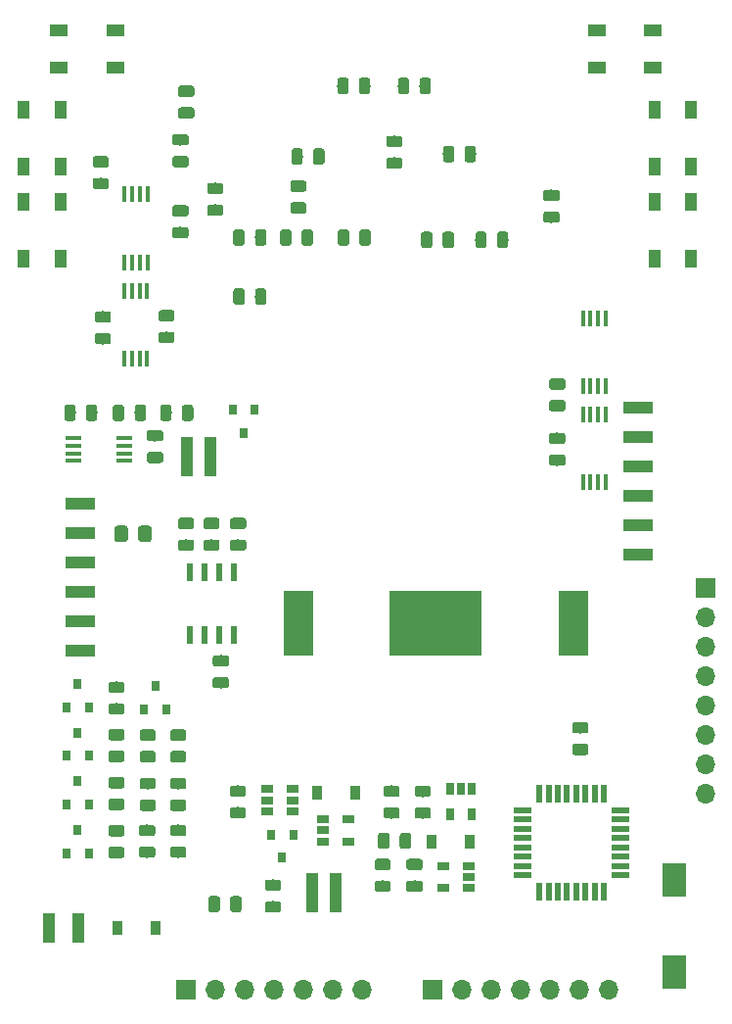
<source format=gbr>
G04 #@! TF.GenerationSoftware,KiCad,Pcbnew,(5.0.0)*
G04 #@! TF.CreationDate,2018-10-09T12:55:19+10:30*
G04 #@! TF.ProjectId,Paragon.kicad_2pcb,50617261676F6E2E6B696361645F3270,1.0*
G04 #@! TF.SameCoordinates,Original*
G04 #@! TF.FileFunction,Soldermask,Bot*
G04 #@! TF.FilePolarity,Negative*
%FSLAX46Y46*%
G04 Gerber Fmt 4.6, Leading zero omitted, Abs format (unit mm)*
G04 Created by KiCad (PCBNEW (5.0.0)) date 10/09/18 12:55:19*
%MOMM*%
%LPD*%
G01*
G04 APERTURE LIST*
%ADD10R,2.000000X3.000000*%
%ADD11C,0.100000*%
%ADD12C,1.150000*%
%ADD13R,1.700000X1.700000*%
%ADD14O,1.700000X1.700000*%
%ADD15R,1.000000X3.500000*%
%ADD16R,2.500000X1.000000*%
%ADD17C,0.975000*%
%ADD18R,1.060000X0.650000*%
%ADD19R,0.550000X1.600000*%
%ADD20R,1.600000X0.550000*%
%ADD21R,0.600000X1.550000*%
%ADD22R,8.000000X5.560000*%
%ADD23R,2.600000X5.560000*%
%ADD24R,0.900000X1.200000*%
%ADD25R,1.000000X1.500000*%
%ADD26R,1.500000X1.000000*%
%ADD27R,0.450000X1.450000*%
%ADD28R,1.000000X2.500000*%
%ADD29R,1.450000X0.450000*%
%ADD30R,0.650000X1.060000*%
%ADD31R,0.800000X0.900000*%
G04 APERTURE END LIST*
D10*
G04 #@! TO.C,SW3*
X181800000Y-138200000D03*
X181800000Y-130200000D03*
G04 #@! TD*
D11*
G04 #@! TO.C,D1*
G36*
X136374505Y-99601204D02*
X136398773Y-99604804D01*
X136422572Y-99610765D01*
X136445671Y-99619030D01*
X136467850Y-99629520D01*
X136488893Y-99642132D01*
X136508599Y-99656747D01*
X136526777Y-99673223D01*
X136543253Y-99691401D01*
X136557868Y-99711107D01*
X136570480Y-99732150D01*
X136580970Y-99754329D01*
X136589235Y-99777428D01*
X136595196Y-99801227D01*
X136598796Y-99825495D01*
X136600000Y-99849999D01*
X136600000Y-100750001D01*
X136598796Y-100774505D01*
X136595196Y-100798773D01*
X136589235Y-100822572D01*
X136580970Y-100845671D01*
X136570480Y-100867850D01*
X136557868Y-100888893D01*
X136543253Y-100908599D01*
X136526777Y-100926777D01*
X136508599Y-100943253D01*
X136488893Y-100957868D01*
X136467850Y-100970480D01*
X136445671Y-100980970D01*
X136422572Y-100989235D01*
X136398773Y-100995196D01*
X136374505Y-100998796D01*
X136350001Y-101000000D01*
X135699999Y-101000000D01*
X135675495Y-100998796D01*
X135651227Y-100995196D01*
X135627428Y-100989235D01*
X135604329Y-100980970D01*
X135582150Y-100970480D01*
X135561107Y-100957868D01*
X135541401Y-100943253D01*
X135523223Y-100926777D01*
X135506747Y-100908599D01*
X135492132Y-100888893D01*
X135479520Y-100867850D01*
X135469030Y-100845671D01*
X135460765Y-100822572D01*
X135454804Y-100798773D01*
X135451204Y-100774505D01*
X135450000Y-100750001D01*
X135450000Y-99849999D01*
X135451204Y-99825495D01*
X135454804Y-99801227D01*
X135460765Y-99777428D01*
X135469030Y-99754329D01*
X135479520Y-99732150D01*
X135492132Y-99711107D01*
X135506747Y-99691401D01*
X135523223Y-99673223D01*
X135541401Y-99656747D01*
X135561107Y-99642132D01*
X135582150Y-99629520D01*
X135604329Y-99619030D01*
X135627428Y-99610765D01*
X135651227Y-99604804D01*
X135675495Y-99601204D01*
X135699999Y-99600000D01*
X136350001Y-99600000D01*
X136374505Y-99601204D01*
X136374505Y-99601204D01*
G37*
D12*
X136025000Y-100300000D03*
D11*
G36*
X134324505Y-99601204D02*
X134348773Y-99604804D01*
X134372572Y-99610765D01*
X134395671Y-99619030D01*
X134417850Y-99629520D01*
X134438893Y-99642132D01*
X134458599Y-99656747D01*
X134476777Y-99673223D01*
X134493253Y-99691401D01*
X134507868Y-99711107D01*
X134520480Y-99732150D01*
X134530970Y-99754329D01*
X134539235Y-99777428D01*
X134545196Y-99801227D01*
X134548796Y-99825495D01*
X134550000Y-99849999D01*
X134550000Y-100750001D01*
X134548796Y-100774505D01*
X134545196Y-100798773D01*
X134539235Y-100822572D01*
X134530970Y-100845671D01*
X134520480Y-100867850D01*
X134507868Y-100888893D01*
X134493253Y-100908599D01*
X134476777Y-100926777D01*
X134458599Y-100943253D01*
X134438893Y-100957868D01*
X134417850Y-100970480D01*
X134395671Y-100980970D01*
X134372572Y-100989235D01*
X134348773Y-100995196D01*
X134324505Y-100998796D01*
X134300001Y-101000000D01*
X133649999Y-101000000D01*
X133625495Y-100998796D01*
X133601227Y-100995196D01*
X133577428Y-100989235D01*
X133554329Y-100980970D01*
X133532150Y-100970480D01*
X133511107Y-100957868D01*
X133491401Y-100943253D01*
X133473223Y-100926777D01*
X133456747Y-100908599D01*
X133442132Y-100888893D01*
X133429520Y-100867850D01*
X133419030Y-100845671D01*
X133410765Y-100822572D01*
X133404804Y-100798773D01*
X133401204Y-100774505D01*
X133400000Y-100750001D01*
X133400000Y-99849999D01*
X133401204Y-99825495D01*
X133404804Y-99801227D01*
X133410765Y-99777428D01*
X133419030Y-99754329D01*
X133429520Y-99732150D01*
X133442132Y-99711107D01*
X133456747Y-99691401D01*
X133473223Y-99673223D01*
X133491401Y-99656747D01*
X133511107Y-99642132D01*
X133532150Y-99629520D01*
X133554329Y-99619030D01*
X133577428Y-99610765D01*
X133601227Y-99604804D01*
X133625495Y-99601204D01*
X133649999Y-99600000D01*
X134300001Y-99600000D01*
X134324505Y-99601204D01*
X134324505Y-99601204D01*
G37*
D12*
X133975000Y-100300000D03*
G04 #@! TD*
D13*
G04 #@! TO.C,ATD1*
X139560000Y-139700000D03*
D14*
X142100000Y-139700000D03*
X144640000Y-139700000D03*
X147180000Y-139700000D03*
X149720000Y-139700000D03*
X152260000Y-139700000D03*
X154800000Y-139700000D03*
G04 #@! TD*
D13*
G04 #@! TO.C,ATD2*
X160900000Y-139700000D03*
D14*
X163440000Y-139700000D03*
X165980000Y-139700000D03*
X168520000Y-139700000D03*
X171060000Y-139700000D03*
X173600000Y-139700000D03*
X176140000Y-139700000D03*
G04 #@! TD*
G04 #@! TO.C,ATA1*
X184500000Y-122780000D03*
X184500000Y-120240000D03*
X184500000Y-117700000D03*
X184500000Y-115160000D03*
X184500000Y-112620000D03*
X184500000Y-110080000D03*
X184500000Y-107540000D03*
D13*
X184500000Y-105000000D03*
G04 #@! TD*
D15*
G04 #@! TO.C,L2*
X150500000Y-131300000D03*
X152500000Y-131300000D03*
G04 #@! TD*
G04 #@! TO.C,L1*
X139700000Y-93600000D03*
X141700000Y-93600000D03*
G04 #@! TD*
D16*
G04 #@! TO.C,ATTINY SPI*
X130400000Y-97700000D03*
X130410000Y-100240000D03*
X130400000Y-102780000D03*
X130410000Y-105320000D03*
X130410000Y-107860000D03*
X130400000Y-110400000D03*
G04 #@! TD*
G04 #@! TO.C,ATM328 SPI*
X178700000Y-89400000D03*
X178710000Y-91940000D03*
X178700000Y-94480000D03*
X178710000Y-97020000D03*
X178710000Y-99560000D03*
X178700000Y-102100000D03*
G04 #@! TD*
D11*
G04 #@! TO.C,R17*
G36*
X132680142Y-69551174D02*
X132703803Y-69554684D01*
X132727007Y-69560496D01*
X132749529Y-69568554D01*
X132771153Y-69578782D01*
X132791670Y-69591079D01*
X132810883Y-69605329D01*
X132828607Y-69621393D01*
X132844671Y-69639117D01*
X132858921Y-69658330D01*
X132871218Y-69678847D01*
X132881446Y-69700471D01*
X132889504Y-69722993D01*
X132895316Y-69746197D01*
X132898826Y-69769858D01*
X132900000Y-69793750D01*
X132900000Y-70281250D01*
X132898826Y-70305142D01*
X132895316Y-70328803D01*
X132889504Y-70352007D01*
X132881446Y-70374529D01*
X132871218Y-70396153D01*
X132858921Y-70416670D01*
X132844671Y-70435883D01*
X132828607Y-70453607D01*
X132810883Y-70469671D01*
X132791670Y-70483921D01*
X132771153Y-70496218D01*
X132749529Y-70506446D01*
X132727007Y-70514504D01*
X132703803Y-70520316D01*
X132680142Y-70523826D01*
X132656250Y-70525000D01*
X131743750Y-70525000D01*
X131719858Y-70523826D01*
X131696197Y-70520316D01*
X131672993Y-70514504D01*
X131650471Y-70506446D01*
X131628847Y-70496218D01*
X131608330Y-70483921D01*
X131589117Y-70469671D01*
X131571393Y-70453607D01*
X131555329Y-70435883D01*
X131541079Y-70416670D01*
X131528782Y-70396153D01*
X131518554Y-70374529D01*
X131510496Y-70352007D01*
X131504684Y-70328803D01*
X131501174Y-70305142D01*
X131500000Y-70281250D01*
X131500000Y-69793750D01*
X131501174Y-69769858D01*
X131504684Y-69746197D01*
X131510496Y-69722993D01*
X131518554Y-69700471D01*
X131528782Y-69678847D01*
X131541079Y-69658330D01*
X131555329Y-69639117D01*
X131571393Y-69621393D01*
X131589117Y-69605329D01*
X131608330Y-69591079D01*
X131628847Y-69578782D01*
X131650471Y-69568554D01*
X131672993Y-69560496D01*
X131696197Y-69554684D01*
X131719858Y-69551174D01*
X131743750Y-69550000D01*
X132656250Y-69550000D01*
X132680142Y-69551174D01*
X132680142Y-69551174D01*
G37*
D17*
X132200000Y-70037500D03*
D11*
G36*
X132680142Y-67676174D02*
X132703803Y-67679684D01*
X132727007Y-67685496D01*
X132749529Y-67693554D01*
X132771153Y-67703782D01*
X132791670Y-67716079D01*
X132810883Y-67730329D01*
X132828607Y-67746393D01*
X132844671Y-67764117D01*
X132858921Y-67783330D01*
X132871218Y-67803847D01*
X132881446Y-67825471D01*
X132889504Y-67847993D01*
X132895316Y-67871197D01*
X132898826Y-67894858D01*
X132900000Y-67918750D01*
X132900000Y-68406250D01*
X132898826Y-68430142D01*
X132895316Y-68453803D01*
X132889504Y-68477007D01*
X132881446Y-68499529D01*
X132871218Y-68521153D01*
X132858921Y-68541670D01*
X132844671Y-68560883D01*
X132828607Y-68578607D01*
X132810883Y-68594671D01*
X132791670Y-68608921D01*
X132771153Y-68621218D01*
X132749529Y-68631446D01*
X132727007Y-68639504D01*
X132703803Y-68645316D01*
X132680142Y-68648826D01*
X132656250Y-68650000D01*
X131743750Y-68650000D01*
X131719858Y-68648826D01*
X131696197Y-68645316D01*
X131672993Y-68639504D01*
X131650471Y-68631446D01*
X131628847Y-68621218D01*
X131608330Y-68608921D01*
X131589117Y-68594671D01*
X131571393Y-68578607D01*
X131555329Y-68560883D01*
X131541079Y-68541670D01*
X131528782Y-68521153D01*
X131518554Y-68499529D01*
X131510496Y-68477007D01*
X131504684Y-68453803D01*
X131501174Y-68430142D01*
X131500000Y-68406250D01*
X131500000Y-67918750D01*
X131501174Y-67894858D01*
X131504684Y-67871197D01*
X131510496Y-67847993D01*
X131518554Y-67825471D01*
X131528782Y-67803847D01*
X131541079Y-67783330D01*
X131555329Y-67764117D01*
X131571393Y-67746393D01*
X131589117Y-67730329D01*
X131608330Y-67716079D01*
X131628847Y-67703782D01*
X131650471Y-67693554D01*
X131672993Y-67685496D01*
X131696197Y-67679684D01*
X131719858Y-67676174D01*
X131743750Y-67675000D01*
X132656250Y-67675000D01*
X132680142Y-67676174D01*
X132680142Y-67676174D01*
G37*
D17*
X132200000Y-68162500D03*
G04 #@! TD*
D18*
G04 #@! TO.C,AP2112*
X164050492Y-128998999D03*
X164050492Y-129948999D03*
X164050492Y-130898999D03*
X161850492Y-130898999D03*
X161850492Y-128998999D03*
G04 #@! TD*
D19*
G04 #@! TO.C,ATM328*
X175750000Y-131250000D03*
X174950000Y-131250000D03*
X174150000Y-131250000D03*
X173350000Y-131250000D03*
X172550000Y-131250000D03*
X171750000Y-131250000D03*
X170950000Y-131250000D03*
X170150000Y-131250000D03*
D20*
X168700000Y-129800000D03*
X168700000Y-129000000D03*
X168700000Y-128200000D03*
X168700000Y-127400000D03*
X168700000Y-126600000D03*
X168700000Y-125800000D03*
X168700000Y-125000000D03*
X168700000Y-124200000D03*
D19*
X170150000Y-122750000D03*
X170950000Y-122750000D03*
X171750000Y-122750000D03*
X172550000Y-122750000D03*
X173350000Y-122750000D03*
X174150000Y-122750000D03*
X174950000Y-122750000D03*
X175750000Y-122750000D03*
D20*
X177200000Y-124200000D03*
X177200000Y-125000000D03*
X177200000Y-125800000D03*
X177200000Y-126600000D03*
X177200000Y-127400000D03*
X177200000Y-128200000D03*
X177200000Y-129000000D03*
X177200000Y-129800000D03*
G04 #@! TD*
D21*
G04 #@! TO.C,ATT25*
X143749406Y-109012992D03*
X142479406Y-109012992D03*
X141209406Y-109012992D03*
X139939406Y-109012992D03*
X139939406Y-103612992D03*
X141209406Y-103612992D03*
X142479406Y-103612992D03*
X143749406Y-103612992D03*
G04 #@! TD*
D22*
G04 #@! TO.C,BT1*
X161200000Y-108000000D03*
D23*
X173105000Y-108000000D03*
X149295000Y-108000000D03*
G04 #@! TD*
D11*
G04 #@! TO.C,C1*
G36*
X139392596Y-121397986D02*
X139416257Y-121401496D01*
X139439461Y-121407308D01*
X139461983Y-121415366D01*
X139483607Y-121425594D01*
X139504124Y-121437891D01*
X139523337Y-121452141D01*
X139541061Y-121468205D01*
X139557125Y-121485929D01*
X139571375Y-121505142D01*
X139583672Y-121525659D01*
X139593900Y-121547283D01*
X139601958Y-121569805D01*
X139607770Y-121593009D01*
X139611280Y-121616670D01*
X139612454Y-121640562D01*
X139612454Y-122128062D01*
X139611280Y-122151954D01*
X139607770Y-122175615D01*
X139601958Y-122198819D01*
X139593900Y-122221341D01*
X139583672Y-122242965D01*
X139571375Y-122263482D01*
X139557125Y-122282695D01*
X139541061Y-122300419D01*
X139523337Y-122316483D01*
X139504124Y-122330733D01*
X139483607Y-122343030D01*
X139461983Y-122353258D01*
X139439461Y-122361316D01*
X139416257Y-122367128D01*
X139392596Y-122370638D01*
X139368704Y-122371812D01*
X138456204Y-122371812D01*
X138432312Y-122370638D01*
X138408651Y-122367128D01*
X138385447Y-122361316D01*
X138362925Y-122353258D01*
X138341301Y-122343030D01*
X138320784Y-122330733D01*
X138301571Y-122316483D01*
X138283847Y-122300419D01*
X138267783Y-122282695D01*
X138253533Y-122263482D01*
X138241236Y-122242965D01*
X138231008Y-122221341D01*
X138222950Y-122198819D01*
X138217138Y-122175615D01*
X138213628Y-122151954D01*
X138212454Y-122128062D01*
X138212454Y-121640562D01*
X138213628Y-121616670D01*
X138217138Y-121593009D01*
X138222950Y-121569805D01*
X138231008Y-121547283D01*
X138241236Y-121525659D01*
X138253533Y-121505142D01*
X138267783Y-121485929D01*
X138283847Y-121468205D01*
X138301571Y-121452141D01*
X138320784Y-121437891D01*
X138341301Y-121425594D01*
X138362925Y-121415366D01*
X138385447Y-121407308D01*
X138408651Y-121401496D01*
X138432312Y-121397986D01*
X138456204Y-121396812D01*
X139368704Y-121396812D01*
X139392596Y-121397986D01*
X139392596Y-121397986D01*
G37*
D17*
X138912454Y-121884312D03*
D11*
G36*
X139392596Y-123272986D02*
X139416257Y-123276496D01*
X139439461Y-123282308D01*
X139461983Y-123290366D01*
X139483607Y-123300594D01*
X139504124Y-123312891D01*
X139523337Y-123327141D01*
X139541061Y-123343205D01*
X139557125Y-123360929D01*
X139571375Y-123380142D01*
X139583672Y-123400659D01*
X139593900Y-123422283D01*
X139601958Y-123444805D01*
X139607770Y-123468009D01*
X139611280Y-123491670D01*
X139612454Y-123515562D01*
X139612454Y-124003062D01*
X139611280Y-124026954D01*
X139607770Y-124050615D01*
X139601958Y-124073819D01*
X139593900Y-124096341D01*
X139583672Y-124117965D01*
X139571375Y-124138482D01*
X139557125Y-124157695D01*
X139541061Y-124175419D01*
X139523337Y-124191483D01*
X139504124Y-124205733D01*
X139483607Y-124218030D01*
X139461983Y-124228258D01*
X139439461Y-124236316D01*
X139416257Y-124242128D01*
X139392596Y-124245638D01*
X139368704Y-124246812D01*
X138456204Y-124246812D01*
X138432312Y-124245638D01*
X138408651Y-124242128D01*
X138385447Y-124236316D01*
X138362925Y-124228258D01*
X138341301Y-124218030D01*
X138320784Y-124205733D01*
X138301571Y-124191483D01*
X138283847Y-124175419D01*
X138267783Y-124157695D01*
X138253533Y-124138482D01*
X138241236Y-124117965D01*
X138231008Y-124096341D01*
X138222950Y-124073819D01*
X138217138Y-124050615D01*
X138213628Y-124026954D01*
X138212454Y-124003062D01*
X138212454Y-123515562D01*
X138213628Y-123491670D01*
X138217138Y-123468009D01*
X138222950Y-123444805D01*
X138231008Y-123422283D01*
X138241236Y-123400659D01*
X138253533Y-123380142D01*
X138267783Y-123360929D01*
X138283847Y-123343205D01*
X138301571Y-123327141D01*
X138320784Y-123312891D01*
X138341301Y-123300594D01*
X138362925Y-123290366D01*
X138385447Y-123282308D01*
X138408651Y-123276496D01*
X138432312Y-123272986D01*
X138456204Y-123271812D01*
X139368704Y-123271812D01*
X139392596Y-123272986D01*
X139392596Y-123272986D01*
G37*
D17*
X138912454Y-123759312D03*
G04 #@! TD*
D11*
G04 #@! TO.C,C2*
G36*
X138118239Y-89152687D02*
X138141900Y-89156197D01*
X138165104Y-89162009D01*
X138187626Y-89170067D01*
X138209250Y-89180295D01*
X138229767Y-89192592D01*
X138248980Y-89206842D01*
X138266704Y-89222906D01*
X138282768Y-89240630D01*
X138297018Y-89259843D01*
X138309315Y-89280360D01*
X138319543Y-89301984D01*
X138327601Y-89324506D01*
X138333413Y-89347710D01*
X138336923Y-89371371D01*
X138338097Y-89395263D01*
X138338097Y-90307763D01*
X138336923Y-90331655D01*
X138333413Y-90355316D01*
X138327601Y-90378520D01*
X138319543Y-90401042D01*
X138309315Y-90422666D01*
X138297018Y-90443183D01*
X138282768Y-90462396D01*
X138266704Y-90480120D01*
X138248980Y-90496184D01*
X138229767Y-90510434D01*
X138209250Y-90522731D01*
X138187626Y-90532959D01*
X138165104Y-90541017D01*
X138141900Y-90546829D01*
X138118239Y-90550339D01*
X138094347Y-90551513D01*
X137606847Y-90551513D01*
X137582955Y-90550339D01*
X137559294Y-90546829D01*
X137536090Y-90541017D01*
X137513568Y-90532959D01*
X137491944Y-90522731D01*
X137471427Y-90510434D01*
X137452214Y-90496184D01*
X137434490Y-90480120D01*
X137418426Y-90462396D01*
X137404176Y-90443183D01*
X137391879Y-90422666D01*
X137381651Y-90401042D01*
X137373593Y-90378520D01*
X137367781Y-90355316D01*
X137364271Y-90331655D01*
X137363097Y-90307763D01*
X137363097Y-89395263D01*
X137364271Y-89371371D01*
X137367781Y-89347710D01*
X137373593Y-89324506D01*
X137381651Y-89301984D01*
X137391879Y-89280360D01*
X137404176Y-89259843D01*
X137418426Y-89240630D01*
X137434490Y-89222906D01*
X137452214Y-89206842D01*
X137471427Y-89192592D01*
X137491944Y-89180295D01*
X137513568Y-89170067D01*
X137536090Y-89162009D01*
X137559294Y-89156197D01*
X137582955Y-89152687D01*
X137606847Y-89151513D01*
X138094347Y-89151513D01*
X138118239Y-89152687D01*
X138118239Y-89152687D01*
G37*
D17*
X137850597Y-89851513D03*
D11*
G36*
X139993239Y-89152687D02*
X140016900Y-89156197D01*
X140040104Y-89162009D01*
X140062626Y-89170067D01*
X140084250Y-89180295D01*
X140104767Y-89192592D01*
X140123980Y-89206842D01*
X140141704Y-89222906D01*
X140157768Y-89240630D01*
X140172018Y-89259843D01*
X140184315Y-89280360D01*
X140194543Y-89301984D01*
X140202601Y-89324506D01*
X140208413Y-89347710D01*
X140211923Y-89371371D01*
X140213097Y-89395263D01*
X140213097Y-90307763D01*
X140211923Y-90331655D01*
X140208413Y-90355316D01*
X140202601Y-90378520D01*
X140194543Y-90401042D01*
X140184315Y-90422666D01*
X140172018Y-90443183D01*
X140157768Y-90462396D01*
X140141704Y-90480120D01*
X140123980Y-90496184D01*
X140104767Y-90510434D01*
X140084250Y-90522731D01*
X140062626Y-90532959D01*
X140040104Y-90541017D01*
X140016900Y-90546829D01*
X139993239Y-90550339D01*
X139969347Y-90551513D01*
X139481847Y-90551513D01*
X139457955Y-90550339D01*
X139434294Y-90546829D01*
X139411090Y-90541017D01*
X139388568Y-90532959D01*
X139366944Y-90522731D01*
X139346427Y-90510434D01*
X139327214Y-90496184D01*
X139309490Y-90480120D01*
X139293426Y-90462396D01*
X139279176Y-90443183D01*
X139266879Y-90422666D01*
X139256651Y-90401042D01*
X139248593Y-90378520D01*
X139242781Y-90355316D01*
X139239271Y-90331655D01*
X139238097Y-90307763D01*
X139238097Y-89395263D01*
X139239271Y-89371371D01*
X139242781Y-89347710D01*
X139248593Y-89324506D01*
X139256651Y-89301984D01*
X139266879Y-89280360D01*
X139279176Y-89259843D01*
X139293426Y-89240630D01*
X139309490Y-89222906D01*
X139327214Y-89206842D01*
X139346427Y-89192592D01*
X139366944Y-89180295D01*
X139388568Y-89170067D01*
X139411090Y-89162009D01*
X139434294Y-89156197D01*
X139457955Y-89152687D01*
X139481847Y-89151513D01*
X139969347Y-89151513D01*
X139993239Y-89152687D01*
X139993239Y-89152687D01*
G37*
D17*
X139725597Y-89851513D03*
G04 #@! TD*
D11*
G04 #@! TO.C,C3*
G36*
X157080634Y-128387673D02*
X157104295Y-128391183D01*
X157127499Y-128396995D01*
X157150021Y-128405053D01*
X157171645Y-128415281D01*
X157192162Y-128427578D01*
X157211375Y-128441828D01*
X157229099Y-128457892D01*
X157245163Y-128475616D01*
X157259413Y-128494829D01*
X157271710Y-128515346D01*
X157281938Y-128536970D01*
X157289996Y-128559492D01*
X157295808Y-128582696D01*
X157299318Y-128606357D01*
X157300492Y-128630249D01*
X157300492Y-129117749D01*
X157299318Y-129141641D01*
X157295808Y-129165302D01*
X157289996Y-129188506D01*
X157281938Y-129211028D01*
X157271710Y-129232652D01*
X157259413Y-129253169D01*
X157245163Y-129272382D01*
X157229099Y-129290106D01*
X157211375Y-129306170D01*
X157192162Y-129320420D01*
X157171645Y-129332717D01*
X157150021Y-129342945D01*
X157127499Y-129351003D01*
X157104295Y-129356815D01*
X157080634Y-129360325D01*
X157056742Y-129361499D01*
X156144242Y-129361499D01*
X156120350Y-129360325D01*
X156096689Y-129356815D01*
X156073485Y-129351003D01*
X156050963Y-129342945D01*
X156029339Y-129332717D01*
X156008822Y-129320420D01*
X155989609Y-129306170D01*
X155971885Y-129290106D01*
X155955821Y-129272382D01*
X155941571Y-129253169D01*
X155929274Y-129232652D01*
X155919046Y-129211028D01*
X155910988Y-129188506D01*
X155905176Y-129165302D01*
X155901666Y-129141641D01*
X155900492Y-129117749D01*
X155900492Y-128630249D01*
X155901666Y-128606357D01*
X155905176Y-128582696D01*
X155910988Y-128559492D01*
X155919046Y-128536970D01*
X155929274Y-128515346D01*
X155941571Y-128494829D01*
X155955821Y-128475616D01*
X155971885Y-128457892D01*
X155989609Y-128441828D01*
X156008822Y-128427578D01*
X156029339Y-128415281D01*
X156050963Y-128405053D01*
X156073485Y-128396995D01*
X156096689Y-128391183D01*
X156120350Y-128387673D01*
X156144242Y-128386499D01*
X157056742Y-128386499D01*
X157080634Y-128387673D01*
X157080634Y-128387673D01*
G37*
D17*
X156600492Y-128873999D03*
D11*
G36*
X157080634Y-130262673D02*
X157104295Y-130266183D01*
X157127499Y-130271995D01*
X157150021Y-130280053D01*
X157171645Y-130290281D01*
X157192162Y-130302578D01*
X157211375Y-130316828D01*
X157229099Y-130332892D01*
X157245163Y-130350616D01*
X157259413Y-130369829D01*
X157271710Y-130390346D01*
X157281938Y-130411970D01*
X157289996Y-130434492D01*
X157295808Y-130457696D01*
X157299318Y-130481357D01*
X157300492Y-130505249D01*
X157300492Y-130992749D01*
X157299318Y-131016641D01*
X157295808Y-131040302D01*
X157289996Y-131063506D01*
X157281938Y-131086028D01*
X157271710Y-131107652D01*
X157259413Y-131128169D01*
X157245163Y-131147382D01*
X157229099Y-131165106D01*
X157211375Y-131181170D01*
X157192162Y-131195420D01*
X157171645Y-131207717D01*
X157150021Y-131217945D01*
X157127499Y-131226003D01*
X157104295Y-131231815D01*
X157080634Y-131235325D01*
X157056742Y-131236499D01*
X156144242Y-131236499D01*
X156120350Y-131235325D01*
X156096689Y-131231815D01*
X156073485Y-131226003D01*
X156050963Y-131217945D01*
X156029339Y-131207717D01*
X156008822Y-131195420D01*
X155989609Y-131181170D01*
X155971885Y-131165106D01*
X155955821Y-131147382D01*
X155941571Y-131128169D01*
X155929274Y-131107652D01*
X155919046Y-131086028D01*
X155910988Y-131063506D01*
X155905176Y-131040302D01*
X155901666Y-131016641D01*
X155900492Y-130992749D01*
X155900492Y-130505249D01*
X155901666Y-130481357D01*
X155905176Y-130457696D01*
X155910988Y-130434492D01*
X155919046Y-130411970D01*
X155929274Y-130390346D01*
X155941571Y-130369829D01*
X155955821Y-130350616D01*
X155971885Y-130332892D01*
X155989609Y-130316828D01*
X156008822Y-130302578D01*
X156029339Y-130290281D01*
X156050963Y-130280053D01*
X156073485Y-130271995D01*
X156096689Y-130266183D01*
X156120350Y-130262673D01*
X156144242Y-130261499D01*
X157056742Y-130261499D01*
X157080634Y-130262673D01*
X157080634Y-130262673D01*
G37*
D17*
X156600492Y-130748999D03*
G04 #@! TD*
D11*
G04 #@! TO.C,C4*
G36*
X159830634Y-130262673D02*
X159854295Y-130266183D01*
X159877499Y-130271995D01*
X159900021Y-130280053D01*
X159921645Y-130290281D01*
X159942162Y-130302578D01*
X159961375Y-130316828D01*
X159979099Y-130332892D01*
X159995163Y-130350616D01*
X160009413Y-130369829D01*
X160021710Y-130390346D01*
X160031938Y-130411970D01*
X160039996Y-130434492D01*
X160045808Y-130457696D01*
X160049318Y-130481357D01*
X160050492Y-130505249D01*
X160050492Y-130992749D01*
X160049318Y-131016641D01*
X160045808Y-131040302D01*
X160039996Y-131063506D01*
X160031938Y-131086028D01*
X160021710Y-131107652D01*
X160009413Y-131128169D01*
X159995163Y-131147382D01*
X159979099Y-131165106D01*
X159961375Y-131181170D01*
X159942162Y-131195420D01*
X159921645Y-131207717D01*
X159900021Y-131217945D01*
X159877499Y-131226003D01*
X159854295Y-131231815D01*
X159830634Y-131235325D01*
X159806742Y-131236499D01*
X158894242Y-131236499D01*
X158870350Y-131235325D01*
X158846689Y-131231815D01*
X158823485Y-131226003D01*
X158800963Y-131217945D01*
X158779339Y-131207717D01*
X158758822Y-131195420D01*
X158739609Y-131181170D01*
X158721885Y-131165106D01*
X158705821Y-131147382D01*
X158691571Y-131128169D01*
X158679274Y-131107652D01*
X158669046Y-131086028D01*
X158660988Y-131063506D01*
X158655176Y-131040302D01*
X158651666Y-131016641D01*
X158650492Y-130992749D01*
X158650492Y-130505249D01*
X158651666Y-130481357D01*
X158655176Y-130457696D01*
X158660988Y-130434492D01*
X158669046Y-130411970D01*
X158679274Y-130390346D01*
X158691571Y-130369829D01*
X158705821Y-130350616D01*
X158721885Y-130332892D01*
X158739609Y-130316828D01*
X158758822Y-130302578D01*
X158779339Y-130290281D01*
X158800963Y-130280053D01*
X158823485Y-130271995D01*
X158846689Y-130266183D01*
X158870350Y-130262673D01*
X158894242Y-130261499D01*
X159806742Y-130261499D01*
X159830634Y-130262673D01*
X159830634Y-130262673D01*
G37*
D17*
X159350492Y-130748999D03*
D11*
G36*
X159830634Y-128387673D02*
X159854295Y-128391183D01*
X159877499Y-128396995D01*
X159900021Y-128405053D01*
X159921645Y-128415281D01*
X159942162Y-128427578D01*
X159961375Y-128441828D01*
X159979099Y-128457892D01*
X159995163Y-128475616D01*
X160009413Y-128494829D01*
X160021710Y-128515346D01*
X160031938Y-128536970D01*
X160039996Y-128559492D01*
X160045808Y-128582696D01*
X160049318Y-128606357D01*
X160050492Y-128630249D01*
X160050492Y-129117749D01*
X160049318Y-129141641D01*
X160045808Y-129165302D01*
X160039996Y-129188506D01*
X160031938Y-129211028D01*
X160021710Y-129232652D01*
X160009413Y-129253169D01*
X159995163Y-129272382D01*
X159979099Y-129290106D01*
X159961375Y-129306170D01*
X159942162Y-129320420D01*
X159921645Y-129332717D01*
X159900021Y-129342945D01*
X159877499Y-129351003D01*
X159854295Y-129356815D01*
X159830634Y-129360325D01*
X159806742Y-129361499D01*
X158894242Y-129361499D01*
X158870350Y-129360325D01*
X158846689Y-129356815D01*
X158823485Y-129351003D01*
X158800963Y-129342945D01*
X158779339Y-129332717D01*
X158758822Y-129320420D01*
X158739609Y-129306170D01*
X158721885Y-129290106D01*
X158705821Y-129272382D01*
X158691571Y-129253169D01*
X158679274Y-129232652D01*
X158669046Y-129211028D01*
X158660988Y-129188506D01*
X158655176Y-129165302D01*
X158651666Y-129141641D01*
X158650492Y-129117749D01*
X158650492Y-128630249D01*
X158651666Y-128606357D01*
X158655176Y-128582696D01*
X158660988Y-128559492D01*
X158669046Y-128536970D01*
X158679274Y-128515346D01*
X158691571Y-128494829D01*
X158705821Y-128475616D01*
X158721885Y-128457892D01*
X158739609Y-128441828D01*
X158758822Y-128427578D01*
X158779339Y-128415281D01*
X158800963Y-128405053D01*
X158823485Y-128396995D01*
X158846689Y-128391183D01*
X158870350Y-128387673D01*
X158894242Y-128386499D01*
X159806742Y-128386499D01*
X159830634Y-128387673D01*
X159830634Y-128387673D01*
G37*
D17*
X159350492Y-128873999D03*
G04 #@! TD*
D11*
G04 #@! TO.C,C5*
G36*
X157844424Y-122055378D02*
X157868085Y-122058888D01*
X157891289Y-122064700D01*
X157913811Y-122072758D01*
X157935435Y-122082986D01*
X157955952Y-122095283D01*
X157975165Y-122109533D01*
X157992889Y-122125597D01*
X158008953Y-122143321D01*
X158023203Y-122162534D01*
X158035500Y-122183051D01*
X158045728Y-122204675D01*
X158053786Y-122227197D01*
X158059598Y-122250401D01*
X158063108Y-122274062D01*
X158064282Y-122297954D01*
X158064282Y-122785454D01*
X158063108Y-122809346D01*
X158059598Y-122833007D01*
X158053786Y-122856211D01*
X158045728Y-122878733D01*
X158035500Y-122900357D01*
X158023203Y-122920874D01*
X158008953Y-122940087D01*
X157992889Y-122957811D01*
X157975165Y-122973875D01*
X157955952Y-122988125D01*
X157935435Y-123000422D01*
X157913811Y-123010650D01*
X157891289Y-123018708D01*
X157868085Y-123024520D01*
X157844424Y-123028030D01*
X157820532Y-123029204D01*
X156908032Y-123029204D01*
X156884140Y-123028030D01*
X156860479Y-123024520D01*
X156837275Y-123018708D01*
X156814753Y-123010650D01*
X156793129Y-123000422D01*
X156772612Y-122988125D01*
X156753399Y-122973875D01*
X156735675Y-122957811D01*
X156719611Y-122940087D01*
X156705361Y-122920874D01*
X156693064Y-122900357D01*
X156682836Y-122878733D01*
X156674778Y-122856211D01*
X156668966Y-122833007D01*
X156665456Y-122809346D01*
X156664282Y-122785454D01*
X156664282Y-122297954D01*
X156665456Y-122274062D01*
X156668966Y-122250401D01*
X156674778Y-122227197D01*
X156682836Y-122204675D01*
X156693064Y-122183051D01*
X156705361Y-122162534D01*
X156719611Y-122143321D01*
X156735675Y-122125597D01*
X156753399Y-122109533D01*
X156772612Y-122095283D01*
X156793129Y-122082986D01*
X156814753Y-122072758D01*
X156837275Y-122064700D01*
X156860479Y-122058888D01*
X156884140Y-122055378D01*
X156908032Y-122054204D01*
X157820532Y-122054204D01*
X157844424Y-122055378D01*
X157844424Y-122055378D01*
G37*
D17*
X157364282Y-122541704D03*
D11*
G36*
X157844424Y-123930378D02*
X157868085Y-123933888D01*
X157891289Y-123939700D01*
X157913811Y-123947758D01*
X157935435Y-123957986D01*
X157955952Y-123970283D01*
X157975165Y-123984533D01*
X157992889Y-124000597D01*
X158008953Y-124018321D01*
X158023203Y-124037534D01*
X158035500Y-124058051D01*
X158045728Y-124079675D01*
X158053786Y-124102197D01*
X158059598Y-124125401D01*
X158063108Y-124149062D01*
X158064282Y-124172954D01*
X158064282Y-124660454D01*
X158063108Y-124684346D01*
X158059598Y-124708007D01*
X158053786Y-124731211D01*
X158045728Y-124753733D01*
X158035500Y-124775357D01*
X158023203Y-124795874D01*
X158008953Y-124815087D01*
X157992889Y-124832811D01*
X157975165Y-124848875D01*
X157955952Y-124863125D01*
X157935435Y-124875422D01*
X157913811Y-124885650D01*
X157891289Y-124893708D01*
X157868085Y-124899520D01*
X157844424Y-124903030D01*
X157820532Y-124904204D01*
X156908032Y-124904204D01*
X156884140Y-124903030D01*
X156860479Y-124899520D01*
X156837275Y-124893708D01*
X156814753Y-124885650D01*
X156793129Y-124875422D01*
X156772612Y-124863125D01*
X156753399Y-124848875D01*
X156735675Y-124832811D01*
X156719611Y-124815087D01*
X156705361Y-124795874D01*
X156693064Y-124775357D01*
X156682836Y-124753733D01*
X156674778Y-124731211D01*
X156668966Y-124708007D01*
X156665456Y-124684346D01*
X156664282Y-124660454D01*
X156664282Y-124172954D01*
X156665456Y-124149062D01*
X156668966Y-124125401D01*
X156674778Y-124102197D01*
X156682836Y-124079675D01*
X156693064Y-124058051D01*
X156705361Y-124037534D01*
X156719611Y-124018321D01*
X156735675Y-124000597D01*
X156753399Y-123984533D01*
X156772612Y-123970283D01*
X156793129Y-123957986D01*
X156814753Y-123947758D01*
X156837275Y-123939700D01*
X156860479Y-123933888D01*
X156884140Y-123930378D01*
X156908032Y-123929204D01*
X157820532Y-123929204D01*
X157844424Y-123930378D01*
X157844424Y-123930378D01*
G37*
D17*
X157364282Y-124416704D03*
G04 #@! TD*
D11*
G04 #@! TO.C,C6*
G36*
X147580142Y-130176174D02*
X147603803Y-130179684D01*
X147627007Y-130185496D01*
X147649529Y-130193554D01*
X147671153Y-130203782D01*
X147691670Y-130216079D01*
X147710883Y-130230329D01*
X147728607Y-130246393D01*
X147744671Y-130264117D01*
X147758921Y-130283330D01*
X147771218Y-130303847D01*
X147781446Y-130325471D01*
X147789504Y-130347993D01*
X147795316Y-130371197D01*
X147798826Y-130394858D01*
X147800000Y-130418750D01*
X147800000Y-130906250D01*
X147798826Y-130930142D01*
X147795316Y-130953803D01*
X147789504Y-130977007D01*
X147781446Y-130999529D01*
X147771218Y-131021153D01*
X147758921Y-131041670D01*
X147744671Y-131060883D01*
X147728607Y-131078607D01*
X147710883Y-131094671D01*
X147691670Y-131108921D01*
X147671153Y-131121218D01*
X147649529Y-131131446D01*
X147627007Y-131139504D01*
X147603803Y-131145316D01*
X147580142Y-131148826D01*
X147556250Y-131150000D01*
X146643750Y-131150000D01*
X146619858Y-131148826D01*
X146596197Y-131145316D01*
X146572993Y-131139504D01*
X146550471Y-131131446D01*
X146528847Y-131121218D01*
X146508330Y-131108921D01*
X146489117Y-131094671D01*
X146471393Y-131078607D01*
X146455329Y-131060883D01*
X146441079Y-131041670D01*
X146428782Y-131021153D01*
X146418554Y-130999529D01*
X146410496Y-130977007D01*
X146404684Y-130953803D01*
X146401174Y-130930142D01*
X146400000Y-130906250D01*
X146400000Y-130418750D01*
X146401174Y-130394858D01*
X146404684Y-130371197D01*
X146410496Y-130347993D01*
X146418554Y-130325471D01*
X146428782Y-130303847D01*
X146441079Y-130283330D01*
X146455329Y-130264117D01*
X146471393Y-130246393D01*
X146489117Y-130230329D01*
X146508330Y-130216079D01*
X146528847Y-130203782D01*
X146550471Y-130193554D01*
X146572993Y-130185496D01*
X146596197Y-130179684D01*
X146619858Y-130176174D01*
X146643750Y-130175000D01*
X147556250Y-130175000D01*
X147580142Y-130176174D01*
X147580142Y-130176174D01*
G37*
D17*
X147100000Y-130662500D03*
D11*
G36*
X147580142Y-132051174D02*
X147603803Y-132054684D01*
X147627007Y-132060496D01*
X147649529Y-132068554D01*
X147671153Y-132078782D01*
X147691670Y-132091079D01*
X147710883Y-132105329D01*
X147728607Y-132121393D01*
X147744671Y-132139117D01*
X147758921Y-132158330D01*
X147771218Y-132178847D01*
X147781446Y-132200471D01*
X147789504Y-132222993D01*
X147795316Y-132246197D01*
X147798826Y-132269858D01*
X147800000Y-132293750D01*
X147800000Y-132781250D01*
X147798826Y-132805142D01*
X147795316Y-132828803D01*
X147789504Y-132852007D01*
X147781446Y-132874529D01*
X147771218Y-132896153D01*
X147758921Y-132916670D01*
X147744671Y-132935883D01*
X147728607Y-132953607D01*
X147710883Y-132969671D01*
X147691670Y-132983921D01*
X147671153Y-132996218D01*
X147649529Y-133006446D01*
X147627007Y-133014504D01*
X147603803Y-133020316D01*
X147580142Y-133023826D01*
X147556250Y-133025000D01*
X146643750Y-133025000D01*
X146619858Y-133023826D01*
X146596197Y-133020316D01*
X146572993Y-133014504D01*
X146550471Y-133006446D01*
X146528847Y-132996218D01*
X146508330Y-132983921D01*
X146489117Y-132969671D01*
X146471393Y-132953607D01*
X146455329Y-132935883D01*
X146441079Y-132916670D01*
X146428782Y-132896153D01*
X146418554Y-132874529D01*
X146410496Y-132852007D01*
X146404684Y-132828803D01*
X146401174Y-132805142D01*
X146400000Y-132781250D01*
X146400000Y-132293750D01*
X146401174Y-132269858D01*
X146404684Y-132246197D01*
X146410496Y-132222993D01*
X146418554Y-132200471D01*
X146428782Y-132178847D01*
X146441079Y-132158330D01*
X146455329Y-132139117D01*
X146471393Y-132121393D01*
X146489117Y-132105329D01*
X146508330Y-132091079D01*
X146528847Y-132078782D01*
X146550471Y-132068554D01*
X146572993Y-132060496D01*
X146596197Y-132054684D01*
X146619858Y-132051174D01*
X146643750Y-132050000D01*
X147556250Y-132050000D01*
X147580142Y-132051174D01*
X147580142Y-132051174D01*
G37*
D17*
X147100000Y-132537500D03*
G04 #@! TD*
D11*
G04 #@! TO.C,C7*
G36*
X160544424Y-122067878D02*
X160568085Y-122071388D01*
X160591289Y-122077200D01*
X160613811Y-122085258D01*
X160635435Y-122095486D01*
X160655952Y-122107783D01*
X160675165Y-122122033D01*
X160692889Y-122138097D01*
X160708953Y-122155821D01*
X160723203Y-122175034D01*
X160735500Y-122195551D01*
X160745728Y-122217175D01*
X160753786Y-122239697D01*
X160759598Y-122262901D01*
X160763108Y-122286562D01*
X160764282Y-122310454D01*
X160764282Y-122797954D01*
X160763108Y-122821846D01*
X160759598Y-122845507D01*
X160753786Y-122868711D01*
X160745728Y-122891233D01*
X160735500Y-122912857D01*
X160723203Y-122933374D01*
X160708953Y-122952587D01*
X160692889Y-122970311D01*
X160675165Y-122986375D01*
X160655952Y-123000625D01*
X160635435Y-123012922D01*
X160613811Y-123023150D01*
X160591289Y-123031208D01*
X160568085Y-123037020D01*
X160544424Y-123040530D01*
X160520532Y-123041704D01*
X159608032Y-123041704D01*
X159584140Y-123040530D01*
X159560479Y-123037020D01*
X159537275Y-123031208D01*
X159514753Y-123023150D01*
X159493129Y-123012922D01*
X159472612Y-123000625D01*
X159453399Y-122986375D01*
X159435675Y-122970311D01*
X159419611Y-122952587D01*
X159405361Y-122933374D01*
X159393064Y-122912857D01*
X159382836Y-122891233D01*
X159374778Y-122868711D01*
X159368966Y-122845507D01*
X159365456Y-122821846D01*
X159364282Y-122797954D01*
X159364282Y-122310454D01*
X159365456Y-122286562D01*
X159368966Y-122262901D01*
X159374778Y-122239697D01*
X159382836Y-122217175D01*
X159393064Y-122195551D01*
X159405361Y-122175034D01*
X159419611Y-122155821D01*
X159435675Y-122138097D01*
X159453399Y-122122033D01*
X159472612Y-122107783D01*
X159493129Y-122095486D01*
X159514753Y-122085258D01*
X159537275Y-122077200D01*
X159560479Y-122071388D01*
X159584140Y-122067878D01*
X159608032Y-122066704D01*
X160520532Y-122066704D01*
X160544424Y-122067878D01*
X160544424Y-122067878D01*
G37*
D17*
X160064282Y-122554204D03*
D11*
G36*
X160544424Y-123942878D02*
X160568085Y-123946388D01*
X160591289Y-123952200D01*
X160613811Y-123960258D01*
X160635435Y-123970486D01*
X160655952Y-123982783D01*
X160675165Y-123997033D01*
X160692889Y-124013097D01*
X160708953Y-124030821D01*
X160723203Y-124050034D01*
X160735500Y-124070551D01*
X160745728Y-124092175D01*
X160753786Y-124114697D01*
X160759598Y-124137901D01*
X160763108Y-124161562D01*
X160764282Y-124185454D01*
X160764282Y-124672954D01*
X160763108Y-124696846D01*
X160759598Y-124720507D01*
X160753786Y-124743711D01*
X160745728Y-124766233D01*
X160735500Y-124787857D01*
X160723203Y-124808374D01*
X160708953Y-124827587D01*
X160692889Y-124845311D01*
X160675165Y-124861375D01*
X160655952Y-124875625D01*
X160635435Y-124887922D01*
X160613811Y-124898150D01*
X160591289Y-124906208D01*
X160568085Y-124912020D01*
X160544424Y-124915530D01*
X160520532Y-124916704D01*
X159608032Y-124916704D01*
X159584140Y-124915530D01*
X159560479Y-124912020D01*
X159537275Y-124906208D01*
X159514753Y-124898150D01*
X159493129Y-124887922D01*
X159472612Y-124875625D01*
X159453399Y-124861375D01*
X159435675Y-124845311D01*
X159419611Y-124827587D01*
X159405361Y-124808374D01*
X159393064Y-124787857D01*
X159382836Y-124766233D01*
X159374778Y-124743711D01*
X159368966Y-124720507D01*
X159365456Y-124696846D01*
X159364282Y-124672954D01*
X159364282Y-124185454D01*
X159365456Y-124161562D01*
X159368966Y-124137901D01*
X159374778Y-124114697D01*
X159382836Y-124092175D01*
X159393064Y-124070551D01*
X159405361Y-124050034D01*
X159419611Y-124030821D01*
X159435675Y-124013097D01*
X159453399Y-123997033D01*
X159472612Y-123982783D01*
X159493129Y-123970486D01*
X159514753Y-123960258D01*
X159537275Y-123952200D01*
X159560479Y-123946388D01*
X159584140Y-123942878D01*
X159608032Y-123941704D01*
X160520532Y-123941704D01*
X160544424Y-123942878D01*
X160544424Y-123942878D01*
G37*
D17*
X160064282Y-124429204D03*
G04 #@! TD*
D11*
G04 #@! TO.C,C8*
G36*
X156956924Y-126130378D02*
X156980585Y-126133888D01*
X157003789Y-126139700D01*
X157026311Y-126147758D01*
X157047935Y-126157986D01*
X157068452Y-126170283D01*
X157087665Y-126184533D01*
X157105389Y-126200597D01*
X157121453Y-126218321D01*
X157135703Y-126237534D01*
X157148000Y-126258051D01*
X157158228Y-126279675D01*
X157166286Y-126302197D01*
X157172098Y-126325401D01*
X157175608Y-126349062D01*
X157176782Y-126372954D01*
X157176782Y-127285454D01*
X157175608Y-127309346D01*
X157172098Y-127333007D01*
X157166286Y-127356211D01*
X157158228Y-127378733D01*
X157148000Y-127400357D01*
X157135703Y-127420874D01*
X157121453Y-127440087D01*
X157105389Y-127457811D01*
X157087665Y-127473875D01*
X157068452Y-127488125D01*
X157047935Y-127500422D01*
X157026311Y-127510650D01*
X157003789Y-127518708D01*
X156980585Y-127524520D01*
X156956924Y-127528030D01*
X156933032Y-127529204D01*
X156445532Y-127529204D01*
X156421640Y-127528030D01*
X156397979Y-127524520D01*
X156374775Y-127518708D01*
X156352253Y-127510650D01*
X156330629Y-127500422D01*
X156310112Y-127488125D01*
X156290899Y-127473875D01*
X156273175Y-127457811D01*
X156257111Y-127440087D01*
X156242861Y-127420874D01*
X156230564Y-127400357D01*
X156220336Y-127378733D01*
X156212278Y-127356211D01*
X156206466Y-127333007D01*
X156202956Y-127309346D01*
X156201782Y-127285454D01*
X156201782Y-126372954D01*
X156202956Y-126349062D01*
X156206466Y-126325401D01*
X156212278Y-126302197D01*
X156220336Y-126279675D01*
X156230564Y-126258051D01*
X156242861Y-126237534D01*
X156257111Y-126218321D01*
X156273175Y-126200597D01*
X156290899Y-126184533D01*
X156310112Y-126170283D01*
X156330629Y-126157986D01*
X156352253Y-126147758D01*
X156374775Y-126139700D01*
X156397979Y-126133888D01*
X156421640Y-126130378D01*
X156445532Y-126129204D01*
X156933032Y-126129204D01*
X156956924Y-126130378D01*
X156956924Y-126130378D01*
G37*
D17*
X156689282Y-126829204D03*
D11*
G36*
X158831924Y-126130378D02*
X158855585Y-126133888D01*
X158878789Y-126139700D01*
X158901311Y-126147758D01*
X158922935Y-126157986D01*
X158943452Y-126170283D01*
X158962665Y-126184533D01*
X158980389Y-126200597D01*
X158996453Y-126218321D01*
X159010703Y-126237534D01*
X159023000Y-126258051D01*
X159033228Y-126279675D01*
X159041286Y-126302197D01*
X159047098Y-126325401D01*
X159050608Y-126349062D01*
X159051782Y-126372954D01*
X159051782Y-127285454D01*
X159050608Y-127309346D01*
X159047098Y-127333007D01*
X159041286Y-127356211D01*
X159033228Y-127378733D01*
X159023000Y-127400357D01*
X159010703Y-127420874D01*
X158996453Y-127440087D01*
X158980389Y-127457811D01*
X158962665Y-127473875D01*
X158943452Y-127488125D01*
X158922935Y-127500422D01*
X158901311Y-127510650D01*
X158878789Y-127518708D01*
X158855585Y-127524520D01*
X158831924Y-127528030D01*
X158808032Y-127529204D01*
X158320532Y-127529204D01*
X158296640Y-127528030D01*
X158272979Y-127524520D01*
X158249775Y-127518708D01*
X158227253Y-127510650D01*
X158205629Y-127500422D01*
X158185112Y-127488125D01*
X158165899Y-127473875D01*
X158148175Y-127457811D01*
X158132111Y-127440087D01*
X158117861Y-127420874D01*
X158105564Y-127400357D01*
X158095336Y-127378733D01*
X158087278Y-127356211D01*
X158081466Y-127333007D01*
X158077956Y-127309346D01*
X158076782Y-127285454D01*
X158076782Y-126372954D01*
X158077956Y-126349062D01*
X158081466Y-126325401D01*
X158087278Y-126302197D01*
X158095336Y-126279675D01*
X158105564Y-126258051D01*
X158117861Y-126237534D01*
X158132111Y-126218321D01*
X158148175Y-126200597D01*
X158165899Y-126184533D01*
X158185112Y-126170283D01*
X158205629Y-126157986D01*
X158227253Y-126147758D01*
X158249775Y-126139700D01*
X158272979Y-126133888D01*
X158296640Y-126130378D01*
X158320532Y-126129204D01*
X158808032Y-126129204D01*
X158831924Y-126130378D01*
X158831924Y-126130378D01*
G37*
D17*
X158564282Y-126829204D03*
G04 #@! TD*
D11*
G04 #@! TO.C,C10*
G36*
X146305142Y-79101174D02*
X146328803Y-79104684D01*
X146352007Y-79110496D01*
X146374529Y-79118554D01*
X146396153Y-79128782D01*
X146416670Y-79141079D01*
X146435883Y-79155329D01*
X146453607Y-79171393D01*
X146469671Y-79189117D01*
X146483921Y-79208330D01*
X146496218Y-79228847D01*
X146506446Y-79250471D01*
X146514504Y-79272993D01*
X146520316Y-79296197D01*
X146523826Y-79319858D01*
X146525000Y-79343750D01*
X146525000Y-80256250D01*
X146523826Y-80280142D01*
X146520316Y-80303803D01*
X146514504Y-80327007D01*
X146506446Y-80349529D01*
X146496218Y-80371153D01*
X146483921Y-80391670D01*
X146469671Y-80410883D01*
X146453607Y-80428607D01*
X146435883Y-80444671D01*
X146416670Y-80458921D01*
X146396153Y-80471218D01*
X146374529Y-80481446D01*
X146352007Y-80489504D01*
X146328803Y-80495316D01*
X146305142Y-80498826D01*
X146281250Y-80500000D01*
X145793750Y-80500000D01*
X145769858Y-80498826D01*
X145746197Y-80495316D01*
X145722993Y-80489504D01*
X145700471Y-80481446D01*
X145678847Y-80471218D01*
X145658330Y-80458921D01*
X145639117Y-80444671D01*
X145621393Y-80428607D01*
X145605329Y-80410883D01*
X145591079Y-80391670D01*
X145578782Y-80371153D01*
X145568554Y-80349529D01*
X145560496Y-80327007D01*
X145554684Y-80303803D01*
X145551174Y-80280142D01*
X145550000Y-80256250D01*
X145550000Y-79343750D01*
X145551174Y-79319858D01*
X145554684Y-79296197D01*
X145560496Y-79272993D01*
X145568554Y-79250471D01*
X145578782Y-79228847D01*
X145591079Y-79208330D01*
X145605329Y-79189117D01*
X145621393Y-79171393D01*
X145639117Y-79155329D01*
X145658330Y-79141079D01*
X145678847Y-79128782D01*
X145700471Y-79118554D01*
X145722993Y-79110496D01*
X145746197Y-79104684D01*
X145769858Y-79101174D01*
X145793750Y-79100000D01*
X146281250Y-79100000D01*
X146305142Y-79101174D01*
X146305142Y-79101174D01*
G37*
D17*
X146037500Y-79800000D03*
D11*
G36*
X144430142Y-79101174D02*
X144453803Y-79104684D01*
X144477007Y-79110496D01*
X144499529Y-79118554D01*
X144521153Y-79128782D01*
X144541670Y-79141079D01*
X144560883Y-79155329D01*
X144578607Y-79171393D01*
X144594671Y-79189117D01*
X144608921Y-79208330D01*
X144621218Y-79228847D01*
X144631446Y-79250471D01*
X144639504Y-79272993D01*
X144645316Y-79296197D01*
X144648826Y-79319858D01*
X144650000Y-79343750D01*
X144650000Y-80256250D01*
X144648826Y-80280142D01*
X144645316Y-80303803D01*
X144639504Y-80327007D01*
X144631446Y-80349529D01*
X144621218Y-80371153D01*
X144608921Y-80391670D01*
X144594671Y-80410883D01*
X144578607Y-80428607D01*
X144560883Y-80444671D01*
X144541670Y-80458921D01*
X144521153Y-80471218D01*
X144499529Y-80481446D01*
X144477007Y-80489504D01*
X144453803Y-80495316D01*
X144430142Y-80498826D01*
X144406250Y-80500000D01*
X143918750Y-80500000D01*
X143894858Y-80498826D01*
X143871197Y-80495316D01*
X143847993Y-80489504D01*
X143825471Y-80481446D01*
X143803847Y-80471218D01*
X143783330Y-80458921D01*
X143764117Y-80444671D01*
X143746393Y-80428607D01*
X143730329Y-80410883D01*
X143716079Y-80391670D01*
X143703782Y-80371153D01*
X143693554Y-80349529D01*
X143685496Y-80327007D01*
X143679684Y-80303803D01*
X143676174Y-80280142D01*
X143675000Y-80256250D01*
X143675000Y-79343750D01*
X143676174Y-79319858D01*
X143679684Y-79296197D01*
X143685496Y-79272993D01*
X143693554Y-79250471D01*
X143703782Y-79228847D01*
X143716079Y-79208330D01*
X143730329Y-79189117D01*
X143746393Y-79171393D01*
X143764117Y-79155329D01*
X143783330Y-79141079D01*
X143803847Y-79128782D01*
X143825471Y-79118554D01*
X143847993Y-79110496D01*
X143871197Y-79104684D01*
X143894858Y-79101174D01*
X143918750Y-79100000D01*
X144406250Y-79100000D01*
X144430142Y-79101174D01*
X144430142Y-79101174D01*
G37*
D17*
X144162500Y-79800000D03*
G04 #@! TD*
D11*
G04 #@! TO.C,C11*
G36*
X142580142Y-69976174D02*
X142603803Y-69979684D01*
X142627007Y-69985496D01*
X142649529Y-69993554D01*
X142671153Y-70003782D01*
X142691670Y-70016079D01*
X142710883Y-70030329D01*
X142728607Y-70046393D01*
X142744671Y-70064117D01*
X142758921Y-70083330D01*
X142771218Y-70103847D01*
X142781446Y-70125471D01*
X142789504Y-70147993D01*
X142795316Y-70171197D01*
X142798826Y-70194858D01*
X142800000Y-70218750D01*
X142800000Y-70706250D01*
X142798826Y-70730142D01*
X142795316Y-70753803D01*
X142789504Y-70777007D01*
X142781446Y-70799529D01*
X142771218Y-70821153D01*
X142758921Y-70841670D01*
X142744671Y-70860883D01*
X142728607Y-70878607D01*
X142710883Y-70894671D01*
X142691670Y-70908921D01*
X142671153Y-70921218D01*
X142649529Y-70931446D01*
X142627007Y-70939504D01*
X142603803Y-70945316D01*
X142580142Y-70948826D01*
X142556250Y-70950000D01*
X141643750Y-70950000D01*
X141619858Y-70948826D01*
X141596197Y-70945316D01*
X141572993Y-70939504D01*
X141550471Y-70931446D01*
X141528847Y-70921218D01*
X141508330Y-70908921D01*
X141489117Y-70894671D01*
X141471393Y-70878607D01*
X141455329Y-70860883D01*
X141441079Y-70841670D01*
X141428782Y-70821153D01*
X141418554Y-70799529D01*
X141410496Y-70777007D01*
X141404684Y-70753803D01*
X141401174Y-70730142D01*
X141400000Y-70706250D01*
X141400000Y-70218750D01*
X141401174Y-70194858D01*
X141404684Y-70171197D01*
X141410496Y-70147993D01*
X141418554Y-70125471D01*
X141428782Y-70103847D01*
X141441079Y-70083330D01*
X141455329Y-70064117D01*
X141471393Y-70046393D01*
X141489117Y-70030329D01*
X141508330Y-70016079D01*
X141528847Y-70003782D01*
X141550471Y-69993554D01*
X141572993Y-69985496D01*
X141596197Y-69979684D01*
X141619858Y-69976174D01*
X141643750Y-69975000D01*
X142556250Y-69975000D01*
X142580142Y-69976174D01*
X142580142Y-69976174D01*
G37*
D17*
X142100000Y-70462500D03*
D11*
G36*
X142580142Y-71851174D02*
X142603803Y-71854684D01*
X142627007Y-71860496D01*
X142649529Y-71868554D01*
X142671153Y-71878782D01*
X142691670Y-71891079D01*
X142710883Y-71905329D01*
X142728607Y-71921393D01*
X142744671Y-71939117D01*
X142758921Y-71958330D01*
X142771218Y-71978847D01*
X142781446Y-72000471D01*
X142789504Y-72022993D01*
X142795316Y-72046197D01*
X142798826Y-72069858D01*
X142800000Y-72093750D01*
X142800000Y-72581250D01*
X142798826Y-72605142D01*
X142795316Y-72628803D01*
X142789504Y-72652007D01*
X142781446Y-72674529D01*
X142771218Y-72696153D01*
X142758921Y-72716670D01*
X142744671Y-72735883D01*
X142728607Y-72753607D01*
X142710883Y-72769671D01*
X142691670Y-72783921D01*
X142671153Y-72796218D01*
X142649529Y-72806446D01*
X142627007Y-72814504D01*
X142603803Y-72820316D01*
X142580142Y-72823826D01*
X142556250Y-72825000D01*
X141643750Y-72825000D01*
X141619858Y-72823826D01*
X141596197Y-72820316D01*
X141572993Y-72814504D01*
X141550471Y-72806446D01*
X141528847Y-72796218D01*
X141508330Y-72783921D01*
X141489117Y-72769671D01*
X141471393Y-72753607D01*
X141455329Y-72735883D01*
X141441079Y-72716670D01*
X141428782Y-72696153D01*
X141418554Y-72674529D01*
X141410496Y-72652007D01*
X141404684Y-72628803D01*
X141401174Y-72605142D01*
X141400000Y-72581250D01*
X141400000Y-72093750D01*
X141401174Y-72069858D01*
X141404684Y-72046197D01*
X141410496Y-72022993D01*
X141418554Y-72000471D01*
X141428782Y-71978847D01*
X141441079Y-71958330D01*
X141455329Y-71939117D01*
X141471393Y-71921393D01*
X141489117Y-71905329D01*
X141508330Y-71891079D01*
X141528847Y-71878782D01*
X141550471Y-71868554D01*
X141572993Y-71860496D01*
X141596197Y-71854684D01*
X141619858Y-71851174D01*
X141643750Y-71850000D01*
X142556250Y-71850000D01*
X142580142Y-71851174D01*
X142580142Y-71851174D01*
G37*
D17*
X142100000Y-72337500D03*
G04 #@! TD*
D11*
G04 #@! TO.C,C12*
G36*
X138380142Y-80976174D02*
X138403803Y-80979684D01*
X138427007Y-80985496D01*
X138449529Y-80993554D01*
X138471153Y-81003782D01*
X138491670Y-81016079D01*
X138510883Y-81030329D01*
X138528607Y-81046393D01*
X138544671Y-81064117D01*
X138558921Y-81083330D01*
X138571218Y-81103847D01*
X138581446Y-81125471D01*
X138589504Y-81147993D01*
X138595316Y-81171197D01*
X138598826Y-81194858D01*
X138600000Y-81218750D01*
X138600000Y-81706250D01*
X138598826Y-81730142D01*
X138595316Y-81753803D01*
X138589504Y-81777007D01*
X138581446Y-81799529D01*
X138571218Y-81821153D01*
X138558921Y-81841670D01*
X138544671Y-81860883D01*
X138528607Y-81878607D01*
X138510883Y-81894671D01*
X138491670Y-81908921D01*
X138471153Y-81921218D01*
X138449529Y-81931446D01*
X138427007Y-81939504D01*
X138403803Y-81945316D01*
X138380142Y-81948826D01*
X138356250Y-81950000D01*
X137443750Y-81950000D01*
X137419858Y-81948826D01*
X137396197Y-81945316D01*
X137372993Y-81939504D01*
X137350471Y-81931446D01*
X137328847Y-81921218D01*
X137308330Y-81908921D01*
X137289117Y-81894671D01*
X137271393Y-81878607D01*
X137255329Y-81860883D01*
X137241079Y-81841670D01*
X137228782Y-81821153D01*
X137218554Y-81799529D01*
X137210496Y-81777007D01*
X137204684Y-81753803D01*
X137201174Y-81730142D01*
X137200000Y-81706250D01*
X137200000Y-81218750D01*
X137201174Y-81194858D01*
X137204684Y-81171197D01*
X137210496Y-81147993D01*
X137218554Y-81125471D01*
X137228782Y-81103847D01*
X137241079Y-81083330D01*
X137255329Y-81064117D01*
X137271393Y-81046393D01*
X137289117Y-81030329D01*
X137308330Y-81016079D01*
X137328847Y-81003782D01*
X137350471Y-80993554D01*
X137372993Y-80985496D01*
X137396197Y-80979684D01*
X137419858Y-80976174D01*
X137443750Y-80975000D01*
X138356250Y-80975000D01*
X138380142Y-80976174D01*
X138380142Y-80976174D01*
G37*
D17*
X137900000Y-81462500D03*
D11*
G36*
X138380142Y-82851174D02*
X138403803Y-82854684D01*
X138427007Y-82860496D01*
X138449529Y-82868554D01*
X138471153Y-82878782D01*
X138491670Y-82891079D01*
X138510883Y-82905329D01*
X138528607Y-82921393D01*
X138544671Y-82939117D01*
X138558921Y-82958330D01*
X138571218Y-82978847D01*
X138581446Y-83000471D01*
X138589504Y-83022993D01*
X138595316Y-83046197D01*
X138598826Y-83069858D01*
X138600000Y-83093750D01*
X138600000Y-83581250D01*
X138598826Y-83605142D01*
X138595316Y-83628803D01*
X138589504Y-83652007D01*
X138581446Y-83674529D01*
X138571218Y-83696153D01*
X138558921Y-83716670D01*
X138544671Y-83735883D01*
X138528607Y-83753607D01*
X138510883Y-83769671D01*
X138491670Y-83783921D01*
X138471153Y-83796218D01*
X138449529Y-83806446D01*
X138427007Y-83814504D01*
X138403803Y-83820316D01*
X138380142Y-83823826D01*
X138356250Y-83825000D01*
X137443750Y-83825000D01*
X137419858Y-83823826D01*
X137396197Y-83820316D01*
X137372993Y-83814504D01*
X137350471Y-83806446D01*
X137328847Y-83796218D01*
X137308330Y-83783921D01*
X137289117Y-83769671D01*
X137271393Y-83753607D01*
X137255329Y-83735883D01*
X137241079Y-83716670D01*
X137228782Y-83696153D01*
X137218554Y-83674529D01*
X137210496Y-83652007D01*
X137204684Y-83628803D01*
X137201174Y-83605142D01*
X137200000Y-83581250D01*
X137200000Y-83093750D01*
X137201174Y-83069858D01*
X137204684Y-83046197D01*
X137210496Y-83022993D01*
X137218554Y-83000471D01*
X137228782Y-82978847D01*
X137241079Y-82958330D01*
X137255329Y-82939117D01*
X137271393Y-82921393D01*
X137289117Y-82905329D01*
X137308330Y-82891079D01*
X137328847Y-82878782D01*
X137350471Y-82868554D01*
X137372993Y-82860496D01*
X137396197Y-82854684D01*
X137419858Y-82851174D01*
X137443750Y-82850000D01*
X138356250Y-82850000D01*
X138380142Y-82851174D01*
X138380142Y-82851174D01*
G37*
D17*
X137900000Y-83337500D03*
G04 #@! TD*
D11*
G04 #@! TO.C,C13*
G36*
X172180142Y-86876174D02*
X172203803Y-86879684D01*
X172227007Y-86885496D01*
X172249529Y-86893554D01*
X172271153Y-86903782D01*
X172291670Y-86916079D01*
X172310883Y-86930329D01*
X172328607Y-86946393D01*
X172344671Y-86964117D01*
X172358921Y-86983330D01*
X172371218Y-87003847D01*
X172381446Y-87025471D01*
X172389504Y-87047993D01*
X172395316Y-87071197D01*
X172398826Y-87094858D01*
X172400000Y-87118750D01*
X172400000Y-87606250D01*
X172398826Y-87630142D01*
X172395316Y-87653803D01*
X172389504Y-87677007D01*
X172381446Y-87699529D01*
X172371218Y-87721153D01*
X172358921Y-87741670D01*
X172344671Y-87760883D01*
X172328607Y-87778607D01*
X172310883Y-87794671D01*
X172291670Y-87808921D01*
X172271153Y-87821218D01*
X172249529Y-87831446D01*
X172227007Y-87839504D01*
X172203803Y-87845316D01*
X172180142Y-87848826D01*
X172156250Y-87850000D01*
X171243750Y-87850000D01*
X171219858Y-87848826D01*
X171196197Y-87845316D01*
X171172993Y-87839504D01*
X171150471Y-87831446D01*
X171128847Y-87821218D01*
X171108330Y-87808921D01*
X171089117Y-87794671D01*
X171071393Y-87778607D01*
X171055329Y-87760883D01*
X171041079Y-87741670D01*
X171028782Y-87721153D01*
X171018554Y-87699529D01*
X171010496Y-87677007D01*
X171004684Y-87653803D01*
X171001174Y-87630142D01*
X171000000Y-87606250D01*
X171000000Y-87118750D01*
X171001174Y-87094858D01*
X171004684Y-87071197D01*
X171010496Y-87047993D01*
X171018554Y-87025471D01*
X171028782Y-87003847D01*
X171041079Y-86983330D01*
X171055329Y-86964117D01*
X171071393Y-86946393D01*
X171089117Y-86930329D01*
X171108330Y-86916079D01*
X171128847Y-86903782D01*
X171150471Y-86893554D01*
X171172993Y-86885496D01*
X171196197Y-86879684D01*
X171219858Y-86876174D01*
X171243750Y-86875000D01*
X172156250Y-86875000D01*
X172180142Y-86876174D01*
X172180142Y-86876174D01*
G37*
D17*
X171700000Y-87362500D03*
D11*
G36*
X172180142Y-88751174D02*
X172203803Y-88754684D01*
X172227007Y-88760496D01*
X172249529Y-88768554D01*
X172271153Y-88778782D01*
X172291670Y-88791079D01*
X172310883Y-88805329D01*
X172328607Y-88821393D01*
X172344671Y-88839117D01*
X172358921Y-88858330D01*
X172371218Y-88878847D01*
X172381446Y-88900471D01*
X172389504Y-88922993D01*
X172395316Y-88946197D01*
X172398826Y-88969858D01*
X172400000Y-88993750D01*
X172400000Y-89481250D01*
X172398826Y-89505142D01*
X172395316Y-89528803D01*
X172389504Y-89552007D01*
X172381446Y-89574529D01*
X172371218Y-89596153D01*
X172358921Y-89616670D01*
X172344671Y-89635883D01*
X172328607Y-89653607D01*
X172310883Y-89669671D01*
X172291670Y-89683921D01*
X172271153Y-89696218D01*
X172249529Y-89706446D01*
X172227007Y-89714504D01*
X172203803Y-89720316D01*
X172180142Y-89723826D01*
X172156250Y-89725000D01*
X171243750Y-89725000D01*
X171219858Y-89723826D01*
X171196197Y-89720316D01*
X171172993Y-89714504D01*
X171150471Y-89706446D01*
X171128847Y-89696218D01*
X171108330Y-89683921D01*
X171089117Y-89669671D01*
X171071393Y-89653607D01*
X171055329Y-89635883D01*
X171041079Y-89616670D01*
X171028782Y-89596153D01*
X171018554Y-89574529D01*
X171010496Y-89552007D01*
X171004684Y-89528803D01*
X171001174Y-89505142D01*
X171000000Y-89481250D01*
X171000000Y-88993750D01*
X171001174Y-88969858D01*
X171004684Y-88946197D01*
X171010496Y-88922993D01*
X171018554Y-88900471D01*
X171028782Y-88878847D01*
X171041079Y-88858330D01*
X171055329Y-88839117D01*
X171071393Y-88821393D01*
X171089117Y-88805329D01*
X171108330Y-88791079D01*
X171128847Y-88778782D01*
X171150471Y-88768554D01*
X171172993Y-88760496D01*
X171196197Y-88754684D01*
X171219858Y-88751174D01*
X171243750Y-88750000D01*
X172156250Y-88750000D01*
X172180142Y-88751174D01*
X172180142Y-88751174D01*
G37*
D17*
X171700000Y-89237500D03*
G04 #@! TD*
D24*
G04 #@! TO.C,D37*
X150964282Y-122679204D03*
X154264282Y-122679204D03*
G04 #@! TD*
G04 #@! TO.C,D38*
X160850492Y-126948999D03*
X164150492Y-126948999D03*
G04 #@! TD*
G04 #@! TO.C,D39*
X133650000Y-134400000D03*
X136950000Y-134400000D03*
G04 #@! TD*
D25*
G04 #@! TO.C,D40*
X183300000Y-76500000D03*
X180100000Y-76500000D03*
X183300000Y-71600000D03*
X180100000Y-71600000D03*
G04 #@! TD*
G04 #@! TO.C,D41*
X180100000Y-63700000D03*
X183300000Y-63700000D03*
X180100000Y-68600000D03*
X183300000Y-68600000D03*
G04 #@! TD*
D26*
G04 #@! TO.C,D42*
X180000000Y-56800000D03*
X180000000Y-60000000D03*
X175100000Y-56800000D03*
X175100000Y-60000000D03*
G04 #@! TD*
G04 #@! TO.C,D43*
X133450000Y-56800000D03*
X133450000Y-60000000D03*
X128550000Y-56800000D03*
X128550000Y-60000000D03*
G04 #@! TD*
D25*
G04 #@! TO.C,D44*
X128700000Y-68600000D03*
X125500000Y-68600000D03*
X128700000Y-63700000D03*
X125500000Y-63700000D03*
G04 #@! TD*
G04 #@! TO.C,D45*
X125500000Y-71600000D03*
X128700000Y-71600000D03*
X125500000Y-76500000D03*
X128700000Y-76500000D03*
G04 #@! TD*
D27*
G04 #@! TO.C,5551*
X134284527Y-76857545D03*
X134934527Y-76857545D03*
X135584527Y-76857545D03*
X136234527Y-76857545D03*
X136234527Y-70957545D03*
X135584527Y-70957545D03*
X134934527Y-70957545D03*
X134284527Y-70957545D03*
G04 #@! TD*
G04 #@! TO.C,5552*
X134259527Y-79307545D03*
X134909527Y-79307545D03*
X135559527Y-79307545D03*
X136209527Y-79307545D03*
X136209527Y-85207545D03*
X135559527Y-85207545D03*
X134909527Y-85207545D03*
X134259527Y-85207545D03*
G04 #@! TD*
G04 #@! TO.C,5553*
X175877708Y-95871752D03*
X175227708Y-95871752D03*
X174577708Y-95871752D03*
X173927708Y-95871752D03*
X173927708Y-89971752D03*
X174577708Y-89971752D03*
X175227708Y-89971752D03*
X175877708Y-89971752D03*
G04 #@! TD*
G04 #@! TO.C,5554*
X175877708Y-81671752D03*
X175227708Y-81671752D03*
X174577708Y-81671752D03*
X173927708Y-81671752D03*
X173927708Y-87571752D03*
X174577708Y-87571752D03*
X175227708Y-87571752D03*
X175877708Y-87571752D03*
G04 #@! TD*
D28*
G04 #@! TO.C,J1*
X127700000Y-134400000D03*
X130240000Y-134400000D03*
G04 #@! TD*
D29*
G04 #@! TO.C,LV555*
X134202201Y-92062980D03*
X134202201Y-92712980D03*
X134202201Y-93362980D03*
X134202201Y-94012980D03*
X129802201Y-94012980D03*
X129802201Y-93362980D03*
X129802201Y-92712980D03*
X129802201Y-92062980D03*
G04 #@! TD*
D18*
G04 #@! TO.C,MAX16054*
X146564282Y-124279204D03*
X146564282Y-123329204D03*
X146564282Y-122379204D03*
X148764282Y-122379204D03*
X148764282Y-124279204D03*
X148764282Y-123329204D03*
G04 #@! TD*
D30*
G04 #@! TO.C,MAX40200*
X162414282Y-124579204D03*
X164314282Y-124579204D03*
X164314282Y-122379204D03*
X163364282Y-122379204D03*
X162414282Y-122379204D03*
G04 #@! TD*
D18*
G04 #@! TO.C,NCP1402*
X151464282Y-126879204D03*
X151464282Y-125929204D03*
X151464282Y-124979204D03*
X153664282Y-124979204D03*
X153664282Y-126879204D03*
G04 #@! TD*
D31*
G04 #@! TO.C,Q1*
X130212454Y-125884312D03*
X129262454Y-127884312D03*
X131162454Y-127884312D03*
G04 #@! TD*
G04 #@! TO.C,Q2*
X144550000Y-91600000D03*
X145500000Y-89600000D03*
X143600000Y-89600000D03*
G04 #@! TD*
G04 #@! TO.C,Q3*
X131162454Y-115284312D03*
X129262454Y-115284312D03*
X130212454Y-113284312D03*
G04 #@! TD*
G04 #@! TO.C,Q4*
X137862454Y-115484312D03*
X135962454Y-115484312D03*
X136912454Y-113484312D03*
G04 #@! TD*
G04 #@! TO.C,Q5*
X146964282Y-126279204D03*
X148864282Y-126279204D03*
X147914282Y-128279204D03*
G04 #@! TD*
G04 #@! TO.C,Q2A1*
X131162454Y-123684312D03*
X129262454Y-123684312D03*
X130212454Y-121684312D03*
G04 #@! TD*
G04 #@! TO.C,Q2B1*
X130212454Y-117484312D03*
X129262454Y-119484312D03*
X131162454Y-119484312D03*
G04 #@! TD*
D11*
G04 #@! TO.C,R1*
G36*
X134042596Y-114947986D02*
X134066257Y-114951496D01*
X134089461Y-114957308D01*
X134111983Y-114965366D01*
X134133607Y-114975594D01*
X134154124Y-114987891D01*
X134173337Y-115002141D01*
X134191061Y-115018205D01*
X134207125Y-115035929D01*
X134221375Y-115055142D01*
X134233672Y-115075659D01*
X134243900Y-115097283D01*
X134251958Y-115119805D01*
X134257770Y-115143009D01*
X134261280Y-115166670D01*
X134262454Y-115190562D01*
X134262454Y-115678062D01*
X134261280Y-115701954D01*
X134257770Y-115725615D01*
X134251958Y-115748819D01*
X134243900Y-115771341D01*
X134233672Y-115792965D01*
X134221375Y-115813482D01*
X134207125Y-115832695D01*
X134191061Y-115850419D01*
X134173337Y-115866483D01*
X134154124Y-115880733D01*
X134133607Y-115893030D01*
X134111983Y-115903258D01*
X134089461Y-115911316D01*
X134066257Y-115917128D01*
X134042596Y-115920638D01*
X134018704Y-115921812D01*
X133106204Y-115921812D01*
X133082312Y-115920638D01*
X133058651Y-115917128D01*
X133035447Y-115911316D01*
X133012925Y-115903258D01*
X132991301Y-115893030D01*
X132970784Y-115880733D01*
X132951571Y-115866483D01*
X132933847Y-115850419D01*
X132917783Y-115832695D01*
X132903533Y-115813482D01*
X132891236Y-115792965D01*
X132881008Y-115771341D01*
X132872950Y-115748819D01*
X132867138Y-115725615D01*
X132863628Y-115701954D01*
X132862454Y-115678062D01*
X132862454Y-115190562D01*
X132863628Y-115166670D01*
X132867138Y-115143009D01*
X132872950Y-115119805D01*
X132881008Y-115097283D01*
X132891236Y-115075659D01*
X132903533Y-115055142D01*
X132917783Y-115035929D01*
X132933847Y-115018205D01*
X132951571Y-115002141D01*
X132970784Y-114987891D01*
X132991301Y-114975594D01*
X133012925Y-114965366D01*
X133035447Y-114957308D01*
X133058651Y-114951496D01*
X133082312Y-114947986D01*
X133106204Y-114946812D01*
X134018704Y-114946812D01*
X134042596Y-114947986D01*
X134042596Y-114947986D01*
G37*
D17*
X133562454Y-115434312D03*
D11*
G36*
X134042596Y-113072986D02*
X134066257Y-113076496D01*
X134089461Y-113082308D01*
X134111983Y-113090366D01*
X134133607Y-113100594D01*
X134154124Y-113112891D01*
X134173337Y-113127141D01*
X134191061Y-113143205D01*
X134207125Y-113160929D01*
X134221375Y-113180142D01*
X134233672Y-113200659D01*
X134243900Y-113222283D01*
X134251958Y-113244805D01*
X134257770Y-113268009D01*
X134261280Y-113291670D01*
X134262454Y-113315562D01*
X134262454Y-113803062D01*
X134261280Y-113826954D01*
X134257770Y-113850615D01*
X134251958Y-113873819D01*
X134243900Y-113896341D01*
X134233672Y-113917965D01*
X134221375Y-113938482D01*
X134207125Y-113957695D01*
X134191061Y-113975419D01*
X134173337Y-113991483D01*
X134154124Y-114005733D01*
X134133607Y-114018030D01*
X134111983Y-114028258D01*
X134089461Y-114036316D01*
X134066257Y-114042128D01*
X134042596Y-114045638D01*
X134018704Y-114046812D01*
X133106204Y-114046812D01*
X133082312Y-114045638D01*
X133058651Y-114042128D01*
X133035447Y-114036316D01*
X133012925Y-114028258D01*
X132991301Y-114018030D01*
X132970784Y-114005733D01*
X132951571Y-113991483D01*
X132933847Y-113975419D01*
X132917783Y-113957695D01*
X132903533Y-113938482D01*
X132891236Y-113917965D01*
X132881008Y-113896341D01*
X132872950Y-113873819D01*
X132867138Y-113850615D01*
X132863628Y-113826954D01*
X132862454Y-113803062D01*
X132862454Y-113315562D01*
X132863628Y-113291670D01*
X132867138Y-113268009D01*
X132872950Y-113244805D01*
X132881008Y-113222283D01*
X132891236Y-113200659D01*
X132903533Y-113180142D01*
X132917783Y-113160929D01*
X132933847Y-113143205D01*
X132951571Y-113127141D01*
X132970784Y-113112891D01*
X132991301Y-113100594D01*
X133012925Y-113090366D01*
X133035447Y-113082308D01*
X133058651Y-113076496D01*
X133082312Y-113072986D01*
X133106204Y-113071812D01*
X134018704Y-113071812D01*
X134042596Y-113072986D01*
X134042596Y-113072986D01*
G37*
D17*
X133562454Y-113559312D03*
G04 #@! TD*
D11*
G04 #@! TO.C,R2*
G36*
X136742596Y-121397986D02*
X136766257Y-121401496D01*
X136789461Y-121407308D01*
X136811983Y-121415366D01*
X136833607Y-121425594D01*
X136854124Y-121437891D01*
X136873337Y-121452141D01*
X136891061Y-121468205D01*
X136907125Y-121485929D01*
X136921375Y-121505142D01*
X136933672Y-121525659D01*
X136943900Y-121547283D01*
X136951958Y-121569805D01*
X136957770Y-121593009D01*
X136961280Y-121616670D01*
X136962454Y-121640562D01*
X136962454Y-122128062D01*
X136961280Y-122151954D01*
X136957770Y-122175615D01*
X136951958Y-122198819D01*
X136943900Y-122221341D01*
X136933672Y-122242965D01*
X136921375Y-122263482D01*
X136907125Y-122282695D01*
X136891061Y-122300419D01*
X136873337Y-122316483D01*
X136854124Y-122330733D01*
X136833607Y-122343030D01*
X136811983Y-122353258D01*
X136789461Y-122361316D01*
X136766257Y-122367128D01*
X136742596Y-122370638D01*
X136718704Y-122371812D01*
X135806204Y-122371812D01*
X135782312Y-122370638D01*
X135758651Y-122367128D01*
X135735447Y-122361316D01*
X135712925Y-122353258D01*
X135691301Y-122343030D01*
X135670784Y-122330733D01*
X135651571Y-122316483D01*
X135633847Y-122300419D01*
X135617783Y-122282695D01*
X135603533Y-122263482D01*
X135591236Y-122242965D01*
X135581008Y-122221341D01*
X135572950Y-122198819D01*
X135567138Y-122175615D01*
X135563628Y-122151954D01*
X135562454Y-122128062D01*
X135562454Y-121640562D01*
X135563628Y-121616670D01*
X135567138Y-121593009D01*
X135572950Y-121569805D01*
X135581008Y-121547283D01*
X135591236Y-121525659D01*
X135603533Y-121505142D01*
X135617783Y-121485929D01*
X135633847Y-121468205D01*
X135651571Y-121452141D01*
X135670784Y-121437891D01*
X135691301Y-121425594D01*
X135712925Y-121415366D01*
X135735447Y-121407308D01*
X135758651Y-121401496D01*
X135782312Y-121397986D01*
X135806204Y-121396812D01*
X136718704Y-121396812D01*
X136742596Y-121397986D01*
X136742596Y-121397986D01*
G37*
D17*
X136262454Y-121884312D03*
D11*
G36*
X136742596Y-123272986D02*
X136766257Y-123276496D01*
X136789461Y-123282308D01*
X136811983Y-123290366D01*
X136833607Y-123300594D01*
X136854124Y-123312891D01*
X136873337Y-123327141D01*
X136891061Y-123343205D01*
X136907125Y-123360929D01*
X136921375Y-123380142D01*
X136933672Y-123400659D01*
X136943900Y-123422283D01*
X136951958Y-123444805D01*
X136957770Y-123468009D01*
X136961280Y-123491670D01*
X136962454Y-123515562D01*
X136962454Y-124003062D01*
X136961280Y-124026954D01*
X136957770Y-124050615D01*
X136951958Y-124073819D01*
X136943900Y-124096341D01*
X136933672Y-124117965D01*
X136921375Y-124138482D01*
X136907125Y-124157695D01*
X136891061Y-124175419D01*
X136873337Y-124191483D01*
X136854124Y-124205733D01*
X136833607Y-124218030D01*
X136811983Y-124228258D01*
X136789461Y-124236316D01*
X136766257Y-124242128D01*
X136742596Y-124245638D01*
X136718704Y-124246812D01*
X135806204Y-124246812D01*
X135782312Y-124245638D01*
X135758651Y-124242128D01*
X135735447Y-124236316D01*
X135712925Y-124228258D01*
X135691301Y-124218030D01*
X135670784Y-124205733D01*
X135651571Y-124191483D01*
X135633847Y-124175419D01*
X135617783Y-124157695D01*
X135603533Y-124138482D01*
X135591236Y-124117965D01*
X135581008Y-124096341D01*
X135572950Y-124073819D01*
X135567138Y-124050615D01*
X135563628Y-124026954D01*
X135562454Y-124003062D01*
X135562454Y-123515562D01*
X135563628Y-123491670D01*
X135567138Y-123468009D01*
X135572950Y-123444805D01*
X135581008Y-123422283D01*
X135591236Y-123400659D01*
X135603533Y-123380142D01*
X135617783Y-123360929D01*
X135633847Y-123343205D01*
X135651571Y-123327141D01*
X135670784Y-123312891D01*
X135691301Y-123300594D01*
X135712925Y-123290366D01*
X135735447Y-123282308D01*
X135758651Y-123276496D01*
X135782312Y-123272986D01*
X135806204Y-123271812D01*
X136718704Y-123271812D01*
X136742596Y-123272986D01*
X136742596Y-123272986D01*
G37*
D17*
X136262454Y-123759312D03*
G04 #@! TD*
D11*
G04 #@! TO.C,R3*
G36*
X136742596Y-119072986D02*
X136766257Y-119076496D01*
X136789461Y-119082308D01*
X136811983Y-119090366D01*
X136833607Y-119100594D01*
X136854124Y-119112891D01*
X136873337Y-119127141D01*
X136891061Y-119143205D01*
X136907125Y-119160929D01*
X136921375Y-119180142D01*
X136933672Y-119200659D01*
X136943900Y-119222283D01*
X136951958Y-119244805D01*
X136957770Y-119268009D01*
X136961280Y-119291670D01*
X136962454Y-119315562D01*
X136962454Y-119803062D01*
X136961280Y-119826954D01*
X136957770Y-119850615D01*
X136951958Y-119873819D01*
X136943900Y-119896341D01*
X136933672Y-119917965D01*
X136921375Y-119938482D01*
X136907125Y-119957695D01*
X136891061Y-119975419D01*
X136873337Y-119991483D01*
X136854124Y-120005733D01*
X136833607Y-120018030D01*
X136811983Y-120028258D01*
X136789461Y-120036316D01*
X136766257Y-120042128D01*
X136742596Y-120045638D01*
X136718704Y-120046812D01*
X135806204Y-120046812D01*
X135782312Y-120045638D01*
X135758651Y-120042128D01*
X135735447Y-120036316D01*
X135712925Y-120028258D01*
X135691301Y-120018030D01*
X135670784Y-120005733D01*
X135651571Y-119991483D01*
X135633847Y-119975419D01*
X135617783Y-119957695D01*
X135603533Y-119938482D01*
X135591236Y-119917965D01*
X135581008Y-119896341D01*
X135572950Y-119873819D01*
X135567138Y-119850615D01*
X135563628Y-119826954D01*
X135562454Y-119803062D01*
X135562454Y-119315562D01*
X135563628Y-119291670D01*
X135567138Y-119268009D01*
X135572950Y-119244805D01*
X135581008Y-119222283D01*
X135591236Y-119200659D01*
X135603533Y-119180142D01*
X135617783Y-119160929D01*
X135633847Y-119143205D01*
X135651571Y-119127141D01*
X135670784Y-119112891D01*
X135691301Y-119100594D01*
X135712925Y-119090366D01*
X135735447Y-119082308D01*
X135758651Y-119076496D01*
X135782312Y-119072986D01*
X135806204Y-119071812D01*
X136718704Y-119071812D01*
X136742596Y-119072986D01*
X136742596Y-119072986D01*
G37*
D17*
X136262454Y-119559312D03*
D11*
G36*
X136742596Y-117197986D02*
X136766257Y-117201496D01*
X136789461Y-117207308D01*
X136811983Y-117215366D01*
X136833607Y-117225594D01*
X136854124Y-117237891D01*
X136873337Y-117252141D01*
X136891061Y-117268205D01*
X136907125Y-117285929D01*
X136921375Y-117305142D01*
X136933672Y-117325659D01*
X136943900Y-117347283D01*
X136951958Y-117369805D01*
X136957770Y-117393009D01*
X136961280Y-117416670D01*
X136962454Y-117440562D01*
X136962454Y-117928062D01*
X136961280Y-117951954D01*
X136957770Y-117975615D01*
X136951958Y-117998819D01*
X136943900Y-118021341D01*
X136933672Y-118042965D01*
X136921375Y-118063482D01*
X136907125Y-118082695D01*
X136891061Y-118100419D01*
X136873337Y-118116483D01*
X136854124Y-118130733D01*
X136833607Y-118143030D01*
X136811983Y-118153258D01*
X136789461Y-118161316D01*
X136766257Y-118167128D01*
X136742596Y-118170638D01*
X136718704Y-118171812D01*
X135806204Y-118171812D01*
X135782312Y-118170638D01*
X135758651Y-118167128D01*
X135735447Y-118161316D01*
X135712925Y-118153258D01*
X135691301Y-118143030D01*
X135670784Y-118130733D01*
X135651571Y-118116483D01*
X135633847Y-118100419D01*
X135617783Y-118082695D01*
X135603533Y-118063482D01*
X135591236Y-118042965D01*
X135581008Y-118021341D01*
X135572950Y-117998819D01*
X135567138Y-117975615D01*
X135563628Y-117951954D01*
X135562454Y-117928062D01*
X135562454Y-117440562D01*
X135563628Y-117416670D01*
X135567138Y-117393009D01*
X135572950Y-117369805D01*
X135581008Y-117347283D01*
X135591236Y-117325659D01*
X135603533Y-117305142D01*
X135617783Y-117285929D01*
X135633847Y-117268205D01*
X135651571Y-117252141D01*
X135670784Y-117237891D01*
X135691301Y-117225594D01*
X135712925Y-117215366D01*
X135735447Y-117207308D01*
X135758651Y-117201496D01*
X135782312Y-117197986D01*
X135806204Y-117196812D01*
X136718704Y-117196812D01*
X136742596Y-117197986D01*
X136742596Y-117197986D01*
G37*
D17*
X136262454Y-117684312D03*
G04 #@! TD*
D11*
G04 #@! TO.C,R4*
G36*
X136692596Y-125447986D02*
X136716257Y-125451496D01*
X136739461Y-125457308D01*
X136761983Y-125465366D01*
X136783607Y-125475594D01*
X136804124Y-125487891D01*
X136823337Y-125502141D01*
X136841061Y-125518205D01*
X136857125Y-125535929D01*
X136871375Y-125555142D01*
X136883672Y-125575659D01*
X136893900Y-125597283D01*
X136901958Y-125619805D01*
X136907770Y-125643009D01*
X136911280Y-125666670D01*
X136912454Y-125690562D01*
X136912454Y-126178062D01*
X136911280Y-126201954D01*
X136907770Y-126225615D01*
X136901958Y-126248819D01*
X136893900Y-126271341D01*
X136883672Y-126292965D01*
X136871375Y-126313482D01*
X136857125Y-126332695D01*
X136841061Y-126350419D01*
X136823337Y-126366483D01*
X136804124Y-126380733D01*
X136783607Y-126393030D01*
X136761983Y-126403258D01*
X136739461Y-126411316D01*
X136716257Y-126417128D01*
X136692596Y-126420638D01*
X136668704Y-126421812D01*
X135756204Y-126421812D01*
X135732312Y-126420638D01*
X135708651Y-126417128D01*
X135685447Y-126411316D01*
X135662925Y-126403258D01*
X135641301Y-126393030D01*
X135620784Y-126380733D01*
X135601571Y-126366483D01*
X135583847Y-126350419D01*
X135567783Y-126332695D01*
X135553533Y-126313482D01*
X135541236Y-126292965D01*
X135531008Y-126271341D01*
X135522950Y-126248819D01*
X135517138Y-126225615D01*
X135513628Y-126201954D01*
X135512454Y-126178062D01*
X135512454Y-125690562D01*
X135513628Y-125666670D01*
X135517138Y-125643009D01*
X135522950Y-125619805D01*
X135531008Y-125597283D01*
X135541236Y-125575659D01*
X135553533Y-125555142D01*
X135567783Y-125535929D01*
X135583847Y-125518205D01*
X135601571Y-125502141D01*
X135620784Y-125487891D01*
X135641301Y-125475594D01*
X135662925Y-125465366D01*
X135685447Y-125457308D01*
X135708651Y-125451496D01*
X135732312Y-125447986D01*
X135756204Y-125446812D01*
X136668704Y-125446812D01*
X136692596Y-125447986D01*
X136692596Y-125447986D01*
G37*
D17*
X136212454Y-125934312D03*
D11*
G36*
X136692596Y-127322986D02*
X136716257Y-127326496D01*
X136739461Y-127332308D01*
X136761983Y-127340366D01*
X136783607Y-127350594D01*
X136804124Y-127362891D01*
X136823337Y-127377141D01*
X136841061Y-127393205D01*
X136857125Y-127410929D01*
X136871375Y-127430142D01*
X136883672Y-127450659D01*
X136893900Y-127472283D01*
X136901958Y-127494805D01*
X136907770Y-127518009D01*
X136911280Y-127541670D01*
X136912454Y-127565562D01*
X136912454Y-128053062D01*
X136911280Y-128076954D01*
X136907770Y-128100615D01*
X136901958Y-128123819D01*
X136893900Y-128146341D01*
X136883672Y-128167965D01*
X136871375Y-128188482D01*
X136857125Y-128207695D01*
X136841061Y-128225419D01*
X136823337Y-128241483D01*
X136804124Y-128255733D01*
X136783607Y-128268030D01*
X136761983Y-128278258D01*
X136739461Y-128286316D01*
X136716257Y-128292128D01*
X136692596Y-128295638D01*
X136668704Y-128296812D01*
X135756204Y-128296812D01*
X135732312Y-128295638D01*
X135708651Y-128292128D01*
X135685447Y-128286316D01*
X135662925Y-128278258D01*
X135641301Y-128268030D01*
X135620784Y-128255733D01*
X135601571Y-128241483D01*
X135583847Y-128225419D01*
X135567783Y-128207695D01*
X135553533Y-128188482D01*
X135541236Y-128167965D01*
X135531008Y-128146341D01*
X135522950Y-128123819D01*
X135517138Y-128100615D01*
X135513628Y-128076954D01*
X135512454Y-128053062D01*
X135512454Y-127565562D01*
X135513628Y-127541670D01*
X135517138Y-127518009D01*
X135522950Y-127494805D01*
X135531008Y-127472283D01*
X135541236Y-127450659D01*
X135553533Y-127430142D01*
X135567783Y-127410929D01*
X135583847Y-127393205D01*
X135601571Y-127377141D01*
X135620784Y-127362891D01*
X135641301Y-127350594D01*
X135662925Y-127340366D01*
X135685447Y-127332308D01*
X135708651Y-127326496D01*
X135732312Y-127322986D01*
X135756204Y-127321812D01*
X136668704Y-127321812D01*
X136692596Y-127322986D01*
X136692596Y-127322986D01*
G37*
D17*
X136212454Y-127809312D03*
G04 #@! TD*
D11*
G04 #@! TO.C,R5*
G36*
X139392596Y-127322986D02*
X139416257Y-127326496D01*
X139439461Y-127332308D01*
X139461983Y-127340366D01*
X139483607Y-127350594D01*
X139504124Y-127362891D01*
X139523337Y-127377141D01*
X139541061Y-127393205D01*
X139557125Y-127410929D01*
X139571375Y-127430142D01*
X139583672Y-127450659D01*
X139593900Y-127472283D01*
X139601958Y-127494805D01*
X139607770Y-127518009D01*
X139611280Y-127541670D01*
X139612454Y-127565562D01*
X139612454Y-128053062D01*
X139611280Y-128076954D01*
X139607770Y-128100615D01*
X139601958Y-128123819D01*
X139593900Y-128146341D01*
X139583672Y-128167965D01*
X139571375Y-128188482D01*
X139557125Y-128207695D01*
X139541061Y-128225419D01*
X139523337Y-128241483D01*
X139504124Y-128255733D01*
X139483607Y-128268030D01*
X139461983Y-128278258D01*
X139439461Y-128286316D01*
X139416257Y-128292128D01*
X139392596Y-128295638D01*
X139368704Y-128296812D01*
X138456204Y-128296812D01*
X138432312Y-128295638D01*
X138408651Y-128292128D01*
X138385447Y-128286316D01*
X138362925Y-128278258D01*
X138341301Y-128268030D01*
X138320784Y-128255733D01*
X138301571Y-128241483D01*
X138283847Y-128225419D01*
X138267783Y-128207695D01*
X138253533Y-128188482D01*
X138241236Y-128167965D01*
X138231008Y-128146341D01*
X138222950Y-128123819D01*
X138217138Y-128100615D01*
X138213628Y-128076954D01*
X138212454Y-128053062D01*
X138212454Y-127565562D01*
X138213628Y-127541670D01*
X138217138Y-127518009D01*
X138222950Y-127494805D01*
X138231008Y-127472283D01*
X138241236Y-127450659D01*
X138253533Y-127430142D01*
X138267783Y-127410929D01*
X138283847Y-127393205D01*
X138301571Y-127377141D01*
X138320784Y-127362891D01*
X138341301Y-127350594D01*
X138362925Y-127340366D01*
X138385447Y-127332308D01*
X138408651Y-127326496D01*
X138432312Y-127322986D01*
X138456204Y-127321812D01*
X139368704Y-127321812D01*
X139392596Y-127322986D01*
X139392596Y-127322986D01*
G37*
D17*
X138912454Y-127809312D03*
D11*
G36*
X139392596Y-125447986D02*
X139416257Y-125451496D01*
X139439461Y-125457308D01*
X139461983Y-125465366D01*
X139483607Y-125475594D01*
X139504124Y-125487891D01*
X139523337Y-125502141D01*
X139541061Y-125518205D01*
X139557125Y-125535929D01*
X139571375Y-125555142D01*
X139583672Y-125575659D01*
X139593900Y-125597283D01*
X139601958Y-125619805D01*
X139607770Y-125643009D01*
X139611280Y-125666670D01*
X139612454Y-125690562D01*
X139612454Y-126178062D01*
X139611280Y-126201954D01*
X139607770Y-126225615D01*
X139601958Y-126248819D01*
X139593900Y-126271341D01*
X139583672Y-126292965D01*
X139571375Y-126313482D01*
X139557125Y-126332695D01*
X139541061Y-126350419D01*
X139523337Y-126366483D01*
X139504124Y-126380733D01*
X139483607Y-126393030D01*
X139461983Y-126403258D01*
X139439461Y-126411316D01*
X139416257Y-126417128D01*
X139392596Y-126420638D01*
X139368704Y-126421812D01*
X138456204Y-126421812D01*
X138432312Y-126420638D01*
X138408651Y-126417128D01*
X138385447Y-126411316D01*
X138362925Y-126403258D01*
X138341301Y-126393030D01*
X138320784Y-126380733D01*
X138301571Y-126366483D01*
X138283847Y-126350419D01*
X138267783Y-126332695D01*
X138253533Y-126313482D01*
X138241236Y-126292965D01*
X138231008Y-126271341D01*
X138222950Y-126248819D01*
X138217138Y-126225615D01*
X138213628Y-126201954D01*
X138212454Y-126178062D01*
X138212454Y-125690562D01*
X138213628Y-125666670D01*
X138217138Y-125643009D01*
X138222950Y-125619805D01*
X138231008Y-125597283D01*
X138241236Y-125575659D01*
X138253533Y-125555142D01*
X138267783Y-125535929D01*
X138283847Y-125518205D01*
X138301571Y-125502141D01*
X138320784Y-125487891D01*
X138341301Y-125475594D01*
X138362925Y-125465366D01*
X138385447Y-125457308D01*
X138408651Y-125451496D01*
X138432312Y-125447986D01*
X138456204Y-125446812D01*
X139368704Y-125446812D01*
X139392596Y-125447986D01*
X139392596Y-125447986D01*
G37*
D17*
X138912454Y-125934312D03*
G04 #@! TD*
D11*
G04 #@! TO.C,R6*
G36*
X134042596Y-121322986D02*
X134066257Y-121326496D01*
X134089461Y-121332308D01*
X134111983Y-121340366D01*
X134133607Y-121350594D01*
X134154124Y-121362891D01*
X134173337Y-121377141D01*
X134191061Y-121393205D01*
X134207125Y-121410929D01*
X134221375Y-121430142D01*
X134233672Y-121450659D01*
X134243900Y-121472283D01*
X134251958Y-121494805D01*
X134257770Y-121518009D01*
X134261280Y-121541670D01*
X134262454Y-121565562D01*
X134262454Y-122053062D01*
X134261280Y-122076954D01*
X134257770Y-122100615D01*
X134251958Y-122123819D01*
X134243900Y-122146341D01*
X134233672Y-122167965D01*
X134221375Y-122188482D01*
X134207125Y-122207695D01*
X134191061Y-122225419D01*
X134173337Y-122241483D01*
X134154124Y-122255733D01*
X134133607Y-122268030D01*
X134111983Y-122278258D01*
X134089461Y-122286316D01*
X134066257Y-122292128D01*
X134042596Y-122295638D01*
X134018704Y-122296812D01*
X133106204Y-122296812D01*
X133082312Y-122295638D01*
X133058651Y-122292128D01*
X133035447Y-122286316D01*
X133012925Y-122278258D01*
X132991301Y-122268030D01*
X132970784Y-122255733D01*
X132951571Y-122241483D01*
X132933847Y-122225419D01*
X132917783Y-122207695D01*
X132903533Y-122188482D01*
X132891236Y-122167965D01*
X132881008Y-122146341D01*
X132872950Y-122123819D01*
X132867138Y-122100615D01*
X132863628Y-122076954D01*
X132862454Y-122053062D01*
X132862454Y-121565562D01*
X132863628Y-121541670D01*
X132867138Y-121518009D01*
X132872950Y-121494805D01*
X132881008Y-121472283D01*
X132891236Y-121450659D01*
X132903533Y-121430142D01*
X132917783Y-121410929D01*
X132933847Y-121393205D01*
X132951571Y-121377141D01*
X132970784Y-121362891D01*
X132991301Y-121350594D01*
X133012925Y-121340366D01*
X133035447Y-121332308D01*
X133058651Y-121326496D01*
X133082312Y-121322986D01*
X133106204Y-121321812D01*
X134018704Y-121321812D01*
X134042596Y-121322986D01*
X134042596Y-121322986D01*
G37*
D17*
X133562454Y-121809312D03*
D11*
G36*
X134042596Y-123197986D02*
X134066257Y-123201496D01*
X134089461Y-123207308D01*
X134111983Y-123215366D01*
X134133607Y-123225594D01*
X134154124Y-123237891D01*
X134173337Y-123252141D01*
X134191061Y-123268205D01*
X134207125Y-123285929D01*
X134221375Y-123305142D01*
X134233672Y-123325659D01*
X134243900Y-123347283D01*
X134251958Y-123369805D01*
X134257770Y-123393009D01*
X134261280Y-123416670D01*
X134262454Y-123440562D01*
X134262454Y-123928062D01*
X134261280Y-123951954D01*
X134257770Y-123975615D01*
X134251958Y-123998819D01*
X134243900Y-124021341D01*
X134233672Y-124042965D01*
X134221375Y-124063482D01*
X134207125Y-124082695D01*
X134191061Y-124100419D01*
X134173337Y-124116483D01*
X134154124Y-124130733D01*
X134133607Y-124143030D01*
X134111983Y-124153258D01*
X134089461Y-124161316D01*
X134066257Y-124167128D01*
X134042596Y-124170638D01*
X134018704Y-124171812D01*
X133106204Y-124171812D01*
X133082312Y-124170638D01*
X133058651Y-124167128D01*
X133035447Y-124161316D01*
X133012925Y-124153258D01*
X132991301Y-124143030D01*
X132970784Y-124130733D01*
X132951571Y-124116483D01*
X132933847Y-124100419D01*
X132917783Y-124082695D01*
X132903533Y-124063482D01*
X132891236Y-124042965D01*
X132881008Y-124021341D01*
X132872950Y-123998819D01*
X132867138Y-123975615D01*
X132863628Y-123951954D01*
X132862454Y-123928062D01*
X132862454Y-123440562D01*
X132863628Y-123416670D01*
X132867138Y-123393009D01*
X132872950Y-123369805D01*
X132881008Y-123347283D01*
X132891236Y-123325659D01*
X132903533Y-123305142D01*
X132917783Y-123285929D01*
X132933847Y-123268205D01*
X132951571Y-123252141D01*
X132970784Y-123237891D01*
X132991301Y-123225594D01*
X133012925Y-123215366D01*
X133035447Y-123207308D01*
X133058651Y-123201496D01*
X133082312Y-123197986D01*
X133106204Y-123196812D01*
X134018704Y-123196812D01*
X134042596Y-123197986D01*
X134042596Y-123197986D01*
G37*
D17*
X133562454Y-123684312D03*
G04 #@! TD*
D11*
G04 #@! TO.C,R7*
G36*
X134042596Y-117172986D02*
X134066257Y-117176496D01*
X134089461Y-117182308D01*
X134111983Y-117190366D01*
X134133607Y-117200594D01*
X134154124Y-117212891D01*
X134173337Y-117227141D01*
X134191061Y-117243205D01*
X134207125Y-117260929D01*
X134221375Y-117280142D01*
X134233672Y-117300659D01*
X134243900Y-117322283D01*
X134251958Y-117344805D01*
X134257770Y-117368009D01*
X134261280Y-117391670D01*
X134262454Y-117415562D01*
X134262454Y-117903062D01*
X134261280Y-117926954D01*
X134257770Y-117950615D01*
X134251958Y-117973819D01*
X134243900Y-117996341D01*
X134233672Y-118017965D01*
X134221375Y-118038482D01*
X134207125Y-118057695D01*
X134191061Y-118075419D01*
X134173337Y-118091483D01*
X134154124Y-118105733D01*
X134133607Y-118118030D01*
X134111983Y-118128258D01*
X134089461Y-118136316D01*
X134066257Y-118142128D01*
X134042596Y-118145638D01*
X134018704Y-118146812D01*
X133106204Y-118146812D01*
X133082312Y-118145638D01*
X133058651Y-118142128D01*
X133035447Y-118136316D01*
X133012925Y-118128258D01*
X132991301Y-118118030D01*
X132970784Y-118105733D01*
X132951571Y-118091483D01*
X132933847Y-118075419D01*
X132917783Y-118057695D01*
X132903533Y-118038482D01*
X132891236Y-118017965D01*
X132881008Y-117996341D01*
X132872950Y-117973819D01*
X132867138Y-117950615D01*
X132863628Y-117926954D01*
X132862454Y-117903062D01*
X132862454Y-117415562D01*
X132863628Y-117391670D01*
X132867138Y-117368009D01*
X132872950Y-117344805D01*
X132881008Y-117322283D01*
X132891236Y-117300659D01*
X132903533Y-117280142D01*
X132917783Y-117260929D01*
X132933847Y-117243205D01*
X132951571Y-117227141D01*
X132970784Y-117212891D01*
X132991301Y-117200594D01*
X133012925Y-117190366D01*
X133035447Y-117182308D01*
X133058651Y-117176496D01*
X133082312Y-117172986D01*
X133106204Y-117171812D01*
X134018704Y-117171812D01*
X134042596Y-117172986D01*
X134042596Y-117172986D01*
G37*
D17*
X133562454Y-117659312D03*
D11*
G36*
X134042596Y-119047986D02*
X134066257Y-119051496D01*
X134089461Y-119057308D01*
X134111983Y-119065366D01*
X134133607Y-119075594D01*
X134154124Y-119087891D01*
X134173337Y-119102141D01*
X134191061Y-119118205D01*
X134207125Y-119135929D01*
X134221375Y-119155142D01*
X134233672Y-119175659D01*
X134243900Y-119197283D01*
X134251958Y-119219805D01*
X134257770Y-119243009D01*
X134261280Y-119266670D01*
X134262454Y-119290562D01*
X134262454Y-119778062D01*
X134261280Y-119801954D01*
X134257770Y-119825615D01*
X134251958Y-119848819D01*
X134243900Y-119871341D01*
X134233672Y-119892965D01*
X134221375Y-119913482D01*
X134207125Y-119932695D01*
X134191061Y-119950419D01*
X134173337Y-119966483D01*
X134154124Y-119980733D01*
X134133607Y-119993030D01*
X134111983Y-120003258D01*
X134089461Y-120011316D01*
X134066257Y-120017128D01*
X134042596Y-120020638D01*
X134018704Y-120021812D01*
X133106204Y-120021812D01*
X133082312Y-120020638D01*
X133058651Y-120017128D01*
X133035447Y-120011316D01*
X133012925Y-120003258D01*
X132991301Y-119993030D01*
X132970784Y-119980733D01*
X132951571Y-119966483D01*
X132933847Y-119950419D01*
X132917783Y-119932695D01*
X132903533Y-119913482D01*
X132891236Y-119892965D01*
X132881008Y-119871341D01*
X132872950Y-119848819D01*
X132867138Y-119825615D01*
X132863628Y-119801954D01*
X132862454Y-119778062D01*
X132862454Y-119290562D01*
X132863628Y-119266670D01*
X132867138Y-119243009D01*
X132872950Y-119219805D01*
X132881008Y-119197283D01*
X132891236Y-119175659D01*
X132903533Y-119155142D01*
X132917783Y-119135929D01*
X132933847Y-119118205D01*
X132951571Y-119102141D01*
X132970784Y-119087891D01*
X132991301Y-119075594D01*
X133012925Y-119065366D01*
X133035447Y-119057308D01*
X133058651Y-119051496D01*
X133082312Y-119047986D01*
X133106204Y-119046812D01*
X134018704Y-119046812D01*
X134042596Y-119047986D01*
X134042596Y-119047986D01*
G37*
D17*
X133562454Y-119534312D03*
G04 #@! TD*
D11*
G04 #@! TO.C,R8*
G36*
X139392596Y-119072986D02*
X139416257Y-119076496D01*
X139439461Y-119082308D01*
X139461983Y-119090366D01*
X139483607Y-119100594D01*
X139504124Y-119112891D01*
X139523337Y-119127141D01*
X139541061Y-119143205D01*
X139557125Y-119160929D01*
X139571375Y-119180142D01*
X139583672Y-119200659D01*
X139593900Y-119222283D01*
X139601958Y-119244805D01*
X139607770Y-119268009D01*
X139611280Y-119291670D01*
X139612454Y-119315562D01*
X139612454Y-119803062D01*
X139611280Y-119826954D01*
X139607770Y-119850615D01*
X139601958Y-119873819D01*
X139593900Y-119896341D01*
X139583672Y-119917965D01*
X139571375Y-119938482D01*
X139557125Y-119957695D01*
X139541061Y-119975419D01*
X139523337Y-119991483D01*
X139504124Y-120005733D01*
X139483607Y-120018030D01*
X139461983Y-120028258D01*
X139439461Y-120036316D01*
X139416257Y-120042128D01*
X139392596Y-120045638D01*
X139368704Y-120046812D01*
X138456204Y-120046812D01*
X138432312Y-120045638D01*
X138408651Y-120042128D01*
X138385447Y-120036316D01*
X138362925Y-120028258D01*
X138341301Y-120018030D01*
X138320784Y-120005733D01*
X138301571Y-119991483D01*
X138283847Y-119975419D01*
X138267783Y-119957695D01*
X138253533Y-119938482D01*
X138241236Y-119917965D01*
X138231008Y-119896341D01*
X138222950Y-119873819D01*
X138217138Y-119850615D01*
X138213628Y-119826954D01*
X138212454Y-119803062D01*
X138212454Y-119315562D01*
X138213628Y-119291670D01*
X138217138Y-119268009D01*
X138222950Y-119244805D01*
X138231008Y-119222283D01*
X138241236Y-119200659D01*
X138253533Y-119180142D01*
X138267783Y-119160929D01*
X138283847Y-119143205D01*
X138301571Y-119127141D01*
X138320784Y-119112891D01*
X138341301Y-119100594D01*
X138362925Y-119090366D01*
X138385447Y-119082308D01*
X138408651Y-119076496D01*
X138432312Y-119072986D01*
X138456204Y-119071812D01*
X139368704Y-119071812D01*
X139392596Y-119072986D01*
X139392596Y-119072986D01*
G37*
D17*
X138912454Y-119559312D03*
D11*
G36*
X139392596Y-117197986D02*
X139416257Y-117201496D01*
X139439461Y-117207308D01*
X139461983Y-117215366D01*
X139483607Y-117225594D01*
X139504124Y-117237891D01*
X139523337Y-117252141D01*
X139541061Y-117268205D01*
X139557125Y-117285929D01*
X139571375Y-117305142D01*
X139583672Y-117325659D01*
X139593900Y-117347283D01*
X139601958Y-117369805D01*
X139607770Y-117393009D01*
X139611280Y-117416670D01*
X139612454Y-117440562D01*
X139612454Y-117928062D01*
X139611280Y-117951954D01*
X139607770Y-117975615D01*
X139601958Y-117998819D01*
X139593900Y-118021341D01*
X139583672Y-118042965D01*
X139571375Y-118063482D01*
X139557125Y-118082695D01*
X139541061Y-118100419D01*
X139523337Y-118116483D01*
X139504124Y-118130733D01*
X139483607Y-118143030D01*
X139461983Y-118153258D01*
X139439461Y-118161316D01*
X139416257Y-118167128D01*
X139392596Y-118170638D01*
X139368704Y-118171812D01*
X138456204Y-118171812D01*
X138432312Y-118170638D01*
X138408651Y-118167128D01*
X138385447Y-118161316D01*
X138362925Y-118153258D01*
X138341301Y-118143030D01*
X138320784Y-118130733D01*
X138301571Y-118116483D01*
X138283847Y-118100419D01*
X138267783Y-118082695D01*
X138253533Y-118063482D01*
X138241236Y-118042965D01*
X138231008Y-118021341D01*
X138222950Y-117998819D01*
X138217138Y-117975615D01*
X138213628Y-117951954D01*
X138212454Y-117928062D01*
X138212454Y-117440562D01*
X138213628Y-117416670D01*
X138217138Y-117393009D01*
X138222950Y-117369805D01*
X138231008Y-117347283D01*
X138241236Y-117325659D01*
X138253533Y-117305142D01*
X138267783Y-117285929D01*
X138283847Y-117268205D01*
X138301571Y-117252141D01*
X138320784Y-117237891D01*
X138341301Y-117225594D01*
X138362925Y-117215366D01*
X138385447Y-117207308D01*
X138408651Y-117201496D01*
X138432312Y-117197986D01*
X138456204Y-117196812D01*
X139368704Y-117196812D01*
X139392596Y-117197986D01*
X139392596Y-117197986D01*
G37*
D17*
X138912454Y-117684312D03*
G04 #@! TD*
D11*
G04 #@! TO.C,R9*
G36*
X134042596Y-125472986D02*
X134066257Y-125476496D01*
X134089461Y-125482308D01*
X134111983Y-125490366D01*
X134133607Y-125500594D01*
X134154124Y-125512891D01*
X134173337Y-125527141D01*
X134191061Y-125543205D01*
X134207125Y-125560929D01*
X134221375Y-125580142D01*
X134233672Y-125600659D01*
X134243900Y-125622283D01*
X134251958Y-125644805D01*
X134257770Y-125668009D01*
X134261280Y-125691670D01*
X134262454Y-125715562D01*
X134262454Y-126203062D01*
X134261280Y-126226954D01*
X134257770Y-126250615D01*
X134251958Y-126273819D01*
X134243900Y-126296341D01*
X134233672Y-126317965D01*
X134221375Y-126338482D01*
X134207125Y-126357695D01*
X134191061Y-126375419D01*
X134173337Y-126391483D01*
X134154124Y-126405733D01*
X134133607Y-126418030D01*
X134111983Y-126428258D01*
X134089461Y-126436316D01*
X134066257Y-126442128D01*
X134042596Y-126445638D01*
X134018704Y-126446812D01*
X133106204Y-126446812D01*
X133082312Y-126445638D01*
X133058651Y-126442128D01*
X133035447Y-126436316D01*
X133012925Y-126428258D01*
X132991301Y-126418030D01*
X132970784Y-126405733D01*
X132951571Y-126391483D01*
X132933847Y-126375419D01*
X132917783Y-126357695D01*
X132903533Y-126338482D01*
X132891236Y-126317965D01*
X132881008Y-126296341D01*
X132872950Y-126273819D01*
X132867138Y-126250615D01*
X132863628Y-126226954D01*
X132862454Y-126203062D01*
X132862454Y-125715562D01*
X132863628Y-125691670D01*
X132867138Y-125668009D01*
X132872950Y-125644805D01*
X132881008Y-125622283D01*
X132891236Y-125600659D01*
X132903533Y-125580142D01*
X132917783Y-125560929D01*
X132933847Y-125543205D01*
X132951571Y-125527141D01*
X132970784Y-125512891D01*
X132991301Y-125500594D01*
X133012925Y-125490366D01*
X133035447Y-125482308D01*
X133058651Y-125476496D01*
X133082312Y-125472986D01*
X133106204Y-125471812D01*
X134018704Y-125471812D01*
X134042596Y-125472986D01*
X134042596Y-125472986D01*
G37*
D17*
X133562454Y-125959312D03*
D11*
G36*
X134042596Y-127347986D02*
X134066257Y-127351496D01*
X134089461Y-127357308D01*
X134111983Y-127365366D01*
X134133607Y-127375594D01*
X134154124Y-127387891D01*
X134173337Y-127402141D01*
X134191061Y-127418205D01*
X134207125Y-127435929D01*
X134221375Y-127455142D01*
X134233672Y-127475659D01*
X134243900Y-127497283D01*
X134251958Y-127519805D01*
X134257770Y-127543009D01*
X134261280Y-127566670D01*
X134262454Y-127590562D01*
X134262454Y-128078062D01*
X134261280Y-128101954D01*
X134257770Y-128125615D01*
X134251958Y-128148819D01*
X134243900Y-128171341D01*
X134233672Y-128192965D01*
X134221375Y-128213482D01*
X134207125Y-128232695D01*
X134191061Y-128250419D01*
X134173337Y-128266483D01*
X134154124Y-128280733D01*
X134133607Y-128293030D01*
X134111983Y-128303258D01*
X134089461Y-128311316D01*
X134066257Y-128317128D01*
X134042596Y-128320638D01*
X134018704Y-128321812D01*
X133106204Y-128321812D01*
X133082312Y-128320638D01*
X133058651Y-128317128D01*
X133035447Y-128311316D01*
X133012925Y-128303258D01*
X132991301Y-128293030D01*
X132970784Y-128280733D01*
X132951571Y-128266483D01*
X132933847Y-128250419D01*
X132917783Y-128232695D01*
X132903533Y-128213482D01*
X132891236Y-128192965D01*
X132881008Y-128171341D01*
X132872950Y-128148819D01*
X132867138Y-128125615D01*
X132863628Y-128101954D01*
X132862454Y-128078062D01*
X132862454Y-127590562D01*
X132863628Y-127566670D01*
X132867138Y-127543009D01*
X132872950Y-127519805D01*
X132881008Y-127497283D01*
X132891236Y-127475659D01*
X132903533Y-127455142D01*
X132917783Y-127435929D01*
X132933847Y-127418205D01*
X132951571Y-127402141D01*
X132970784Y-127387891D01*
X132991301Y-127375594D01*
X133012925Y-127365366D01*
X133035447Y-127357308D01*
X133058651Y-127351496D01*
X133082312Y-127347986D01*
X133106204Y-127346812D01*
X134018704Y-127346812D01*
X134042596Y-127347986D01*
X134042596Y-127347986D01*
G37*
D17*
X133562454Y-127834312D03*
G04 #@! TD*
D11*
G04 #@! TO.C,R10*
G36*
X137380739Y-91340187D02*
X137404400Y-91343697D01*
X137427604Y-91349509D01*
X137450126Y-91357567D01*
X137471750Y-91367795D01*
X137492267Y-91380092D01*
X137511480Y-91394342D01*
X137529204Y-91410406D01*
X137545268Y-91428130D01*
X137559518Y-91447343D01*
X137571815Y-91467860D01*
X137582043Y-91489484D01*
X137590101Y-91512006D01*
X137595913Y-91535210D01*
X137599423Y-91558871D01*
X137600597Y-91582763D01*
X137600597Y-92070263D01*
X137599423Y-92094155D01*
X137595913Y-92117816D01*
X137590101Y-92141020D01*
X137582043Y-92163542D01*
X137571815Y-92185166D01*
X137559518Y-92205683D01*
X137545268Y-92224896D01*
X137529204Y-92242620D01*
X137511480Y-92258684D01*
X137492267Y-92272934D01*
X137471750Y-92285231D01*
X137450126Y-92295459D01*
X137427604Y-92303517D01*
X137404400Y-92309329D01*
X137380739Y-92312839D01*
X137356847Y-92314013D01*
X136444347Y-92314013D01*
X136420455Y-92312839D01*
X136396794Y-92309329D01*
X136373590Y-92303517D01*
X136351068Y-92295459D01*
X136329444Y-92285231D01*
X136308927Y-92272934D01*
X136289714Y-92258684D01*
X136271990Y-92242620D01*
X136255926Y-92224896D01*
X136241676Y-92205683D01*
X136229379Y-92185166D01*
X136219151Y-92163542D01*
X136211093Y-92141020D01*
X136205281Y-92117816D01*
X136201771Y-92094155D01*
X136200597Y-92070263D01*
X136200597Y-91582763D01*
X136201771Y-91558871D01*
X136205281Y-91535210D01*
X136211093Y-91512006D01*
X136219151Y-91489484D01*
X136229379Y-91467860D01*
X136241676Y-91447343D01*
X136255926Y-91428130D01*
X136271990Y-91410406D01*
X136289714Y-91394342D01*
X136308927Y-91380092D01*
X136329444Y-91367795D01*
X136351068Y-91357567D01*
X136373590Y-91349509D01*
X136396794Y-91343697D01*
X136420455Y-91340187D01*
X136444347Y-91339013D01*
X137356847Y-91339013D01*
X137380739Y-91340187D01*
X137380739Y-91340187D01*
G37*
D17*
X136900597Y-91826513D03*
D11*
G36*
X137380739Y-93215187D02*
X137404400Y-93218697D01*
X137427604Y-93224509D01*
X137450126Y-93232567D01*
X137471750Y-93242795D01*
X137492267Y-93255092D01*
X137511480Y-93269342D01*
X137529204Y-93285406D01*
X137545268Y-93303130D01*
X137559518Y-93322343D01*
X137571815Y-93342860D01*
X137582043Y-93364484D01*
X137590101Y-93387006D01*
X137595913Y-93410210D01*
X137599423Y-93433871D01*
X137600597Y-93457763D01*
X137600597Y-93945263D01*
X137599423Y-93969155D01*
X137595913Y-93992816D01*
X137590101Y-94016020D01*
X137582043Y-94038542D01*
X137571815Y-94060166D01*
X137559518Y-94080683D01*
X137545268Y-94099896D01*
X137529204Y-94117620D01*
X137511480Y-94133684D01*
X137492267Y-94147934D01*
X137471750Y-94160231D01*
X137450126Y-94170459D01*
X137427604Y-94178517D01*
X137404400Y-94184329D01*
X137380739Y-94187839D01*
X137356847Y-94189013D01*
X136444347Y-94189013D01*
X136420455Y-94187839D01*
X136396794Y-94184329D01*
X136373590Y-94178517D01*
X136351068Y-94170459D01*
X136329444Y-94160231D01*
X136308927Y-94147934D01*
X136289714Y-94133684D01*
X136271990Y-94117620D01*
X136255926Y-94099896D01*
X136241676Y-94080683D01*
X136229379Y-94060166D01*
X136219151Y-94038542D01*
X136211093Y-94016020D01*
X136205281Y-93992816D01*
X136201771Y-93969155D01*
X136200597Y-93945263D01*
X136200597Y-93457763D01*
X136201771Y-93433871D01*
X136205281Y-93410210D01*
X136211093Y-93387006D01*
X136219151Y-93364484D01*
X136229379Y-93342860D01*
X136241676Y-93322343D01*
X136255926Y-93303130D01*
X136271990Y-93285406D01*
X136289714Y-93269342D01*
X136308927Y-93255092D01*
X136329444Y-93242795D01*
X136351068Y-93232567D01*
X136373590Y-93224509D01*
X136396794Y-93218697D01*
X136420455Y-93215187D01*
X136444347Y-93214013D01*
X137356847Y-93214013D01*
X137380739Y-93215187D01*
X137380739Y-93215187D01*
G37*
D17*
X136900597Y-93701513D03*
G04 #@! TD*
D11*
G04 #@! TO.C,R11*
G36*
X129818239Y-89152687D02*
X129841900Y-89156197D01*
X129865104Y-89162009D01*
X129887626Y-89170067D01*
X129909250Y-89180295D01*
X129929767Y-89192592D01*
X129948980Y-89206842D01*
X129966704Y-89222906D01*
X129982768Y-89240630D01*
X129997018Y-89259843D01*
X130009315Y-89280360D01*
X130019543Y-89301984D01*
X130027601Y-89324506D01*
X130033413Y-89347710D01*
X130036923Y-89371371D01*
X130038097Y-89395263D01*
X130038097Y-90307763D01*
X130036923Y-90331655D01*
X130033413Y-90355316D01*
X130027601Y-90378520D01*
X130019543Y-90401042D01*
X130009315Y-90422666D01*
X129997018Y-90443183D01*
X129982768Y-90462396D01*
X129966704Y-90480120D01*
X129948980Y-90496184D01*
X129929767Y-90510434D01*
X129909250Y-90522731D01*
X129887626Y-90532959D01*
X129865104Y-90541017D01*
X129841900Y-90546829D01*
X129818239Y-90550339D01*
X129794347Y-90551513D01*
X129306847Y-90551513D01*
X129282955Y-90550339D01*
X129259294Y-90546829D01*
X129236090Y-90541017D01*
X129213568Y-90532959D01*
X129191944Y-90522731D01*
X129171427Y-90510434D01*
X129152214Y-90496184D01*
X129134490Y-90480120D01*
X129118426Y-90462396D01*
X129104176Y-90443183D01*
X129091879Y-90422666D01*
X129081651Y-90401042D01*
X129073593Y-90378520D01*
X129067781Y-90355316D01*
X129064271Y-90331655D01*
X129063097Y-90307763D01*
X129063097Y-89395263D01*
X129064271Y-89371371D01*
X129067781Y-89347710D01*
X129073593Y-89324506D01*
X129081651Y-89301984D01*
X129091879Y-89280360D01*
X129104176Y-89259843D01*
X129118426Y-89240630D01*
X129134490Y-89222906D01*
X129152214Y-89206842D01*
X129171427Y-89192592D01*
X129191944Y-89180295D01*
X129213568Y-89170067D01*
X129236090Y-89162009D01*
X129259294Y-89156197D01*
X129282955Y-89152687D01*
X129306847Y-89151513D01*
X129794347Y-89151513D01*
X129818239Y-89152687D01*
X129818239Y-89152687D01*
G37*
D17*
X129550597Y-89851513D03*
D11*
G36*
X131693239Y-89152687D02*
X131716900Y-89156197D01*
X131740104Y-89162009D01*
X131762626Y-89170067D01*
X131784250Y-89180295D01*
X131804767Y-89192592D01*
X131823980Y-89206842D01*
X131841704Y-89222906D01*
X131857768Y-89240630D01*
X131872018Y-89259843D01*
X131884315Y-89280360D01*
X131894543Y-89301984D01*
X131902601Y-89324506D01*
X131908413Y-89347710D01*
X131911923Y-89371371D01*
X131913097Y-89395263D01*
X131913097Y-90307763D01*
X131911923Y-90331655D01*
X131908413Y-90355316D01*
X131902601Y-90378520D01*
X131894543Y-90401042D01*
X131884315Y-90422666D01*
X131872018Y-90443183D01*
X131857768Y-90462396D01*
X131841704Y-90480120D01*
X131823980Y-90496184D01*
X131804767Y-90510434D01*
X131784250Y-90522731D01*
X131762626Y-90532959D01*
X131740104Y-90541017D01*
X131716900Y-90546829D01*
X131693239Y-90550339D01*
X131669347Y-90551513D01*
X131181847Y-90551513D01*
X131157955Y-90550339D01*
X131134294Y-90546829D01*
X131111090Y-90541017D01*
X131088568Y-90532959D01*
X131066944Y-90522731D01*
X131046427Y-90510434D01*
X131027214Y-90496184D01*
X131009490Y-90480120D01*
X130993426Y-90462396D01*
X130979176Y-90443183D01*
X130966879Y-90422666D01*
X130956651Y-90401042D01*
X130948593Y-90378520D01*
X130942781Y-90355316D01*
X130939271Y-90331655D01*
X130938097Y-90307763D01*
X130938097Y-89395263D01*
X130939271Y-89371371D01*
X130942781Y-89347710D01*
X130948593Y-89324506D01*
X130956651Y-89301984D01*
X130966879Y-89280360D01*
X130979176Y-89259843D01*
X130993426Y-89240630D01*
X131009490Y-89222906D01*
X131027214Y-89206842D01*
X131046427Y-89192592D01*
X131066944Y-89180295D01*
X131088568Y-89170067D01*
X131111090Y-89162009D01*
X131134294Y-89156197D01*
X131157955Y-89152687D01*
X131181847Y-89151513D01*
X131669347Y-89151513D01*
X131693239Y-89152687D01*
X131693239Y-89152687D01*
G37*
D17*
X131425597Y-89851513D03*
G04 #@! TD*
D11*
G04 #@! TO.C,R12*
G36*
X135893239Y-89152687D02*
X135916900Y-89156197D01*
X135940104Y-89162009D01*
X135962626Y-89170067D01*
X135984250Y-89180295D01*
X136004767Y-89192592D01*
X136023980Y-89206842D01*
X136041704Y-89222906D01*
X136057768Y-89240630D01*
X136072018Y-89259843D01*
X136084315Y-89280360D01*
X136094543Y-89301984D01*
X136102601Y-89324506D01*
X136108413Y-89347710D01*
X136111923Y-89371371D01*
X136113097Y-89395263D01*
X136113097Y-90307763D01*
X136111923Y-90331655D01*
X136108413Y-90355316D01*
X136102601Y-90378520D01*
X136094543Y-90401042D01*
X136084315Y-90422666D01*
X136072018Y-90443183D01*
X136057768Y-90462396D01*
X136041704Y-90480120D01*
X136023980Y-90496184D01*
X136004767Y-90510434D01*
X135984250Y-90522731D01*
X135962626Y-90532959D01*
X135940104Y-90541017D01*
X135916900Y-90546829D01*
X135893239Y-90550339D01*
X135869347Y-90551513D01*
X135381847Y-90551513D01*
X135357955Y-90550339D01*
X135334294Y-90546829D01*
X135311090Y-90541017D01*
X135288568Y-90532959D01*
X135266944Y-90522731D01*
X135246427Y-90510434D01*
X135227214Y-90496184D01*
X135209490Y-90480120D01*
X135193426Y-90462396D01*
X135179176Y-90443183D01*
X135166879Y-90422666D01*
X135156651Y-90401042D01*
X135148593Y-90378520D01*
X135142781Y-90355316D01*
X135139271Y-90331655D01*
X135138097Y-90307763D01*
X135138097Y-89395263D01*
X135139271Y-89371371D01*
X135142781Y-89347710D01*
X135148593Y-89324506D01*
X135156651Y-89301984D01*
X135166879Y-89280360D01*
X135179176Y-89259843D01*
X135193426Y-89240630D01*
X135209490Y-89222906D01*
X135227214Y-89206842D01*
X135246427Y-89192592D01*
X135266944Y-89180295D01*
X135288568Y-89170067D01*
X135311090Y-89162009D01*
X135334294Y-89156197D01*
X135357955Y-89152687D01*
X135381847Y-89151513D01*
X135869347Y-89151513D01*
X135893239Y-89152687D01*
X135893239Y-89152687D01*
G37*
D17*
X135625597Y-89851513D03*
D11*
G36*
X134018239Y-89152687D02*
X134041900Y-89156197D01*
X134065104Y-89162009D01*
X134087626Y-89170067D01*
X134109250Y-89180295D01*
X134129767Y-89192592D01*
X134148980Y-89206842D01*
X134166704Y-89222906D01*
X134182768Y-89240630D01*
X134197018Y-89259843D01*
X134209315Y-89280360D01*
X134219543Y-89301984D01*
X134227601Y-89324506D01*
X134233413Y-89347710D01*
X134236923Y-89371371D01*
X134238097Y-89395263D01*
X134238097Y-90307763D01*
X134236923Y-90331655D01*
X134233413Y-90355316D01*
X134227601Y-90378520D01*
X134219543Y-90401042D01*
X134209315Y-90422666D01*
X134197018Y-90443183D01*
X134182768Y-90462396D01*
X134166704Y-90480120D01*
X134148980Y-90496184D01*
X134129767Y-90510434D01*
X134109250Y-90522731D01*
X134087626Y-90532959D01*
X134065104Y-90541017D01*
X134041900Y-90546829D01*
X134018239Y-90550339D01*
X133994347Y-90551513D01*
X133506847Y-90551513D01*
X133482955Y-90550339D01*
X133459294Y-90546829D01*
X133436090Y-90541017D01*
X133413568Y-90532959D01*
X133391944Y-90522731D01*
X133371427Y-90510434D01*
X133352214Y-90496184D01*
X133334490Y-90480120D01*
X133318426Y-90462396D01*
X133304176Y-90443183D01*
X133291879Y-90422666D01*
X133281651Y-90401042D01*
X133273593Y-90378520D01*
X133267781Y-90355316D01*
X133264271Y-90331655D01*
X133263097Y-90307763D01*
X133263097Y-89395263D01*
X133264271Y-89371371D01*
X133267781Y-89347710D01*
X133273593Y-89324506D01*
X133281651Y-89301984D01*
X133291879Y-89280360D01*
X133304176Y-89259843D01*
X133318426Y-89240630D01*
X133334490Y-89222906D01*
X133352214Y-89206842D01*
X133371427Y-89192592D01*
X133391944Y-89180295D01*
X133413568Y-89170067D01*
X133436090Y-89162009D01*
X133459294Y-89156197D01*
X133482955Y-89152687D01*
X133506847Y-89151513D01*
X133994347Y-89151513D01*
X134018239Y-89152687D01*
X134018239Y-89152687D01*
G37*
D17*
X133750597Y-89851513D03*
G04 #@! TD*
D11*
G04 #@! TO.C,R13*
G36*
X139580142Y-71913674D02*
X139603803Y-71917184D01*
X139627007Y-71922996D01*
X139649529Y-71931054D01*
X139671153Y-71941282D01*
X139691670Y-71953579D01*
X139710883Y-71967829D01*
X139728607Y-71983893D01*
X139744671Y-72001617D01*
X139758921Y-72020830D01*
X139771218Y-72041347D01*
X139781446Y-72062971D01*
X139789504Y-72085493D01*
X139795316Y-72108697D01*
X139798826Y-72132358D01*
X139800000Y-72156250D01*
X139800000Y-72643750D01*
X139798826Y-72667642D01*
X139795316Y-72691303D01*
X139789504Y-72714507D01*
X139781446Y-72737029D01*
X139771218Y-72758653D01*
X139758921Y-72779170D01*
X139744671Y-72798383D01*
X139728607Y-72816107D01*
X139710883Y-72832171D01*
X139691670Y-72846421D01*
X139671153Y-72858718D01*
X139649529Y-72868946D01*
X139627007Y-72877004D01*
X139603803Y-72882816D01*
X139580142Y-72886326D01*
X139556250Y-72887500D01*
X138643750Y-72887500D01*
X138619858Y-72886326D01*
X138596197Y-72882816D01*
X138572993Y-72877004D01*
X138550471Y-72868946D01*
X138528847Y-72858718D01*
X138508330Y-72846421D01*
X138489117Y-72832171D01*
X138471393Y-72816107D01*
X138455329Y-72798383D01*
X138441079Y-72779170D01*
X138428782Y-72758653D01*
X138418554Y-72737029D01*
X138410496Y-72714507D01*
X138404684Y-72691303D01*
X138401174Y-72667642D01*
X138400000Y-72643750D01*
X138400000Y-72156250D01*
X138401174Y-72132358D01*
X138404684Y-72108697D01*
X138410496Y-72085493D01*
X138418554Y-72062971D01*
X138428782Y-72041347D01*
X138441079Y-72020830D01*
X138455329Y-72001617D01*
X138471393Y-71983893D01*
X138489117Y-71967829D01*
X138508330Y-71953579D01*
X138528847Y-71941282D01*
X138550471Y-71931054D01*
X138572993Y-71922996D01*
X138596197Y-71917184D01*
X138619858Y-71913674D01*
X138643750Y-71912500D01*
X139556250Y-71912500D01*
X139580142Y-71913674D01*
X139580142Y-71913674D01*
G37*
D17*
X139100000Y-72400000D03*
D11*
G36*
X139580142Y-73788674D02*
X139603803Y-73792184D01*
X139627007Y-73797996D01*
X139649529Y-73806054D01*
X139671153Y-73816282D01*
X139691670Y-73828579D01*
X139710883Y-73842829D01*
X139728607Y-73858893D01*
X139744671Y-73876617D01*
X139758921Y-73895830D01*
X139771218Y-73916347D01*
X139781446Y-73937971D01*
X139789504Y-73960493D01*
X139795316Y-73983697D01*
X139798826Y-74007358D01*
X139800000Y-74031250D01*
X139800000Y-74518750D01*
X139798826Y-74542642D01*
X139795316Y-74566303D01*
X139789504Y-74589507D01*
X139781446Y-74612029D01*
X139771218Y-74633653D01*
X139758921Y-74654170D01*
X139744671Y-74673383D01*
X139728607Y-74691107D01*
X139710883Y-74707171D01*
X139691670Y-74721421D01*
X139671153Y-74733718D01*
X139649529Y-74743946D01*
X139627007Y-74752004D01*
X139603803Y-74757816D01*
X139580142Y-74761326D01*
X139556250Y-74762500D01*
X138643750Y-74762500D01*
X138619858Y-74761326D01*
X138596197Y-74757816D01*
X138572993Y-74752004D01*
X138550471Y-74743946D01*
X138528847Y-74733718D01*
X138508330Y-74721421D01*
X138489117Y-74707171D01*
X138471393Y-74691107D01*
X138455329Y-74673383D01*
X138441079Y-74654170D01*
X138428782Y-74633653D01*
X138418554Y-74612029D01*
X138410496Y-74589507D01*
X138404684Y-74566303D01*
X138401174Y-74542642D01*
X138400000Y-74518750D01*
X138400000Y-74031250D01*
X138401174Y-74007358D01*
X138404684Y-73983697D01*
X138410496Y-73960493D01*
X138418554Y-73937971D01*
X138428782Y-73916347D01*
X138441079Y-73895830D01*
X138455329Y-73876617D01*
X138471393Y-73858893D01*
X138489117Y-73842829D01*
X138508330Y-73828579D01*
X138528847Y-73816282D01*
X138550471Y-73806054D01*
X138572993Y-73797996D01*
X138596197Y-73792184D01*
X138619858Y-73788674D01*
X138643750Y-73787500D01*
X139556250Y-73787500D01*
X139580142Y-73788674D01*
X139580142Y-73788674D01*
G37*
D17*
X139100000Y-74275000D03*
G04 #@! TD*
D11*
G04 #@! TO.C,R14*
G36*
X132880142Y-82951174D02*
X132903803Y-82954684D01*
X132927007Y-82960496D01*
X132949529Y-82968554D01*
X132971153Y-82978782D01*
X132991670Y-82991079D01*
X133010883Y-83005329D01*
X133028607Y-83021393D01*
X133044671Y-83039117D01*
X133058921Y-83058330D01*
X133071218Y-83078847D01*
X133081446Y-83100471D01*
X133089504Y-83122993D01*
X133095316Y-83146197D01*
X133098826Y-83169858D01*
X133100000Y-83193750D01*
X133100000Y-83681250D01*
X133098826Y-83705142D01*
X133095316Y-83728803D01*
X133089504Y-83752007D01*
X133081446Y-83774529D01*
X133071218Y-83796153D01*
X133058921Y-83816670D01*
X133044671Y-83835883D01*
X133028607Y-83853607D01*
X133010883Y-83869671D01*
X132991670Y-83883921D01*
X132971153Y-83896218D01*
X132949529Y-83906446D01*
X132927007Y-83914504D01*
X132903803Y-83920316D01*
X132880142Y-83923826D01*
X132856250Y-83925000D01*
X131943750Y-83925000D01*
X131919858Y-83923826D01*
X131896197Y-83920316D01*
X131872993Y-83914504D01*
X131850471Y-83906446D01*
X131828847Y-83896218D01*
X131808330Y-83883921D01*
X131789117Y-83869671D01*
X131771393Y-83853607D01*
X131755329Y-83835883D01*
X131741079Y-83816670D01*
X131728782Y-83796153D01*
X131718554Y-83774529D01*
X131710496Y-83752007D01*
X131704684Y-83728803D01*
X131701174Y-83705142D01*
X131700000Y-83681250D01*
X131700000Y-83193750D01*
X131701174Y-83169858D01*
X131704684Y-83146197D01*
X131710496Y-83122993D01*
X131718554Y-83100471D01*
X131728782Y-83078847D01*
X131741079Y-83058330D01*
X131755329Y-83039117D01*
X131771393Y-83021393D01*
X131789117Y-83005329D01*
X131808330Y-82991079D01*
X131828847Y-82978782D01*
X131850471Y-82968554D01*
X131872993Y-82960496D01*
X131896197Y-82954684D01*
X131919858Y-82951174D01*
X131943750Y-82950000D01*
X132856250Y-82950000D01*
X132880142Y-82951174D01*
X132880142Y-82951174D01*
G37*
D17*
X132400000Y-83437500D03*
D11*
G36*
X132880142Y-81076174D02*
X132903803Y-81079684D01*
X132927007Y-81085496D01*
X132949529Y-81093554D01*
X132971153Y-81103782D01*
X132991670Y-81116079D01*
X133010883Y-81130329D01*
X133028607Y-81146393D01*
X133044671Y-81164117D01*
X133058921Y-81183330D01*
X133071218Y-81203847D01*
X133081446Y-81225471D01*
X133089504Y-81247993D01*
X133095316Y-81271197D01*
X133098826Y-81294858D01*
X133100000Y-81318750D01*
X133100000Y-81806250D01*
X133098826Y-81830142D01*
X133095316Y-81853803D01*
X133089504Y-81877007D01*
X133081446Y-81899529D01*
X133071218Y-81921153D01*
X133058921Y-81941670D01*
X133044671Y-81960883D01*
X133028607Y-81978607D01*
X133010883Y-81994671D01*
X132991670Y-82008921D01*
X132971153Y-82021218D01*
X132949529Y-82031446D01*
X132927007Y-82039504D01*
X132903803Y-82045316D01*
X132880142Y-82048826D01*
X132856250Y-82050000D01*
X131943750Y-82050000D01*
X131919858Y-82048826D01*
X131896197Y-82045316D01*
X131872993Y-82039504D01*
X131850471Y-82031446D01*
X131828847Y-82021218D01*
X131808330Y-82008921D01*
X131789117Y-81994671D01*
X131771393Y-81978607D01*
X131755329Y-81960883D01*
X131741079Y-81941670D01*
X131728782Y-81921153D01*
X131718554Y-81899529D01*
X131710496Y-81877007D01*
X131704684Y-81853803D01*
X131701174Y-81830142D01*
X131700000Y-81806250D01*
X131700000Y-81318750D01*
X131701174Y-81294858D01*
X131704684Y-81271197D01*
X131710496Y-81247993D01*
X131718554Y-81225471D01*
X131728782Y-81203847D01*
X131741079Y-81183330D01*
X131755329Y-81164117D01*
X131771393Y-81146393D01*
X131789117Y-81130329D01*
X131808330Y-81116079D01*
X131828847Y-81103782D01*
X131850471Y-81093554D01*
X131872993Y-81085496D01*
X131896197Y-81079684D01*
X131919858Y-81076174D01*
X131943750Y-81075000D01*
X132856250Y-81075000D01*
X132880142Y-81076174D01*
X132880142Y-81076174D01*
G37*
D17*
X132400000Y-81562500D03*
G04 #@! TD*
D11*
G04 #@! TO.C,R15*
G36*
X172180142Y-93451174D02*
X172203803Y-93454684D01*
X172227007Y-93460496D01*
X172249529Y-93468554D01*
X172271153Y-93478782D01*
X172291670Y-93491079D01*
X172310883Y-93505329D01*
X172328607Y-93521393D01*
X172344671Y-93539117D01*
X172358921Y-93558330D01*
X172371218Y-93578847D01*
X172381446Y-93600471D01*
X172389504Y-93622993D01*
X172395316Y-93646197D01*
X172398826Y-93669858D01*
X172400000Y-93693750D01*
X172400000Y-94181250D01*
X172398826Y-94205142D01*
X172395316Y-94228803D01*
X172389504Y-94252007D01*
X172381446Y-94274529D01*
X172371218Y-94296153D01*
X172358921Y-94316670D01*
X172344671Y-94335883D01*
X172328607Y-94353607D01*
X172310883Y-94369671D01*
X172291670Y-94383921D01*
X172271153Y-94396218D01*
X172249529Y-94406446D01*
X172227007Y-94414504D01*
X172203803Y-94420316D01*
X172180142Y-94423826D01*
X172156250Y-94425000D01*
X171243750Y-94425000D01*
X171219858Y-94423826D01*
X171196197Y-94420316D01*
X171172993Y-94414504D01*
X171150471Y-94406446D01*
X171128847Y-94396218D01*
X171108330Y-94383921D01*
X171089117Y-94369671D01*
X171071393Y-94353607D01*
X171055329Y-94335883D01*
X171041079Y-94316670D01*
X171028782Y-94296153D01*
X171018554Y-94274529D01*
X171010496Y-94252007D01*
X171004684Y-94228803D01*
X171001174Y-94205142D01*
X171000000Y-94181250D01*
X171000000Y-93693750D01*
X171001174Y-93669858D01*
X171004684Y-93646197D01*
X171010496Y-93622993D01*
X171018554Y-93600471D01*
X171028782Y-93578847D01*
X171041079Y-93558330D01*
X171055329Y-93539117D01*
X171071393Y-93521393D01*
X171089117Y-93505329D01*
X171108330Y-93491079D01*
X171128847Y-93478782D01*
X171150471Y-93468554D01*
X171172993Y-93460496D01*
X171196197Y-93454684D01*
X171219858Y-93451174D01*
X171243750Y-93450000D01*
X172156250Y-93450000D01*
X172180142Y-93451174D01*
X172180142Y-93451174D01*
G37*
D17*
X171700000Y-93937500D03*
D11*
G36*
X172180142Y-91576174D02*
X172203803Y-91579684D01*
X172227007Y-91585496D01*
X172249529Y-91593554D01*
X172271153Y-91603782D01*
X172291670Y-91616079D01*
X172310883Y-91630329D01*
X172328607Y-91646393D01*
X172344671Y-91664117D01*
X172358921Y-91683330D01*
X172371218Y-91703847D01*
X172381446Y-91725471D01*
X172389504Y-91747993D01*
X172395316Y-91771197D01*
X172398826Y-91794858D01*
X172400000Y-91818750D01*
X172400000Y-92306250D01*
X172398826Y-92330142D01*
X172395316Y-92353803D01*
X172389504Y-92377007D01*
X172381446Y-92399529D01*
X172371218Y-92421153D01*
X172358921Y-92441670D01*
X172344671Y-92460883D01*
X172328607Y-92478607D01*
X172310883Y-92494671D01*
X172291670Y-92508921D01*
X172271153Y-92521218D01*
X172249529Y-92531446D01*
X172227007Y-92539504D01*
X172203803Y-92545316D01*
X172180142Y-92548826D01*
X172156250Y-92550000D01*
X171243750Y-92550000D01*
X171219858Y-92548826D01*
X171196197Y-92545316D01*
X171172993Y-92539504D01*
X171150471Y-92531446D01*
X171128847Y-92521218D01*
X171108330Y-92508921D01*
X171089117Y-92494671D01*
X171071393Y-92478607D01*
X171055329Y-92460883D01*
X171041079Y-92441670D01*
X171028782Y-92421153D01*
X171018554Y-92399529D01*
X171010496Y-92377007D01*
X171004684Y-92353803D01*
X171001174Y-92330142D01*
X171000000Y-92306250D01*
X171000000Y-91818750D01*
X171001174Y-91794858D01*
X171004684Y-91771197D01*
X171010496Y-91747993D01*
X171018554Y-91725471D01*
X171028782Y-91703847D01*
X171041079Y-91683330D01*
X171055329Y-91664117D01*
X171071393Y-91646393D01*
X171089117Y-91630329D01*
X171108330Y-91616079D01*
X171128847Y-91603782D01*
X171150471Y-91593554D01*
X171172993Y-91585496D01*
X171196197Y-91579684D01*
X171219858Y-91576174D01*
X171243750Y-91575000D01*
X172156250Y-91575000D01*
X172180142Y-91576174D01*
X172180142Y-91576174D01*
G37*
D17*
X171700000Y-92062500D03*
G04 #@! TD*
D11*
G04 #@! TO.C,R16*
G36*
X146305142Y-74001174D02*
X146328803Y-74004684D01*
X146352007Y-74010496D01*
X146374529Y-74018554D01*
X146396153Y-74028782D01*
X146416670Y-74041079D01*
X146435883Y-74055329D01*
X146453607Y-74071393D01*
X146469671Y-74089117D01*
X146483921Y-74108330D01*
X146496218Y-74128847D01*
X146506446Y-74150471D01*
X146514504Y-74172993D01*
X146520316Y-74196197D01*
X146523826Y-74219858D01*
X146525000Y-74243750D01*
X146525000Y-75156250D01*
X146523826Y-75180142D01*
X146520316Y-75203803D01*
X146514504Y-75227007D01*
X146506446Y-75249529D01*
X146496218Y-75271153D01*
X146483921Y-75291670D01*
X146469671Y-75310883D01*
X146453607Y-75328607D01*
X146435883Y-75344671D01*
X146416670Y-75358921D01*
X146396153Y-75371218D01*
X146374529Y-75381446D01*
X146352007Y-75389504D01*
X146328803Y-75395316D01*
X146305142Y-75398826D01*
X146281250Y-75400000D01*
X145793750Y-75400000D01*
X145769858Y-75398826D01*
X145746197Y-75395316D01*
X145722993Y-75389504D01*
X145700471Y-75381446D01*
X145678847Y-75371218D01*
X145658330Y-75358921D01*
X145639117Y-75344671D01*
X145621393Y-75328607D01*
X145605329Y-75310883D01*
X145591079Y-75291670D01*
X145578782Y-75271153D01*
X145568554Y-75249529D01*
X145560496Y-75227007D01*
X145554684Y-75203803D01*
X145551174Y-75180142D01*
X145550000Y-75156250D01*
X145550000Y-74243750D01*
X145551174Y-74219858D01*
X145554684Y-74196197D01*
X145560496Y-74172993D01*
X145568554Y-74150471D01*
X145578782Y-74128847D01*
X145591079Y-74108330D01*
X145605329Y-74089117D01*
X145621393Y-74071393D01*
X145639117Y-74055329D01*
X145658330Y-74041079D01*
X145678847Y-74028782D01*
X145700471Y-74018554D01*
X145722993Y-74010496D01*
X145746197Y-74004684D01*
X145769858Y-74001174D01*
X145793750Y-74000000D01*
X146281250Y-74000000D01*
X146305142Y-74001174D01*
X146305142Y-74001174D01*
G37*
D17*
X146037500Y-74700000D03*
D11*
G36*
X144430142Y-74001174D02*
X144453803Y-74004684D01*
X144477007Y-74010496D01*
X144499529Y-74018554D01*
X144521153Y-74028782D01*
X144541670Y-74041079D01*
X144560883Y-74055329D01*
X144578607Y-74071393D01*
X144594671Y-74089117D01*
X144608921Y-74108330D01*
X144621218Y-74128847D01*
X144631446Y-74150471D01*
X144639504Y-74172993D01*
X144645316Y-74196197D01*
X144648826Y-74219858D01*
X144650000Y-74243750D01*
X144650000Y-75156250D01*
X144648826Y-75180142D01*
X144645316Y-75203803D01*
X144639504Y-75227007D01*
X144631446Y-75249529D01*
X144621218Y-75271153D01*
X144608921Y-75291670D01*
X144594671Y-75310883D01*
X144578607Y-75328607D01*
X144560883Y-75344671D01*
X144541670Y-75358921D01*
X144521153Y-75371218D01*
X144499529Y-75381446D01*
X144477007Y-75389504D01*
X144453803Y-75395316D01*
X144430142Y-75398826D01*
X144406250Y-75400000D01*
X143918750Y-75400000D01*
X143894858Y-75398826D01*
X143871197Y-75395316D01*
X143847993Y-75389504D01*
X143825471Y-75381446D01*
X143803847Y-75371218D01*
X143783330Y-75358921D01*
X143764117Y-75344671D01*
X143746393Y-75328607D01*
X143730329Y-75310883D01*
X143716079Y-75291670D01*
X143703782Y-75271153D01*
X143693554Y-75249529D01*
X143685496Y-75227007D01*
X143679684Y-75203803D01*
X143676174Y-75180142D01*
X143675000Y-75156250D01*
X143675000Y-74243750D01*
X143676174Y-74219858D01*
X143679684Y-74196197D01*
X143685496Y-74172993D01*
X143693554Y-74150471D01*
X143703782Y-74128847D01*
X143716079Y-74108330D01*
X143730329Y-74089117D01*
X143746393Y-74071393D01*
X143764117Y-74055329D01*
X143783330Y-74041079D01*
X143803847Y-74028782D01*
X143825471Y-74018554D01*
X143847993Y-74010496D01*
X143871197Y-74004684D01*
X143894858Y-74001174D01*
X143918750Y-74000000D01*
X144406250Y-74000000D01*
X144430142Y-74001174D01*
X144430142Y-74001174D01*
G37*
D17*
X144162500Y-74700000D03*
G04 #@! TD*
D11*
G04 #@! TO.C,R18*
G36*
X140080142Y-63451174D02*
X140103803Y-63454684D01*
X140127007Y-63460496D01*
X140149529Y-63468554D01*
X140171153Y-63478782D01*
X140191670Y-63491079D01*
X140210883Y-63505329D01*
X140228607Y-63521393D01*
X140244671Y-63539117D01*
X140258921Y-63558330D01*
X140271218Y-63578847D01*
X140281446Y-63600471D01*
X140289504Y-63622993D01*
X140295316Y-63646197D01*
X140298826Y-63669858D01*
X140300000Y-63693750D01*
X140300000Y-64181250D01*
X140298826Y-64205142D01*
X140295316Y-64228803D01*
X140289504Y-64252007D01*
X140281446Y-64274529D01*
X140271218Y-64296153D01*
X140258921Y-64316670D01*
X140244671Y-64335883D01*
X140228607Y-64353607D01*
X140210883Y-64369671D01*
X140191670Y-64383921D01*
X140171153Y-64396218D01*
X140149529Y-64406446D01*
X140127007Y-64414504D01*
X140103803Y-64420316D01*
X140080142Y-64423826D01*
X140056250Y-64425000D01*
X139143750Y-64425000D01*
X139119858Y-64423826D01*
X139096197Y-64420316D01*
X139072993Y-64414504D01*
X139050471Y-64406446D01*
X139028847Y-64396218D01*
X139008330Y-64383921D01*
X138989117Y-64369671D01*
X138971393Y-64353607D01*
X138955329Y-64335883D01*
X138941079Y-64316670D01*
X138928782Y-64296153D01*
X138918554Y-64274529D01*
X138910496Y-64252007D01*
X138904684Y-64228803D01*
X138901174Y-64205142D01*
X138900000Y-64181250D01*
X138900000Y-63693750D01*
X138901174Y-63669858D01*
X138904684Y-63646197D01*
X138910496Y-63622993D01*
X138918554Y-63600471D01*
X138928782Y-63578847D01*
X138941079Y-63558330D01*
X138955329Y-63539117D01*
X138971393Y-63521393D01*
X138989117Y-63505329D01*
X139008330Y-63491079D01*
X139028847Y-63478782D01*
X139050471Y-63468554D01*
X139072993Y-63460496D01*
X139096197Y-63454684D01*
X139119858Y-63451174D01*
X139143750Y-63450000D01*
X140056250Y-63450000D01*
X140080142Y-63451174D01*
X140080142Y-63451174D01*
G37*
D17*
X139600000Y-63937500D03*
D11*
G36*
X140080142Y-61576174D02*
X140103803Y-61579684D01*
X140127007Y-61585496D01*
X140149529Y-61593554D01*
X140171153Y-61603782D01*
X140191670Y-61616079D01*
X140210883Y-61630329D01*
X140228607Y-61646393D01*
X140244671Y-61664117D01*
X140258921Y-61683330D01*
X140271218Y-61703847D01*
X140281446Y-61725471D01*
X140289504Y-61747993D01*
X140295316Y-61771197D01*
X140298826Y-61794858D01*
X140300000Y-61818750D01*
X140300000Y-62306250D01*
X140298826Y-62330142D01*
X140295316Y-62353803D01*
X140289504Y-62377007D01*
X140281446Y-62399529D01*
X140271218Y-62421153D01*
X140258921Y-62441670D01*
X140244671Y-62460883D01*
X140228607Y-62478607D01*
X140210883Y-62494671D01*
X140191670Y-62508921D01*
X140171153Y-62521218D01*
X140149529Y-62531446D01*
X140127007Y-62539504D01*
X140103803Y-62545316D01*
X140080142Y-62548826D01*
X140056250Y-62550000D01*
X139143750Y-62550000D01*
X139119858Y-62548826D01*
X139096197Y-62545316D01*
X139072993Y-62539504D01*
X139050471Y-62531446D01*
X139028847Y-62521218D01*
X139008330Y-62508921D01*
X138989117Y-62494671D01*
X138971393Y-62478607D01*
X138955329Y-62460883D01*
X138941079Y-62441670D01*
X138928782Y-62421153D01*
X138918554Y-62399529D01*
X138910496Y-62377007D01*
X138904684Y-62353803D01*
X138901174Y-62330142D01*
X138900000Y-62306250D01*
X138900000Y-61818750D01*
X138901174Y-61794858D01*
X138904684Y-61771197D01*
X138910496Y-61747993D01*
X138918554Y-61725471D01*
X138928782Y-61703847D01*
X138941079Y-61683330D01*
X138955329Y-61664117D01*
X138971393Y-61646393D01*
X138989117Y-61630329D01*
X139008330Y-61616079D01*
X139028847Y-61603782D01*
X139050471Y-61593554D01*
X139072993Y-61585496D01*
X139096197Y-61579684D01*
X139119858Y-61576174D01*
X139143750Y-61575000D01*
X140056250Y-61575000D01*
X140080142Y-61576174D01*
X140080142Y-61576174D01*
G37*
D17*
X139600000Y-62062500D03*
G04 #@! TD*
D11*
G04 #@! TO.C,R19*
G36*
X149467642Y-67001174D02*
X149491303Y-67004684D01*
X149514507Y-67010496D01*
X149537029Y-67018554D01*
X149558653Y-67028782D01*
X149579170Y-67041079D01*
X149598383Y-67055329D01*
X149616107Y-67071393D01*
X149632171Y-67089117D01*
X149646421Y-67108330D01*
X149658718Y-67128847D01*
X149668946Y-67150471D01*
X149677004Y-67172993D01*
X149682816Y-67196197D01*
X149686326Y-67219858D01*
X149687500Y-67243750D01*
X149687500Y-68156250D01*
X149686326Y-68180142D01*
X149682816Y-68203803D01*
X149677004Y-68227007D01*
X149668946Y-68249529D01*
X149658718Y-68271153D01*
X149646421Y-68291670D01*
X149632171Y-68310883D01*
X149616107Y-68328607D01*
X149598383Y-68344671D01*
X149579170Y-68358921D01*
X149558653Y-68371218D01*
X149537029Y-68381446D01*
X149514507Y-68389504D01*
X149491303Y-68395316D01*
X149467642Y-68398826D01*
X149443750Y-68400000D01*
X148956250Y-68400000D01*
X148932358Y-68398826D01*
X148908697Y-68395316D01*
X148885493Y-68389504D01*
X148862971Y-68381446D01*
X148841347Y-68371218D01*
X148820830Y-68358921D01*
X148801617Y-68344671D01*
X148783893Y-68328607D01*
X148767829Y-68310883D01*
X148753579Y-68291670D01*
X148741282Y-68271153D01*
X148731054Y-68249529D01*
X148722996Y-68227007D01*
X148717184Y-68203803D01*
X148713674Y-68180142D01*
X148712500Y-68156250D01*
X148712500Y-67243750D01*
X148713674Y-67219858D01*
X148717184Y-67196197D01*
X148722996Y-67172993D01*
X148731054Y-67150471D01*
X148741282Y-67128847D01*
X148753579Y-67108330D01*
X148767829Y-67089117D01*
X148783893Y-67071393D01*
X148801617Y-67055329D01*
X148820830Y-67041079D01*
X148841347Y-67028782D01*
X148862971Y-67018554D01*
X148885493Y-67010496D01*
X148908697Y-67004684D01*
X148932358Y-67001174D01*
X148956250Y-67000000D01*
X149443750Y-67000000D01*
X149467642Y-67001174D01*
X149467642Y-67001174D01*
G37*
D17*
X149200000Y-67700000D03*
D11*
G36*
X151342642Y-67001174D02*
X151366303Y-67004684D01*
X151389507Y-67010496D01*
X151412029Y-67018554D01*
X151433653Y-67028782D01*
X151454170Y-67041079D01*
X151473383Y-67055329D01*
X151491107Y-67071393D01*
X151507171Y-67089117D01*
X151521421Y-67108330D01*
X151533718Y-67128847D01*
X151543946Y-67150471D01*
X151552004Y-67172993D01*
X151557816Y-67196197D01*
X151561326Y-67219858D01*
X151562500Y-67243750D01*
X151562500Y-68156250D01*
X151561326Y-68180142D01*
X151557816Y-68203803D01*
X151552004Y-68227007D01*
X151543946Y-68249529D01*
X151533718Y-68271153D01*
X151521421Y-68291670D01*
X151507171Y-68310883D01*
X151491107Y-68328607D01*
X151473383Y-68344671D01*
X151454170Y-68358921D01*
X151433653Y-68371218D01*
X151412029Y-68381446D01*
X151389507Y-68389504D01*
X151366303Y-68395316D01*
X151342642Y-68398826D01*
X151318750Y-68400000D01*
X150831250Y-68400000D01*
X150807358Y-68398826D01*
X150783697Y-68395316D01*
X150760493Y-68389504D01*
X150737971Y-68381446D01*
X150716347Y-68371218D01*
X150695830Y-68358921D01*
X150676617Y-68344671D01*
X150658893Y-68328607D01*
X150642829Y-68310883D01*
X150628579Y-68291670D01*
X150616282Y-68271153D01*
X150606054Y-68249529D01*
X150597996Y-68227007D01*
X150592184Y-68203803D01*
X150588674Y-68180142D01*
X150587500Y-68156250D01*
X150587500Y-67243750D01*
X150588674Y-67219858D01*
X150592184Y-67196197D01*
X150597996Y-67172993D01*
X150606054Y-67150471D01*
X150616282Y-67128847D01*
X150628579Y-67108330D01*
X150642829Y-67089117D01*
X150658893Y-67071393D01*
X150676617Y-67055329D01*
X150695830Y-67041079D01*
X150716347Y-67028782D01*
X150737971Y-67018554D01*
X150760493Y-67010496D01*
X150783697Y-67004684D01*
X150807358Y-67001174D01*
X150831250Y-67000000D01*
X151318750Y-67000000D01*
X151342642Y-67001174D01*
X151342642Y-67001174D01*
G37*
D17*
X151075000Y-67700000D03*
G04 #@! TD*
D11*
G04 #@! TO.C,R20*
G36*
X139580142Y-67651174D02*
X139603803Y-67654684D01*
X139627007Y-67660496D01*
X139649529Y-67668554D01*
X139671153Y-67678782D01*
X139691670Y-67691079D01*
X139710883Y-67705329D01*
X139728607Y-67721393D01*
X139744671Y-67739117D01*
X139758921Y-67758330D01*
X139771218Y-67778847D01*
X139781446Y-67800471D01*
X139789504Y-67822993D01*
X139795316Y-67846197D01*
X139798826Y-67869858D01*
X139800000Y-67893750D01*
X139800000Y-68381250D01*
X139798826Y-68405142D01*
X139795316Y-68428803D01*
X139789504Y-68452007D01*
X139781446Y-68474529D01*
X139771218Y-68496153D01*
X139758921Y-68516670D01*
X139744671Y-68535883D01*
X139728607Y-68553607D01*
X139710883Y-68569671D01*
X139691670Y-68583921D01*
X139671153Y-68596218D01*
X139649529Y-68606446D01*
X139627007Y-68614504D01*
X139603803Y-68620316D01*
X139580142Y-68623826D01*
X139556250Y-68625000D01*
X138643750Y-68625000D01*
X138619858Y-68623826D01*
X138596197Y-68620316D01*
X138572993Y-68614504D01*
X138550471Y-68606446D01*
X138528847Y-68596218D01*
X138508330Y-68583921D01*
X138489117Y-68569671D01*
X138471393Y-68553607D01*
X138455329Y-68535883D01*
X138441079Y-68516670D01*
X138428782Y-68496153D01*
X138418554Y-68474529D01*
X138410496Y-68452007D01*
X138404684Y-68428803D01*
X138401174Y-68405142D01*
X138400000Y-68381250D01*
X138400000Y-67893750D01*
X138401174Y-67869858D01*
X138404684Y-67846197D01*
X138410496Y-67822993D01*
X138418554Y-67800471D01*
X138428782Y-67778847D01*
X138441079Y-67758330D01*
X138455329Y-67739117D01*
X138471393Y-67721393D01*
X138489117Y-67705329D01*
X138508330Y-67691079D01*
X138528847Y-67678782D01*
X138550471Y-67668554D01*
X138572993Y-67660496D01*
X138596197Y-67654684D01*
X138619858Y-67651174D01*
X138643750Y-67650000D01*
X139556250Y-67650000D01*
X139580142Y-67651174D01*
X139580142Y-67651174D01*
G37*
D17*
X139100000Y-68137500D03*
D11*
G36*
X139580142Y-65776174D02*
X139603803Y-65779684D01*
X139627007Y-65785496D01*
X139649529Y-65793554D01*
X139671153Y-65803782D01*
X139691670Y-65816079D01*
X139710883Y-65830329D01*
X139728607Y-65846393D01*
X139744671Y-65864117D01*
X139758921Y-65883330D01*
X139771218Y-65903847D01*
X139781446Y-65925471D01*
X139789504Y-65947993D01*
X139795316Y-65971197D01*
X139798826Y-65994858D01*
X139800000Y-66018750D01*
X139800000Y-66506250D01*
X139798826Y-66530142D01*
X139795316Y-66553803D01*
X139789504Y-66577007D01*
X139781446Y-66599529D01*
X139771218Y-66621153D01*
X139758921Y-66641670D01*
X139744671Y-66660883D01*
X139728607Y-66678607D01*
X139710883Y-66694671D01*
X139691670Y-66708921D01*
X139671153Y-66721218D01*
X139649529Y-66731446D01*
X139627007Y-66739504D01*
X139603803Y-66745316D01*
X139580142Y-66748826D01*
X139556250Y-66750000D01*
X138643750Y-66750000D01*
X138619858Y-66748826D01*
X138596197Y-66745316D01*
X138572993Y-66739504D01*
X138550471Y-66731446D01*
X138528847Y-66721218D01*
X138508330Y-66708921D01*
X138489117Y-66694671D01*
X138471393Y-66678607D01*
X138455329Y-66660883D01*
X138441079Y-66641670D01*
X138428782Y-66621153D01*
X138418554Y-66599529D01*
X138410496Y-66577007D01*
X138404684Y-66553803D01*
X138401174Y-66530142D01*
X138400000Y-66506250D01*
X138400000Y-66018750D01*
X138401174Y-65994858D01*
X138404684Y-65971197D01*
X138410496Y-65947993D01*
X138418554Y-65925471D01*
X138428782Y-65903847D01*
X138441079Y-65883330D01*
X138455329Y-65864117D01*
X138471393Y-65846393D01*
X138489117Y-65830329D01*
X138508330Y-65816079D01*
X138528847Y-65803782D01*
X138550471Y-65793554D01*
X138572993Y-65785496D01*
X138596197Y-65779684D01*
X138619858Y-65776174D01*
X138643750Y-65775000D01*
X139556250Y-65775000D01*
X139580142Y-65776174D01*
X139580142Y-65776174D01*
G37*
D17*
X139100000Y-66262500D03*
G04 #@! TD*
D11*
G04 #@! TO.C,R21*
G36*
X149780142Y-71651174D02*
X149803803Y-71654684D01*
X149827007Y-71660496D01*
X149849529Y-71668554D01*
X149871153Y-71678782D01*
X149891670Y-71691079D01*
X149910883Y-71705329D01*
X149928607Y-71721393D01*
X149944671Y-71739117D01*
X149958921Y-71758330D01*
X149971218Y-71778847D01*
X149981446Y-71800471D01*
X149989504Y-71822993D01*
X149995316Y-71846197D01*
X149998826Y-71869858D01*
X150000000Y-71893750D01*
X150000000Y-72381250D01*
X149998826Y-72405142D01*
X149995316Y-72428803D01*
X149989504Y-72452007D01*
X149981446Y-72474529D01*
X149971218Y-72496153D01*
X149958921Y-72516670D01*
X149944671Y-72535883D01*
X149928607Y-72553607D01*
X149910883Y-72569671D01*
X149891670Y-72583921D01*
X149871153Y-72596218D01*
X149849529Y-72606446D01*
X149827007Y-72614504D01*
X149803803Y-72620316D01*
X149780142Y-72623826D01*
X149756250Y-72625000D01*
X148843750Y-72625000D01*
X148819858Y-72623826D01*
X148796197Y-72620316D01*
X148772993Y-72614504D01*
X148750471Y-72606446D01*
X148728847Y-72596218D01*
X148708330Y-72583921D01*
X148689117Y-72569671D01*
X148671393Y-72553607D01*
X148655329Y-72535883D01*
X148641079Y-72516670D01*
X148628782Y-72496153D01*
X148618554Y-72474529D01*
X148610496Y-72452007D01*
X148604684Y-72428803D01*
X148601174Y-72405142D01*
X148600000Y-72381250D01*
X148600000Y-71893750D01*
X148601174Y-71869858D01*
X148604684Y-71846197D01*
X148610496Y-71822993D01*
X148618554Y-71800471D01*
X148628782Y-71778847D01*
X148641079Y-71758330D01*
X148655329Y-71739117D01*
X148671393Y-71721393D01*
X148689117Y-71705329D01*
X148708330Y-71691079D01*
X148728847Y-71678782D01*
X148750471Y-71668554D01*
X148772993Y-71660496D01*
X148796197Y-71654684D01*
X148819858Y-71651174D01*
X148843750Y-71650000D01*
X149756250Y-71650000D01*
X149780142Y-71651174D01*
X149780142Y-71651174D01*
G37*
D17*
X149300000Y-72137500D03*
D11*
G36*
X149780142Y-69776174D02*
X149803803Y-69779684D01*
X149827007Y-69785496D01*
X149849529Y-69793554D01*
X149871153Y-69803782D01*
X149891670Y-69816079D01*
X149910883Y-69830329D01*
X149928607Y-69846393D01*
X149944671Y-69864117D01*
X149958921Y-69883330D01*
X149971218Y-69903847D01*
X149981446Y-69925471D01*
X149989504Y-69947993D01*
X149995316Y-69971197D01*
X149998826Y-69994858D01*
X150000000Y-70018750D01*
X150000000Y-70506250D01*
X149998826Y-70530142D01*
X149995316Y-70553803D01*
X149989504Y-70577007D01*
X149981446Y-70599529D01*
X149971218Y-70621153D01*
X149958921Y-70641670D01*
X149944671Y-70660883D01*
X149928607Y-70678607D01*
X149910883Y-70694671D01*
X149891670Y-70708921D01*
X149871153Y-70721218D01*
X149849529Y-70731446D01*
X149827007Y-70739504D01*
X149803803Y-70745316D01*
X149780142Y-70748826D01*
X149756250Y-70750000D01*
X148843750Y-70750000D01*
X148819858Y-70748826D01*
X148796197Y-70745316D01*
X148772993Y-70739504D01*
X148750471Y-70731446D01*
X148728847Y-70721218D01*
X148708330Y-70708921D01*
X148689117Y-70694671D01*
X148671393Y-70678607D01*
X148655329Y-70660883D01*
X148641079Y-70641670D01*
X148628782Y-70621153D01*
X148618554Y-70599529D01*
X148610496Y-70577007D01*
X148604684Y-70553803D01*
X148601174Y-70530142D01*
X148600000Y-70506250D01*
X148600000Y-70018750D01*
X148601174Y-69994858D01*
X148604684Y-69971197D01*
X148610496Y-69947993D01*
X148618554Y-69925471D01*
X148628782Y-69903847D01*
X148641079Y-69883330D01*
X148655329Y-69864117D01*
X148671393Y-69846393D01*
X148689117Y-69830329D01*
X148708330Y-69816079D01*
X148728847Y-69803782D01*
X148750471Y-69793554D01*
X148772993Y-69785496D01*
X148796197Y-69779684D01*
X148819858Y-69776174D01*
X148843750Y-69775000D01*
X149756250Y-69775000D01*
X149780142Y-69776174D01*
X149780142Y-69776174D01*
G37*
D17*
X149300000Y-70262500D03*
G04 #@! TD*
D11*
G04 #@! TO.C,R22*
G36*
X155305142Y-60901174D02*
X155328803Y-60904684D01*
X155352007Y-60910496D01*
X155374529Y-60918554D01*
X155396153Y-60928782D01*
X155416670Y-60941079D01*
X155435883Y-60955329D01*
X155453607Y-60971393D01*
X155469671Y-60989117D01*
X155483921Y-61008330D01*
X155496218Y-61028847D01*
X155506446Y-61050471D01*
X155514504Y-61072993D01*
X155520316Y-61096197D01*
X155523826Y-61119858D01*
X155525000Y-61143750D01*
X155525000Y-62056250D01*
X155523826Y-62080142D01*
X155520316Y-62103803D01*
X155514504Y-62127007D01*
X155506446Y-62149529D01*
X155496218Y-62171153D01*
X155483921Y-62191670D01*
X155469671Y-62210883D01*
X155453607Y-62228607D01*
X155435883Y-62244671D01*
X155416670Y-62258921D01*
X155396153Y-62271218D01*
X155374529Y-62281446D01*
X155352007Y-62289504D01*
X155328803Y-62295316D01*
X155305142Y-62298826D01*
X155281250Y-62300000D01*
X154793750Y-62300000D01*
X154769858Y-62298826D01*
X154746197Y-62295316D01*
X154722993Y-62289504D01*
X154700471Y-62281446D01*
X154678847Y-62271218D01*
X154658330Y-62258921D01*
X154639117Y-62244671D01*
X154621393Y-62228607D01*
X154605329Y-62210883D01*
X154591079Y-62191670D01*
X154578782Y-62171153D01*
X154568554Y-62149529D01*
X154560496Y-62127007D01*
X154554684Y-62103803D01*
X154551174Y-62080142D01*
X154550000Y-62056250D01*
X154550000Y-61143750D01*
X154551174Y-61119858D01*
X154554684Y-61096197D01*
X154560496Y-61072993D01*
X154568554Y-61050471D01*
X154578782Y-61028847D01*
X154591079Y-61008330D01*
X154605329Y-60989117D01*
X154621393Y-60971393D01*
X154639117Y-60955329D01*
X154658330Y-60941079D01*
X154678847Y-60928782D01*
X154700471Y-60918554D01*
X154722993Y-60910496D01*
X154746197Y-60904684D01*
X154769858Y-60901174D01*
X154793750Y-60900000D01*
X155281250Y-60900000D01*
X155305142Y-60901174D01*
X155305142Y-60901174D01*
G37*
D17*
X155037500Y-61600000D03*
D11*
G36*
X153430142Y-60901174D02*
X153453803Y-60904684D01*
X153477007Y-60910496D01*
X153499529Y-60918554D01*
X153521153Y-60928782D01*
X153541670Y-60941079D01*
X153560883Y-60955329D01*
X153578607Y-60971393D01*
X153594671Y-60989117D01*
X153608921Y-61008330D01*
X153621218Y-61028847D01*
X153631446Y-61050471D01*
X153639504Y-61072993D01*
X153645316Y-61096197D01*
X153648826Y-61119858D01*
X153650000Y-61143750D01*
X153650000Y-62056250D01*
X153648826Y-62080142D01*
X153645316Y-62103803D01*
X153639504Y-62127007D01*
X153631446Y-62149529D01*
X153621218Y-62171153D01*
X153608921Y-62191670D01*
X153594671Y-62210883D01*
X153578607Y-62228607D01*
X153560883Y-62244671D01*
X153541670Y-62258921D01*
X153521153Y-62271218D01*
X153499529Y-62281446D01*
X153477007Y-62289504D01*
X153453803Y-62295316D01*
X153430142Y-62298826D01*
X153406250Y-62300000D01*
X152918750Y-62300000D01*
X152894858Y-62298826D01*
X152871197Y-62295316D01*
X152847993Y-62289504D01*
X152825471Y-62281446D01*
X152803847Y-62271218D01*
X152783330Y-62258921D01*
X152764117Y-62244671D01*
X152746393Y-62228607D01*
X152730329Y-62210883D01*
X152716079Y-62191670D01*
X152703782Y-62171153D01*
X152693554Y-62149529D01*
X152685496Y-62127007D01*
X152679684Y-62103803D01*
X152676174Y-62080142D01*
X152675000Y-62056250D01*
X152675000Y-61143750D01*
X152676174Y-61119858D01*
X152679684Y-61096197D01*
X152685496Y-61072993D01*
X152693554Y-61050471D01*
X152703782Y-61028847D01*
X152716079Y-61008330D01*
X152730329Y-60989117D01*
X152746393Y-60971393D01*
X152764117Y-60955329D01*
X152783330Y-60941079D01*
X152803847Y-60928782D01*
X152825471Y-60918554D01*
X152847993Y-60910496D01*
X152871197Y-60904684D01*
X152894858Y-60901174D01*
X152918750Y-60900000D01*
X153406250Y-60900000D01*
X153430142Y-60901174D01*
X153430142Y-60901174D01*
G37*
D17*
X153162500Y-61600000D03*
G04 #@! TD*
D11*
G04 #@! TO.C,R23*
G36*
X158080142Y-67788674D02*
X158103803Y-67792184D01*
X158127007Y-67797996D01*
X158149529Y-67806054D01*
X158171153Y-67816282D01*
X158191670Y-67828579D01*
X158210883Y-67842829D01*
X158228607Y-67858893D01*
X158244671Y-67876617D01*
X158258921Y-67895830D01*
X158271218Y-67916347D01*
X158281446Y-67937971D01*
X158289504Y-67960493D01*
X158295316Y-67983697D01*
X158298826Y-68007358D01*
X158300000Y-68031250D01*
X158300000Y-68518750D01*
X158298826Y-68542642D01*
X158295316Y-68566303D01*
X158289504Y-68589507D01*
X158281446Y-68612029D01*
X158271218Y-68633653D01*
X158258921Y-68654170D01*
X158244671Y-68673383D01*
X158228607Y-68691107D01*
X158210883Y-68707171D01*
X158191670Y-68721421D01*
X158171153Y-68733718D01*
X158149529Y-68743946D01*
X158127007Y-68752004D01*
X158103803Y-68757816D01*
X158080142Y-68761326D01*
X158056250Y-68762500D01*
X157143750Y-68762500D01*
X157119858Y-68761326D01*
X157096197Y-68757816D01*
X157072993Y-68752004D01*
X157050471Y-68743946D01*
X157028847Y-68733718D01*
X157008330Y-68721421D01*
X156989117Y-68707171D01*
X156971393Y-68691107D01*
X156955329Y-68673383D01*
X156941079Y-68654170D01*
X156928782Y-68633653D01*
X156918554Y-68612029D01*
X156910496Y-68589507D01*
X156904684Y-68566303D01*
X156901174Y-68542642D01*
X156900000Y-68518750D01*
X156900000Y-68031250D01*
X156901174Y-68007358D01*
X156904684Y-67983697D01*
X156910496Y-67960493D01*
X156918554Y-67937971D01*
X156928782Y-67916347D01*
X156941079Y-67895830D01*
X156955329Y-67876617D01*
X156971393Y-67858893D01*
X156989117Y-67842829D01*
X157008330Y-67828579D01*
X157028847Y-67816282D01*
X157050471Y-67806054D01*
X157072993Y-67797996D01*
X157096197Y-67792184D01*
X157119858Y-67788674D01*
X157143750Y-67787500D01*
X158056250Y-67787500D01*
X158080142Y-67788674D01*
X158080142Y-67788674D01*
G37*
D17*
X157600000Y-68275000D03*
D11*
G36*
X158080142Y-65913674D02*
X158103803Y-65917184D01*
X158127007Y-65922996D01*
X158149529Y-65931054D01*
X158171153Y-65941282D01*
X158191670Y-65953579D01*
X158210883Y-65967829D01*
X158228607Y-65983893D01*
X158244671Y-66001617D01*
X158258921Y-66020830D01*
X158271218Y-66041347D01*
X158281446Y-66062971D01*
X158289504Y-66085493D01*
X158295316Y-66108697D01*
X158298826Y-66132358D01*
X158300000Y-66156250D01*
X158300000Y-66643750D01*
X158298826Y-66667642D01*
X158295316Y-66691303D01*
X158289504Y-66714507D01*
X158281446Y-66737029D01*
X158271218Y-66758653D01*
X158258921Y-66779170D01*
X158244671Y-66798383D01*
X158228607Y-66816107D01*
X158210883Y-66832171D01*
X158191670Y-66846421D01*
X158171153Y-66858718D01*
X158149529Y-66868946D01*
X158127007Y-66877004D01*
X158103803Y-66882816D01*
X158080142Y-66886326D01*
X158056250Y-66887500D01*
X157143750Y-66887500D01*
X157119858Y-66886326D01*
X157096197Y-66882816D01*
X157072993Y-66877004D01*
X157050471Y-66868946D01*
X157028847Y-66858718D01*
X157008330Y-66846421D01*
X156989117Y-66832171D01*
X156971393Y-66816107D01*
X156955329Y-66798383D01*
X156941079Y-66779170D01*
X156928782Y-66758653D01*
X156918554Y-66737029D01*
X156910496Y-66714507D01*
X156904684Y-66691303D01*
X156901174Y-66667642D01*
X156900000Y-66643750D01*
X156900000Y-66156250D01*
X156901174Y-66132358D01*
X156904684Y-66108697D01*
X156910496Y-66085493D01*
X156918554Y-66062971D01*
X156928782Y-66041347D01*
X156941079Y-66020830D01*
X156955329Y-66001617D01*
X156971393Y-65983893D01*
X156989117Y-65967829D01*
X157008330Y-65953579D01*
X157028847Y-65941282D01*
X157050471Y-65931054D01*
X157072993Y-65922996D01*
X157096197Y-65917184D01*
X157119858Y-65913674D01*
X157143750Y-65912500D01*
X158056250Y-65912500D01*
X158080142Y-65913674D01*
X158080142Y-65913674D01*
G37*
D17*
X157600000Y-66400000D03*
G04 #@! TD*
D11*
G04 #@! TO.C,R24*
G36*
X160542642Y-60901174D02*
X160566303Y-60904684D01*
X160589507Y-60910496D01*
X160612029Y-60918554D01*
X160633653Y-60928782D01*
X160654170Y-60941079D01*
X160673383Y-60955329D01*
X160691107Y-60971393D01*
X160707171Y-60989117D01*
X160721421Y-61008330D01*
X160733718Y-61028847D01*
X160743946Y-61050471D01*
X160752004Y-61072993D01*
X160757816Y-61096197D01*
X160761326Y-61119858D01*
X160762500Y-61143750D01*
X160762500Y-62056250D01*
X160761326Y-62080142D01*
X160757816Y-62103803D01*
X160752004Y-62127007D01*
X160743946Y-62149529D01*
X160733718Y-62171153D01*
X160721421Y-62191670D01*
X160707171Y-62210883D01*
X160691107Y-62228607D01*
X160673383Y-62244671D01*
X160654170Y-62258921D01*
X160633653Y-62271218D01*
X160612029Y-62281446D01*
X160589507Y-62289504D01*
X160566303Y-62295316D01*
X160542642Y-62298826D01*
X160518750Y-62300000D01*
X160031250Y-62300000D01*
X160007358Y-62298826D01*
X159983697Y-62295316D01*
X159960493Y-62289504D01*
X159937971Y-62281446D01*
X159916347Y-62271218D01*
X159895830Y-62258921D01*
X159876617Y-62244671D01*
X159858893Y-62228607D01*
X159842829Y-62210883D01*
X159828579Y-62191670D01*
X159816282Y-62171153D01*
X159806054Y-62149529D01*
X159797996Y-62127007D01*
X159792184Y-62103803D01*
X159788674Y-62080142D01*
X159787500Y-62056250D01*
X159787500Y-61143750D01*
X159788674Y-61119858D01*
X159792184Y-61096197D01*
X159797996Y-61072993D01*
X159806054Y-61050471D01*
X159816282Y-61028847D01*
X159828579Y-61008330D01*
X159842829Y-60989117D01*
X159858893Y-60971393D01*
X159876617Y-60955329D01*
X159895830Y-60941079D01*
X159916347Y-60928782D01*
X159937971Y-60918554D01*
X159960493Y-60910496D01*
X159983697Y-60904684D01*
X160007358Y-60901174D01*
X160031250Y-60900000D01*
X160518750Y-60900000D01*
X160542642Y-60901174D01*
X160542642Y-60901174D01*
G37*
D17*
X160275000Y-61600000D03*
D11*
G36*
X158667642Y-60901174D02*
X158691303Y-60904684D01*
X158714507Y-60910496D01*
X158737029Y-60918554D01*
X158758653Y-60928782D01*
X158779170Y-60941079D01*
X158798383Y-60955329D01*
X158816107Y-60971393D01*
X158832171Y-60989117D01*
X158846421Y-61008330D01*
X158858718Y-61028847D01*
X158868946Y-61050471D01*
X158877004Y-61072993D01*
X158882816Y-61096197D01*
X158886326Y-61119858D01*
X158887500Y-61143750D01*
X158887500Y-62056250D01*
X158886326Y-62080142D01*
X158882816Y-62103803D01*
X158877004Y-62127007D01*
X158868946Y-62149529D01*
X158858718Y-62171153D01*
X158846421Y-62191670D01*
X158832171Y-62210883D01*
X158816107Y-62228607D01*
X158798383Y-62244671D01*
X158779170Y-62258921D01*
X158758653Y-62271218D01*
X158737029Y-62281446D01*
X158714507Y-62289504D01*
X158691303Y-62295316D01*
X158667642Y-62298826D01*
X158643750Y-62300000D01*
X158156250Y-62300000D01*
X158132358Y-62298826D01*
X158108697Y-62295316D01*
X158085493Y-62289504D01*
X158062971Y-62281446D01*
X158041347Y-62271218D01*
X158020830Y-62258921D01*
X158001617Y-62244671D01*
X157983893Y-62228607D01*
X157967829Y-62210883D01*
X157953579Y-62191670D01*
X157941282Y-62171153D01*
X157931054Y-62149529D01*
X157922996Y-62127007D01*
X157917184Y-62103803D01*
X157913674Y-62080142D01*
X157912500Y-62056250D01*
X157912500Y-61143750D01*
X157913674Y-61119858D01*
X157917184Y-61096197D01*
X157922996Y-61072993D01*
X157931054Y-61050471D01*
X157941282Y-61028847D01*
X157953579Y-61008330D01*
X157967829Y-60989117D01*
X157983893Y-60971393D01*
X158001617Y-60955329D01*
X158020830Y-60941079D01*
X158041347Y-60928782D01*
X158062971Y-60918554D01*
X158085493Y-60910496D01*
X158108697Y-60904684D01*
X158132358Y-60901174D01*
X158156250Y-60900000D01*
X158643750Y-60900000D01*
X158667642Y-60901174D01*
X158667642Y-60901174D01*
G37*
D17*
X158400000Y-61600000D03*
G04 #@! TD*
D11*
G04 #@! TO.C,R25*
G36*
X160667642Y-74201174D02*
X160691303Y-74204684D01*
X160714507Y-74210496D01*
X160737029Y-74218554D01*
X160758653Y-74228782D01*
X160779170Y-74241079D01*
X160798383Y-74255329D01*
X160816107Y-74271393D01*
X160832171Y-74289117D01*
X160846421Y-74308330D01*
X160858718Y-74328847D01*
X160868946Y-74350471D01*
X160877004Y-74372993D01*
X160882816Y-74396197D01*
X160886326Y-74419858D01*
X160887500Y-74443750D01*
X160887500Y-75356250D01*
X160886326Y-75380142D01*
X160882816Y-75403803D01*
X160877004Y-75427007D01*
X160868946Y-75449529D01*
X160858718Y-75471153D01*
X160846421Y-75491670D01*
X160832171Y-75510883D01*
X160816107Y-75528607D01*
X160798383Y-75544671D01*
X160779170Y-75558921D01*
X160758653Y-75571218D01*
X160737029Y-75581446D01*
X160714507Y-75589504D01*
X160691303Y-75595316D01*
X160667642Y-75598826D01*
X160643750Y-75600000D01*
X160156250Y-75600000D01*
X160132358Y-75598826D01*
X160108697Y-75595316D01*
X160085493Y-75589504D01*
X160062971Y-75581446D01*
X160041347Y-75571218D01*
X160020830Y-75558921D01*
X160001617Y-75544671D01*
X159983893Y-75528607D01*
X159967829Y-75510883D01*
X159953579Y-75491670D01*
X159941282Y-75471153D01*
X159931054Y-75449529D01*
X159922996Y-75427007D01*
X159917184Y-75403803D01*
X159913674Y-75380142D01*
X159912500Y-75356250D01*
X159912500Y-74443750D01*
X159913674Y-74419858D01*
X159917184Y-74396197D01*
X159922996Y-74372993D01*
X159931054Y-74350471D01*
X159941282Y-74328847D01*
X159953579Y-74308330D01*
X159967829Y-74289117D01*
X159983893Y-74271393D01*
X160001617Y-74255329D01*
X160020830Y-74241079D01*
X160041347Y-74228782D01*
X160062971Y-74218554D01*
X160085493Y-74210496D01*
X160108697Y-74204684D01*
X160132358Y-74201174D01*
X160156250Y-74200000D01*
X160643750Y-74200000D01*
X160667642Y-74201174D01*
X160667642Y-74201174D01*
G37*
D17*
X160400000Y-74900000D03*
D11*
G36*
X162542642Y-74201174D02*
X162566303Y-74204684D01*
X162589507Y-74210496D01*
X162612029Y-74218554D01*
X162633653Y-74228782D01*
X162654170Y-74241079D01*
X162673383Y-74255329D01*
X162691107Y-74271393D01*
X162707171Y-74289117D01*
X162721421Y-74308330D01*
X162733718Y-74328847D01*
X162743946Y-74350471D01*
X162752004Y-74372993D01*
X162757816Y-74396197D01*
X162761326Y-74419858D01*
X162762500Y-74443750D01*
X162762500Y-75356250D01*
X162761326Y-75380142D01*
X162757816Y-75403803D01*
X162752004Y-75427007D01*
X162743946Y-75449529D01*
X162733718Y-75471153D01*
X162721421Y-75491670D01*
X162707171Y-75510883D01*
X162691107Y-75528607D01*
X162673383Y-75544671D01*
X162654170Y-75558921D01*
X162633653Y-75571218D01*
X162612029Y-75581446D01*
X162589507Y-75589504D01*
X162566303Y-75595316D01*
X162542642Y-75598826D01*
X162518750Y-75600000D01*
X162031250Y-75600000D01*
X162007358Y-75598826D01*
X161983697Y-75595316D01*
X161960493Y-75589504D01*
X161937971Y-75581446D01*
X161916347Y-75571218D01*
X161895830Y-75558921D01*
X161876617Y-75544671D01*
X161858893Y-75528607D01*
X161842829Y-75510883D01*
X161828579Y-75491670D01*
X161816282Y-75471153D01*
X161806054Y-75449529D01*
X161797996Y-75427007D01*
X161792184Y-75403803D01*
X161788674Y-75380142D01*
X161787500Y-75356250D01*
X161787500Y-74443750D01*
X161788674Y-74419858D01*
X161792184Y-74396197D01*
X161797996Y-74372993D01*
X161806054Y-74350471D01*
X161816282Y-74328847D01*
X161828579Y-74308330D01*
X161842829Y-74289117D01*
X161858893Y-74271393D01*
X161876617Y-74255329D01*
X161895830Y-74241079D01*
X161916347Y-74228782D01*
X161937971Y-74218554D01*
X161960493Y-74210496D01*
X161983697Y-74204684D01*
X162007358Y-74201174D01*
X162031250Y-74200000D01*
X162518750Y-74200000D01*
X162542642Y-74201174D01*
X162542642Y-74201174D01*
G37*
D17*
X162275000Y-74900000D03*
G04 #@! TD*
D11*
G04 #@! TO.C,R26*
G36*
X162567642Y-66801174D02*
X162591303Y-66804684D01*
X162614507Y-66810496D01*
X162637029Y-66818554D01*
X162658653Y-66828782D01*
X162679170Y-66841079D01*
X162698383Y-66855329D01*
X162716107Y-66871393D01*
X162732171Y-66889117D01*
X162746421Y-66908330D01*
X162758718Y-66928847D01*
X162768946Y-66950471D01*
X162777004Y-66972993D01*
X162782816Y-66996197D01*
X162786326Y-67019858D01*
X162787500Y-67043750D01*
X162787500Y-67956250D01*
X162786326Y-67980142D01*
X162782816Y-68003803D01*
X162777004Y-68027007D01*
X162768946Y-68049529D01*
X162758718Y-68071153D01*
X162746421Y-68091670D01*
X162732171Y-68110883D01*
X162716107Y-68128607D01*
X162698383Y-68144671D01*
X162679170Y-68158921D01*
X162658653Y-68171218D01*
X162637029Y-68181446D01*
X162614507Y-68189504D01*
X162591303Y-68195316D01*
X162567642Y-68198826D01*
X162543750Y-68200000D01*
X162056250Y-68200000D01*
X162032358Y-68198826D01*
X162008697Y-68195316D01*
X161985493Y-68189504D01*
X161962971Y-68181446D01*
X161941347Y-68171218D01*
X161920830Y-68158921D01*
X161901617Y-68144671D01*
X161883893Y-68128607D01*
X161867829Y-68110883D01*
X161853579Y-68091670D01*
X161841282Y-68071153D01*
X161831054Y-68049529D01*
X161822996Y-68027007D01*
X161817184Y-68003803D01*
X161813674Y-67980142D01*
X161812500Y-67956250D01*
X161812500Y-67043750D01*
X161813674Y-67019858D01*
X161817184Y-66996197D01*
X161822996Y-66972993D01*
X161831054Y-66950471D01*
X161841282Y-66928847D01*
X161853579Y-66908330D01*
X161867829Y-66889117D01*
X161883893Y-66871393D01*
X161901617Y-66855329D01*
X161920830Y-66841079D01*
X161941347Y-66828782D01*
X161962971Y-66818554D01*
X161985493Y-66810496D01*
X162008697Y-66804684D01*
X162032358Y-66801174D01*
X162056250Y-66800000D01*
X162543750Y-66800000D01*
X162567642Y-66801174D01*
X162567642Y-66801174D01*
G37*
D17*
X162300000Y-67500000D03*
D11*
G36*
X164442642Y-66801174D02*
X164466303Y-66804684D01*
X164489507Y-66810496D01*
X164512029Y-66818554D01*
X164533653Y-66828782D01*
X164554170Y-66841079D01*
X164573383Y-66855329D01*
X164591107Y-66871393D01*
X164607171Y-66889117D01*
X164621421Y-66908330D01*
X164633718Y-66928847D01*
X164643946Y-66950471D01*
X164652004Y-66972993D01*
X164657816Y-66996197D01*
X164661326Y-67019858D01*
X164662500Y-67043750D01*
X164662500Y-67956250D01*
X164661326Y-67980142D01*
X164657816Y-68003803D01*
X164652004Y-68027007D01*
X164643946Y-68049529D01*
X164633718Y-68071153D01*
X164621421Y-68091670D01*
X164607171Y-68110883D01*
X164591107Y-68128607D01*
X164573383Y-68144671D01*
X164554170Y-68158921D01*
X164533653Y-68171218D01*
X164512029Y-68181446D01*
X164489507Y-68189504D01*
X164466303Y-68195316D01*
X164442642Y-68198826D01*
X164418750Y-68200000D01*
X163931250Y-68200000D01*
X163907358Y-68198826D01*
X163883697Y-68195316D01*
X163860493Y-68189504D01*
X163837971Y-68181446D01*
X163816347Y-68171218D01*
X163795830Y-68158921D01*
X163776617Y-68144671D01*
X163758893Y-68128607D01*
X163742829Y-68110883D01*
X163728579Y-68091670D01*
X163716282Y-68071153D01*
X163706054Y-68049529D01*
X163697996Y-68027007D01*
X163692184Y-68003803D01*
X163688674Y-67980142D01*
X163687500Y-67956250D01*
X163687500Y-67043750D01*
X163688674Y-67019858D01*
X163692184Y-66996197D01*
X163697996Y-66972993D01*
X163706054Y-66950471D01*
X163716282Y-66928847D01*
X163728579Y-66908330D01*
X163742829Y-66889117D01*
X163758893Y-66871393D01*
X163776617Y-66855329D01*
X163795830Y-66841079D01*
X163816347Y-66828782D01*
X163837971Y-66818554D01*
X163860493Y-66810496D01*
X163883697Y-66804684D01*
X163907358Y-66801174D01*
X163931250Y-66800000D01*
X164418750Y-66800000D01*
X164442642Y-66801174D01*
X164442642Y-66801174D01*
G37*
D17*
X164175000Y-67500000D03*
G04 #@! TD*
D11*
G04 #@! TO.C,R27*
G36*
X171680142Y-70576174D02*
X171703803Y-70579684D01*
X171727007Y-70585496D01*
X171749529Y-70593554D01*
X171771153Y-70603782D01*
X171791670Y-70616079D01*
X171810883Y-70630329D01*
X171828607Y-70646393D01*
X171844671Y-70664117D01*
X171858921Y-70683330D01*
X171871218Y-70703847D01*
X171881446Y-70725471D01*
X171889504Y-70747993D01*
X171895316Y-70771197D01*
X171898826Y-70794858D01*
X171900000Y-70818750D01*
X171900000Y-71306250D01*
X171898826Y-71330142D01*
X171895316Y-71353803D01*
X171889504Y-71377007D01*
X171881446Y-71399529D01*
X171871218Y-71421153D01*
X171858921Y-71441670D01*
X171844671Y-71460883D01*
X171828607Y-71478607D01*
X171810883Y-71494671D01*
X171791670Y-71508921D01*
X171771153Y-71521218D01*
X171749529Y-71531446D01*
X171727007Y-71539504D01*
X171703803Y-71545316D01*
X171680142Y-71548826D01*
X171656250Y-71550000D01*
X170743750Y-71550000D01*
X170719858Y-71548826D01*
X170696197Y-71545316D01*
X170672993Y-71539504D01*
X170650471Y-71531446D01*
X170628847Y-71521218D01*
X170608330Y-71508921D01*
X170589117Y-71494671D01*
X170571393Y-71478607D01*
X170555329Y-71460883D01*
X170541079Y-71441670D01*
X170528782Y-71421153D01*
X170518554Y-71399529D01*
X170510496Y-71377007D01*
X170504684Y-71353803D01*
X170501174Y-71330142D01*
X170500000Y-71306250D01*
X170500000Y-70818750D01*
X170501174Y-70794858D01*
X170504684Y-70771197D01*
X170510496Y-70747993D01*
X170518554Y-70725471D01*
X170528782Y-70703847D01*
X170541079Y-70683330D01*
X170555329Y-70664117D01*
X170571393Y-70646393D01*
X170589117Y-70630329D01*
X170608330Y-70616079D01*
X170628847Y-70603782D01*
X170650471Y-70593554D01*
X170672993Y-70585496D01*
X170696197Y-70579684D01*
X170719858Y-70576174D01*
X170743750Y-70575000D01*
X171656250Y-70575000D01*
X171680142Y-70576174D01*
X171680142Y-70576174D01*
G37*
D17*
X171200000Y-71062500D03*
D11*
G36*
X171680142Y-72451174D02*
X171703803Y-72454684D01*
X171727007Y-72460496D01*
X171749529Y-72468554D01*
X171771153Y-72478782D01*
X171791670Y-72491079D01*
X171810883Y-72505329D01*
X171828607Y-72521393D01*
X171844671Y-72539117D01*
X171858921Y-72558330D01*
X171871218Y-72578847D01*
X171881446Y-72600471D01*
X171889504Y-72622993D01*
X171895316Y-72646197D01*
X171898826Y-72669858D01*
X171900000Y-72693750D01*
X171900000Y-73181250D01*
X171898826Y-73205142D01*
X171895316Y-73228803D01*
X171889504Y-73252007D01*
X171881446Y-73274529D01*
X171871218Y-73296153D01*
X171858921Y-73316670D01*
X171844671Y-73335883D01*
X171828607Y-73353607D01*
X171810883Y-73369671D01*
X171791670Y-73383921D01*
X171771153Y-73396218D01*
X171749529Y-73406446D01*
X171727007Y-73414504D01*
X171703803Y-73420316D01*
X171680142Y-73423826D01*
X171656250Y-73425000D01*
X170743750Y-73425000D01*
X170719858Y-73423826D01*
X170696197Y-73420316D01*
X170672993Y-73414504D01*
X170650471Y-73406446D01*
X170628847Y-73396218D01*
X170608330Y-73383921D01*
X170589117Y-73369671D01*
X170571393Y-73353607D01*
X170555329Y-73335883D01*
X170541079Y-73316670D01*
X170528782Y-73296153D01*
X170518554Y-73274529D01*
X170510496Y-73252007D01*
X170504684Y-73228803D01*
X170501174Y-73205142D01*
X170500000Y-73181250D01*
X170500000Y-72693750D01*
X170501174Y-72669858D01*
X170504684Y-72646197D01*
X170510496Y-72622993D01*
X170518554Y-72600471D01*
X170528782Y-72578847D01*
X170541079Y-72558330D01*
X170555329Y-72539117D01*
X170571393Y-72521393D01*
X170589117Y-72505329D01*
X170608330Y-72491079D01*
X170628847Y-72478782D01*
X170650471Y-72468554D01*
X170672993Y-72460496D01*
X170696197Y-72454684D01*
X170719858Y-72451174D01*
X170743750Y-72450000D01*
X171656250Y-72450000D01*
X171680142Y-72451174D01*
X171680142Y-72451174D01*
G37*
D17*
X171200000Y-72937500D03*
G04 #@! TD*
D11*
G04 #@! TO.C,R28*
G36*
X167242642Y-74201174D02*
X167266303Y-74204684D01*
X167289507Y-74210496D01*
X167312029Y-74218554D01*
X167333653Y-74228782D01*
X167354170Y-74241079D01*
X167373383Y-74255329D01*
X167391107Y-74271393D01*
X167407171Y-74289117D01*
X167421421Y-74308330D01*
X167433718Y-74328847D01*
X167443946Y-74350471D01*
X167452004Y-74372993D01*
X167457816Y-74396197D01*
X167461326Y-74419858D01*
X167462500Y-74443750D01*
X167462500Y-75356250D01*
X167461326Y-75380142D01*
X167457816Y-75403803D01*
X167452004Y-75427007D01*
X167443946Y-75449529D01*
X167433718Y-75471153D01*
X167421421Y-75491670D01*
X167407171Y-75510883D01*
X167391107Y-75528607D01*
X167373383Y-75544671D01*
X167354170Y-75558921D01*
X167333653Y-75571218D01*
X167312029Y-75581446D01*
X167289507Y-75589504D01*
X167266303Y-75595316D01*
X167242642Y-75598826D01*
X167218750Y-75600000D01*
X166731250Y-75600000D01*
X166707358Y-75598826D01*
X166683697Y-75595316D01*
X166660493Y-75589504D01*
X166637971Y-75581446D01*
X166616347Y-75571218D01*
X166595830Y-75558921D01*
X166576617Y-75544671D01*
X166558893Y-75528607D01*
X166542829Y-75510883D01*
X166528579Y-75491670D01*
X166516282Y-75471153D01*
X166506054Y-75449529D01*
X166497996Y-75427007D01*
X166492184Y-75403803D01*
X166488674Y-75380142D01*
X166487500Y-75356250D01*
X166487500Y-74443750D01*
X166488674Y-74419858D01*
X166492184Y-74396197D01*
X166497996Y-74372993D01*
X166506054Y-74350471D01*
X166516282Y-74328847D01*
X166528579Y-74308330D01*
X166542829Y-74289117D01*
X166558893Y-74271393D01*
X166576617Y-74255329D01*
X166595830Y-74241079D01*
X166616347Y-74228782D01*
X166637971Y-74218554D01*
X166660493Y-74210496D01*
X166683697Y-74204684D01*
X166707358Y-74201174D01*
X166731250Y-74200000D01*
X167218750Y-74200000D01*
X167242642Y-74201174D01*
X167242642Y-74201174D01*
G37*
D17*
X166975000Y-74900000D03*
D11*
G36*
X165367642Y-74201174D02*
X165391303Y-74204684D01*
X165414507Y-74210496D01*
X165437029Y-74218554D01*
X165458653Y-74228782D01*
X165479170Y-74241079D01*
X165498383Y-74255329D01*
X165516107Y-74271393D01*
X165532171Y-74289117D01*
X165546421Y-74308330D01*
X165558718Y-74328847D01*
X165568946Y-74350471D01*
X165577004Y-74372993D01*
X165582816Y-74396197D01*
X165586326Y-74419858D01*
X165587500Y-74443750D01*
X165587500Y-75356250D01*
X165586326Y-75380142D01*
X165582816Y-75403803D01*
X165577004Y-75427007D01*
X165568946Y-75449529D01*
X165558718Y-75471153D01*
X165546421Y-75491670D01*
X165532171Y-75510883D01*
X165516107Y-75528607D01*
X165498383Y-75544671D01*
X165479170Y-75558921D01*
X165458653Y-75571218D01*
X165437029Y-75581446D01*
X165414507Y-75589504D01*
X165391303Y-75595316D01*
X165367642Y-75598826D01*
X165343750Y-75600000D01*
X164856250Y-75600000D01*
X164832358Y-75598826D01*
X164808697Y-75595316D01*
X164785493Y-75589504D01*
X164762971Y-75581446D01*
X164741347Y-75571218D01*
X164720830Y-75558921D01*
X164701617Y-75544671D01*
X164683893Y-75528607D01*
X164667829Y-75510883D01*
X164653579Y-75491670D01*
X164641282Y-75471153D01*
X164631054Y-75449529D01*
X164622996Y-75427007D01*
X164617184Y-75403803D01*
X164613674Y-75380142D01*
X164612500Y-75356250D01*
X164612500Y-74443750D01*
X164613674Y-74419858D01*
X164617184Y-74396197D01*
X164622996Y-74372993D01*
X164631054Y-74350471D01*
X164641282Y-74328847D01*
X164653579Y-74308330D01*
X164667829Y-74289117D01*
X164683893Y-74271393D01*
X164701617Y-74255329D01*
X164720830Y-74241079D01*
X164741347Y-74228782D01*
X164762971Y-74218554D01*
X164785493Y-74210496D01*
X164808697Y-74204684D01*
X164832358Y-74201174D01*
X164856250Y-74200000D01*
X165343750Y-74200000D01*
X165367642Y-74201174D01*
X165367642Y-74201174D01*
G37*
D17*
X165100000Y-74900000D03*
G04 #@! TD*
D11*
G04 #@! TO.C,R29*
G36*
X153467642Y-74001174D02*
X153491303Y-74004684D01*
X153514507Y-74010496D01*
X153537029Y-74018554D01*
X153558653Y-74028782D01*
X153579170Y-74041079D01*
X153598383Y-74055329D01*
X153616107Y-74071393D01*
X153632171Y-74089117D01*
X153646421Y-74108330D01*
X153658718Y-74128847D01*
X153668946Y-74150471D01*
X153677004Y-74172993D01*
X153682816Y-74196197D01*
X153686326Y-74219858D01*
X153687500Y-74243750D01*
X153687500Y-75156250D01*
X153686326Y-75180142D01*
X153682816Y-75203803D01*
X153677004Y-75227007D01*
X153668946Y-75249529D01*
X153658718Y-75271153D01*
X153646421Y-75291670D01*
X153632171Y-75310883D01*
X153616107Y-75328607D01*
X153598383Y-75344671D01*
X153579170Y-75358921D01*
X153558653Y-75371218D01*
X153537029Y-75381446D01*
X153514507Y-75389504D01*
X153491303Y-75395316D01*
X153467642Y-75398826D01*
X153443750Y-75400000D01*
X152956250Y-75400000D01*
X152932358Y-75398826D01*
X152908697Y-75395316D01*
X152885493Y-75389504D01*
X152862971Y-75381446D01*
X152841347Y-75371218D01*
X152820830Y-75358921D01*
X152801617Y-75344671D01*
X152783893Y-75328607D01*
X152767829Y-75310883D01*
X152753579Y-75291670D01*
X152741282Y-75271153D01*
X152731054Y-75249529D01*
X152722996Y-75227007D01*
X152717184Y-75203803D01*
X152713674Y-75180142D01*
X152712500Y-75156250D01*
X152712500Y-74243750D01*
X152713674Y-74219858D01*
X152717184Y-74196197D01*
X152722996Y-74172993D01*
X152731054Y-74150471D01*
X152741282Y-74128847D01*
X152753579Y-74108330D01*
X152767829Y-74089117D01*
X152783893Y-74071393D01*
X152801617Y-74055329D01*
X152820830Y-74041079D01*
X152841347Y-74028782D01*
X152862971Y-74018554D01*
X152885493Y-74010496D01*
X152908697Y-74004684D01*
X152932358Y-74001174D01*
X152956250Y-74000000D01*
X153443750Y-74000000D01*
X153467642Y-74001174D01*
X153467642Y-74001174D01*
G37*
D17*
X153200000Y-74700000D03*
D11*
G36*
X155342642Y-74001174D02*
X155366303Y-74004684D01*
X155389507Y-74010496D01*
X155412029Y-74018554D01*
X155433653Y-74028782D01*
X155454170Y-74041079D01*
X155473383Y-74055329D01*
X155491107Y-74071393D01*
X155507171Y-74089117D01*
X155521421Y-74108330D01*
X155533718Y-74128847D01*
X155543946Y-74150471D01*
X155552004Y-74172993D01*
X155557816Y-74196197D01*
X155561326Y-74219858D01*
X155562500Y-74243750D01*
X155562500Y-75156250D01*
X155561326Y-75180142D01*
X155557816Y-75203803D01*
X155552004Y-75227007D01*
X155543946Y-75249529D01*
X155533718Y-75271153D01*
X155521421Y-75291670D01*
X155507171Y-75310883D01*
X155491107Y-75328607D01*
X155473383Y-75344671D01*
X155454170Y-75358921D01*
X155433653Y-75371218D01*
X155412029Y-75381446D01*
X155389507Y-75389504D01*
X155366303Y-75395316D01*
X155342642Y-75398826D01*
X155318750Y-75400000D01*
X154831250Y-75400000D01*
X154807358Y-75398826D01*
X154783697Y-75395316D01*
X154760493Y-75389504D01*
X154737971Y-75381446D01*
X154716347Y-75371218D01*
X154695830Y-75358921D01*
X154676617Y-75344671D01*
X154658893Y-75328607D01*
X154642829Y-75310883D01*
X154628579Y-75291670D01*
X154616282Y-75271153D01*
X154606054Y-75249529D01*
X154597996Y-75227007D01*
X154592184Y-75203803D01*
X154588674Y-75180142D01*
X154587500Y-75156250D01*
X154587500Y-74243750D01*
X154588674Y-74219858D01*
X154592184Y-74196197D01*
X154597996Y-74172993D01*
X154606054Y-74150471D01*
X154616282Y-74128847D01*
X154628579Y-74108330D01*
X154642829Y-74089117D01*
X154658893Y-74071393D01*
X154676617Y-74055329D01*
X154695830Y-74041079D01*
X154716347Y-74028782D01*
X154737971Y-74018554D01*
X154760493Y-74010496D01*
X154783697Y-74004684D01*
X154807358Y-74001174D01*
X154831250Y-74000000D01*
X155318750Y-74000000D01*
X155342642Y-74001174D01*
X155342642Y-74001174D01*
G37*
D17*
X155075000Y-74700000D03*
G04 #@! TD*
D11*
G04 #@! TO.C,R30*
G36*
X150342642Y-74001174D02*
X150366303Y-74004684D01*
X150389507Y-74010496D01*
X150412029Y-74018554D01*
X150433653Y-74028782D01*
X150454170Y-74041079D01*
X150473383Y-74055329D01*
X150491107Y-74071393D01*
X150507171Y-74089117D01*
X150521421Y-74108330D01*
X150533718Y-74128847D01*
X150543946Y-74150471D01*
X150552004Y-74172993D01*
X150557816Y-74196197D01*
X150561326Y-74219858D01*
X150562500Y-74243750D01*
X150562500Y-75156250D01*
X150561326Y-75180142D01*
X150557816Y-75203803D01*
X150552004Y-75227007D01*
X150543946Y-75249529D01*
X150533718Y-75271153D01*
X150521421Y-75291670D01*
X150507171Y-75310883D01*
X150491107Y-75328607D01*
X150473383Y-75344671D01*
X150454170Y-75358921D01*
X150433653Y-75371218D01*
X150412029Y-75381446D01*
X150389507Y-75389504D01*
X150366303Y-75395316D01*
X150342642Y-75398826D01*
X150318750Y-75400000D01*
X149831250Y-75400000D01*
X149807358Y-75398826D01*
X149783697Y-75395316D01*
X149760493Y-75389504D01*
X149737971Y-75381446D01*
X149716347Y-75371218D01*
X149695830Y-75358921D01*
X149676617Y-75344671D01*
X149658893Y-75328607D01*
X149642829Y-75310883D01*
X149628579Y-75291670D01*
X149616282Y-75271153D01*
X149606054Y-75249529D01*
X149597996Y-75227007D01*
X149592184Y-75203803D01*
X149588674Y-75180142D01*
X149587500Y-75156250D01*
X149587500Y-74243750D01*
X149588674Y-74219858D01*
X149592184Y-74196197D01*
X149597996Y-74172993D01*
X149606054Y-74150471D01*
X149616282Y-74128847D01*
X149628579Y-74108330D01*
X149642829Y-74089117D01*
X149658893Y-74071393D01*
X149676617Y-74055329D01*
X149695830Y-74041079D01*
X149716347Y-74028782D01*
X149737971Y-74018554D01*
X149760493Y-74010496D01*
X149783697Y-74004684D01*
X149807358Y-74001174D01*
X149831250Y-74000000D01*
X150318750Y-74000000D01*
X150342642Y-74001174D01*
X150342642Y-74001174D01*
G37*
D17*
X150075000Y-74700000D03*
D11*
G36*
X148467642Y-74001174D02*
X148491303Y-74004684D01*
X148514507Y-74010496D01*
X148537029Y-74018554D01*
X148558653Y-74028782D01*
X148579170Y-74041079D01*
X148598383Y-74055329D01*
X148616107Y-74071393D01*
X148632171Y-74089117D01*
X148646421Y-74108330D01*
X148658718Y-74128847D01*
X148668946Y-74150471D01*
X148677004Y-74172993D01*
X148682816Y-74196197D01*
X148686326Y-74219858D01*
X148687500Y-74243750D01*
X148687500Y-75156250D01*
X148686326Y-75180142D01*
X148682816Y-75203803D01*
X148677004Y-75227007D01*
X148668946Y-75249529D01*
X148658718Y-75271153D01*
X148646421Y-75291670D01*
X148632171Y-75310883D01*
X148616107Y-75328607D01*
X148598383Y-75344671D01*
X148579170Y-75358921D01*
X148558653Y-75371218D01*
X148537029Y-75381446D01*
X148514507Y-75389504D01*
X148491303Y-75395316D01*
X148467642Y-75398826D01*
X148443750Y-75400000D01*
X147956250Y-75400000D01*
X147932358Y-75398826D01*
X147908697Y-75395316D01*
X147885493Y-75389504D01*
X147862971Y-75381446D01*
X147841347Y-75371218D01*
X147820830Y-75358921D01*
X147801617Y-75344671D01*
X147783893Y-75328607D01*
X147767829Y-75310883D01*
X147753579Y-75291670D01*
X147741282Y-75271153D01*
X147731054Y-75249529D01*
X147722996Y-75227007D01*
X147717184Y-75203803D01*
X147713674Y-75180142D01*
X147712500Y-75156250D01*
X147712500Y-74243750D01*
X147713674Y-74219858D01*
X147717184Y-74196197D01*
X147722996Y-74172993D01*
X147731054Y-74150471D01*
X147741282Y-74128847D01*
X147753579Y-74108330D01*
X147767829Y-74089117D01*
X147783893Y-74071393D01*
X147801617Y-74055329D01*
X147820830Y-74041079D01*
X147841347Y-74028782D01*
X147862971Y-74018554D01*
X147885493Y-74010496D01*
X147908697Y-74004684D01*
X147932358Y-74001174D01*
X147956250Y-74000000D01*
X148443750Y-74000000D01*
X148467642Y-74001174D01*
X148467642Y-74001174D01*
G37*
D17*
X148200000Y-74700000D03*
G04 #@! TD*
D11*
G04 #@! TO.C,R31*
G36*
X144167642Y-131601174D02*
X144191303Y-131604684D01*
X144214507Y-131610496D01*
X144237029Y-131618554D01*
X144258653Y-131628782D01*
X144279170Y-131641079D01*
X144298383Y-131655329D01*
X144316107Y-131671393D01*
X144332171Y-131689117D01*
X144346421Y-131708330D01*
X144358718Y-131728847D01*
X144368946Y-131750471D01*
X144377004Y-131772993D01*
X144382816Y-131796197D01*
X144386326Y-131819858D01*
X144387500Y-131843750D01*
X144387500Y-132756250D01*
X144386326Y-132780142D01*
X144382816Y-132803803D01*
X144377004Y-132827007D01*
X144368946Y-132849529D01*
X144358718Y-132871153D01*
X144346421Y-132891670D01*
X144332171Y-132910883D01*
X144316107Y-132928607D01*
X144298383Y-132944671D01*
X144279170Y-132958921D01*
X144258653Y-132971218D01*
X144237029Y-132981446D01*
X144214507Y-132989504D01*
X144191303Y-132995316D01*
X144167642Y-132998826D01*
X144143750Y-133000000D01*
X143656250Y-133000000D01*
X143632358Y-132998826D01*
X143608697Y-132995316D01*
X143585493Y-132989504D01*
X143562971Y-132981446D01*
X143541347Y-132971218D01*
X143520830Y-132958921D01*
X143501617Y-132944671D01*
X143483893Y-132928607D01*
X143467829Y-132910883D01*
X143453579Y-132891670D01*
X143441282Y-132871153D01*
X143431054Y-132849529D01*
X143422996Y-132827007D01*
X143417184Y-132803803D01*
X143413674Y-132780142D01*
X143412500Y-132756250D01*
X143412500Y-131843750D01*
X143413674Y-131819858D01*
X143417184Y-131796197D01*
X143422996Y-131772993D01*
X143431054Y-131750471D01*
X143441282Y-131728847D01*
X143453579Y-131708330D01*
X143467829Y-131689117D01*
X143483893Y-131671393D01*
X143501617Y-131655329D01*
X143520830Y-131641079D01*
X143541347Y-131628782D01*
X143562971Y-131618554D01*
X143585493Y-131610496D01*
X143608697Y-131604684D01*
X143632358Y-131601174D01*
X143656250Y-131600000D01*
X144143750Y-131600000D01*
X144167642Y-131601174D01*
X144167642Y-131601174D01*
G37*
D17*
X143900000Y-132300000D03*
D11*
G36*
X142292642Y-131601174D02*
X142316303Y-131604684D01*
X142339507Y-131610496D01*
X142362029Y-131618554D01*
X142383653Y-131628782D01*
X142404170Y-131641079D01*
X142423383Y-131655329D01*
X142441107Y-131671393D01*
X142457171Y-131689117D01*
X142471421Y-131708330D01*
X142483718Y-131728847D01*
X142493946Y-131750471D01*
X142502004Y-131772993D01*
X142507816Y-131796197D01*
X142511326Y-131819858D01*
X142512500Y-131843750D01*
X142512500Y-132756250D01*
X142511326Y-132780142D01*
X142507816Y-132803803D01*
X142502004Y-132827007D01*
X142493946Y-132849529D01*
X142483718Y-132871153D01*
X142471421Y-132891670D01*
X142457171Y-132910883D01*
X142441107Y-132928607D01*
X142423383Y-132944671D01*
X142404170Y-132958921D01*
X142383653Y-132971218D01*
X142362029Y-132981446D01*
X142339507Y-132989504D01*
X142316303Y-132995316D01*
X142292642Y-132998826D01*
X142268750Y-133000000D01*
X141781250Y-133000000D01*
X141757358Y-132998826D01*
X141733697Y-132995316D01*
X141710493Y-132989504D01*
X141687971Y-132981446D01*
X141666347Y-132971218D01*
X141645830Y-132958921D01*
X141626617Y-132944671D01*
X141608893Y-132928607D01*
X141592829Y-132910883D01*
X141578579Y-132891670D01*
X141566282Y-132871153D01*
X141556054Y-132849529D01*
X141547996Y-132827007D01*
X141542184Y-132803803D01*
X141538674Y-132780142D01*
X141537500Y-132756250D01*
X141537500Y-131843750D01*
X141538674Y-131819858D01*
X141542184Y-131796197D01*
X141547996Y-131772993D01*
X141556054Y-131750471D01*
X141566282Y-131728847D01*
X141578579Y-131708330D01*
X141592829Y-131689117D01*
X141608893Y-131671393D01*
X141626617Y-131655329D01*
X141645830Y-131641079D01*
X141666347Y-131628782D01*
X141687971Y-131618554D01*
X141710493Y-131610496D01*
X141733697Y-131604684D01*
X141757358Y-131601174D01*
X141781250Y-131600000D01*
X142268750Y-131600000D01*
X142292642Y-131601174D01*
X142292642Y-131601174D01*
G37*
D17*
X142025000Y-132300000D03*
G04 #@! TD*
D11*
G04 #@! TO.C,R32*
G36*
X144567623Y-98924697D02*
X144591284Y-98928207D01*
X144614488Y-98934019D01*
X144637010Y-98942077D01*
X144658634Y-98952305D01*
X144679151Y-98964602D01*
X144698364Y-98978852D01*
X144716088Y-98994916D01*
X144732152Y-99012640D01*
X144746402Y-99031853D01*
X144758699Y-99052370D01*
X144768927Y-99073994D01*
X144776985Y-99096516D01*
X144782797Y-99119720D01*
X144786307Y-99143381D01*
X144787481Y-99167273D01*
X144787481Y-99654773D01*
X144786307Y-99678665D01*
X144782797Y-99702326D01*
X144776985Y-99725530D01*
X144768927Y-99748052D01*
X144758699Y-99769676D01*
X144746402Y-99790193D01*
X144732152Y-99809406D01*
X144716088Y-99827130D01*
X144698364Y-99843194D01*
X144679151Y-99857444D01*
X144658634Y-99869741D01*
X144637010Y-99879969D01*
X144614488Y-99888027D01*
X144591284Y-99893839D01*
X144567623Y-99897349D01*
X144543731Y-99898523D01*
X143631231Y-99898523D01*
X143607339Y-99897349D01*
X143583678Y-99893839D01*
X143560474Y-99888027D01*
X143537952Y-99879969D01*
X143516328Y-99869741D01*
X143495811Y-99857444D01*
X143476598Y-99843194D01*
X143458874Y-99827130D01*
X143442810Y-99809406D01*
X143428560Y-99790193D01*
X143416263Y-99769676D01*
X143406035Y-99748052D01*
X143397977Y-99725530D01*
X143392165Y-99702326D01*
X143388655Y-99678665D01*
X143387481Y-99654773D01*
X143387481Y-99167273D01*
X143388655Y-99143381D01*
X143392165Y-99119720D01*
X143397977Y-99096516D01*
X143406035Y-99073994D01*
X143416263Y-99052370D01*
X143428560Y-99031853D01*
X143442810Y-99012640D01*
X143458874Y-98994916D01*
X143476598Y-98978852D01*
X143495811Y-98964602D01*
X143516328Y-98952305D01*
X143537952Y-98942077D01*
X143560474Y-98934019D01*
X143583678Y-98928207D01*
X143607339Y-98924697D01*
X143631231Y-98923523D01*
X144543731Y-98923523D01*
X144567623Y-98924697D01*
X144567623Y-98924697D01*
G37*
D17*
X144087481Y-99411023D03*
D11*
G36*
X144567623Y-100799697D02*
X144591284Y-100803207D01*
X144614488Y-100809019D01*
X144637010Y-100817077D01*
X144658634Y-100827305D01*
X144679151Y-100839602D01*
X144698364Y-100853852D01*
X144716088Y-100869916D01*
X144732152Y-100887640D01*
X144746402Y-100906853D01*
X144758699Y-100927370D01*
X144768927Y-100948994D01*
X144776985Y-100971516D01*
X144782797Y-100994720D01*
X144786307Y-101018381D01*
X144787481Y-101042273D01*
X144787481Y-101529773D01*
X144786307Y-101553665D01*
X144782797Y-101577326D01*
X144776985Y-101600530D01*
X144768927Y-101623052D01*
X144758699Y-101644676D01*
X144746402Y-101665193D01*
X144732152Y-101684406D01*
X144716088Y-101702130D01*
X144698364Y-101718194D01*
X144679151Y-101732444D01*
X144658634Y-101744741D01*
X144637010Y-101754969D01*
X144614488Y-101763027D01*
X144591284Y-101768839D01*
X144567623Y-101772349D01*
X144543731Y-101773523D01*
X143631231Y-101773523D01*
X143607339Y-101772349D01*
X143583678Y-101768839D01*
X143560474Y-101763027D01*
X143537952Y-101754969D01*
X143516328Y-101744741D01*
X143495811Y-101732444D01*
X143476598Y-101718194D01*
X143458874Y-101702130D01*
X143442810Y-101684406D01*
X143428560Y-101665193D01*
X143416263Y-101644676D01*
X143406035Y-101623052D01*
X143397977Y-101600530D01*
X143392165Y-101577326D01*
X143388655Y-101553665D01*
X143387481Y-101529773D01*
X143387481Y-101042273D01*
X143388655Y-101018381D01*
X143392165Y-100994720D01*
X143397977Y-100971516D01*
X143406035Y-100948994D01*
X143416263Y-100927370D01*
X143428560Y-100906853D01*
X143442810Y-100887640D01*
X143458874Y-100869916D01*
X143476598Y-100853852D01*
X143495811Y-100839602D01*
X143516328Y-100827305D01*
X143537952Y-100817077D01*
X143560474Y-100809019D01*
X143583678Y-100803207D01*
X143607339Y-100799697D01*
X143631231Y-100798523D01*
X144543731Y-100798523D01*
X144567623Y-100799697D01*
X144567623Y-100799697D01*
G37*
D17*
X144087481Y-101286023D03*
G04 #@! TD*
D11*
G04 #@! TO.C,R33*
G36*
X143067623Y-110799697D02*
X143091284Y-110803207D01*
X143114488Y-110809019D01*
X143137010Y-110817077D01*
X143158634Y-110827305D01*
X143179151Y-110839602D01*
X143198364Y-110853852D01*
X143216088Y-110869916D01*
X143232152Y-110887640D01*
X143246402Y-110906853D01*
X143258699Y-110927370D01*
X143268927Y-110948994D01*
X143276985Y-110971516D01*
X143282797Y-110994720D01*
X143286307Y-111018381D01*
X143287481Y-111042273D01*
X143287481Y-111529773D01*
X143286307Y-111553665D01*
X143282797Y-111577326D01*
X143276985Y-111600530D01*
X143268927Y-111623052D01*
X143258699Y-111644676D01*
X143246402Y-111665193D01*
X143232152Y-111684406D01*
X143216088Y-111702130D01*
X143198364Y-111718194D01*
X143179151Y-111732444D01*
X143158634Y-111744741D01*
X143137010Y-111754969D01*
X143114488Y-111763027D01*
X143091284Y-111768839D01*
X143067623Y-111772349D01*
X143043731Y-111773523D01*
X142131231Y-111773523D01*
X142107339Y-111772349D01*
X142083678Y-111768839D01*
X142060474Y-111763027D01*
X142037952Y-111754969D01*
X142016328Y-111744741D01*
X141995811Y-111732444D01*
X141976598Y-111718194D01*
X141958874Y-111702130D01*
X141942810Y-111684406D01*
X141928560Y-111665193D01*
X141916263Y-111644676D01*
X141906035Y-111623052D01*
X141897977Y-111600530D01*
X141892165Y-111577326D01*
X141888655Y-111553665D01*
X141887481Y-111529773D01*
X141887481Y-111042273D01*
X141888655Y-111018381D01*
X141892165Y-110994720D01*
X141897977Y-110971516D01*
X141906035Y-110948994D01*
X141916263Y-110927370D01*
X141928560Y-110906853D01*
X141942810Y-110887640D01*
X141958874Y-110869916D01*
X141976598Y-110853852D01*
X141995811Y-110839602D01*
X142016328Y-110827305D01*
X142037952Y-110817077D01*
X142060474Y-110809019D01*
X142083678Y-110803207D01*
X142107339Y-110799697D01*
X142131231Y-110798523D01*
X143043731Y-110798523D01*
X143067623Y-110799697D01*
X143067623Y-110799697D01*
G37*
D17*
X142587481Y-111286023D03*
D11*
G36*
X143067623Y-112674697D02*
X143091284Y-112678207D01*
X143114488Y-112684019D01*
X143137010Y-112692077D01*
X143158634Y-112702305D01*
X143179151Y-112714602D01*
X143198364Y-112728852D01*
X143216088Y-112744916D01*
X143232152Y-112762640D01*
X143246402Y-112781853D01*
X143258699Y-112802370D01*
X143268927Y-112823994D01*
X143276985Y-112846516D01*
X143282797Y-112869720D01*
X143286307Y-112893381D01*
X143287481Y-112917273D01*
X143287481Y-113404773D01*
X143286307Y-113428665D01*
X143282797Y-113452326D01*
X143276985Y-113475530D01*
X143268927Y-113498052D01*
X143258699Y-113519676D01*
X143246402Y-113540193D01*
X143232152Y-113559406D01*
X143216088Y-113577130D01*
X143198364Y-113593194D01*
X143179151Y-113607444D01*
X143158634Y-113619741D01*
X143137010Y-113629969D01*
X143114488Y-113638027D01*
X143091284Y-113643839D01*
X143067623Y-113647349D01*
X143043731Y-113648523D01*
X142131231Y-113648523D01*
X142107339Y-113647349D01*
X142083678Y-113643839D01*
X142060474Y-113638027D01*
X142037952Y-113629969D01*
X142016328Y-113619741D01*
X141995811Y-113607444D01*
X141976598Y-113593194D01*
X141958874Y-113577130D01*
X141942810Y-113559406D01*
X141928560Y-113540193D01*
X141916263Y-113519676D01*
X141906035Y-113498052D01*
X141897977Y-113475530D01*
X141892165Y-113452326D01*
X141888655Y-113428665D01*
X141887481Y-113404773D01*
X141887481Y-112917273D01*
X141888655Y-112893381D01*
X141892165Y-112869720D01*
X141897977Y-112846516D01*
X141906035Y-112823994D01*
X141916263Y-112802370D01*
X141928560Y-112781853D01*
X141942810Y-112762640D01*
X141958874Y-112744916D01*
X141976598Y-112728852D01*
X141995811Y-112714602D01*
X142016328Y-112702305D01*
X142037952Y-112692077D01*
X142060474Y-112684019D01*
X142083678Y-112678207D01*
X142107339Y-112674697D01*
X142131231Y-112673523D01*
X143043731Y-112673523D01*
X143067623Y-112674697D01*
X143067623Y-112674697D01*
G37*
D17*
X142587481Y-113161023D03*
G04 #@! TD*
D11*
G04 #@! TO.C,R34*
G36*
X142267623Y-100799697D02*
X142291284Y-100803207D01*
X142314488Y-100809019D01*
X142337010Y-100817077D01*
X142358634Y-100827305D01*
X142379151Y-100839602D01*
X142398364Y-100853852D01*
X142416088Y-100869916D01*
X142432152Y-100887640D01*
X142446402Y-100906853D01*
X142458699Y-100927370D01*
X142468927Y-100948994D01*
X142476985Y-100971516D01*
X142482797Y-100994720D01*
X142486307Y-101018381D01*
X142487481Y-101042273D01*
X142487481Y-101529773D01*
X142486307Y-101553665D01*
X142482797Y-101577326D01*
X142476985Y-101600530D01*
X142468927Y-101623052D01*
X142458699Y-101644676D01*
X142446402Y-101665193D01*
X142432152Y-101684406D01*
X142416088Y-101702130D01*
X142398364Y-101718194D01*
X142379151Y-101732444D01*
X142358634Y-101744741D01*
X142337010Y-101754969D01*
X142314488Y-101763027D01*
X142291284Y-101768839D01*
X142267623Y-101772349D01*
X142243731Y-101773523D01*
X141331231Y-101773523D01*
X141307339Y-101772349D01*
X141283678Y-101768839D01*
X141260474Y-101763027D01*
X141237952Y-101754969D01*
X141216328Y-101744741D01*
X141195811Y-101732444D01*
X141176598Y-101718194D01*
X141158874Y-101702130D01*
X141142810Y-101684406D01*
X141128560Y-101665193D01*
X141116263Y-101644676D01*
X141106035Y-101623052D01*
X141097977Y-101600530D01*
X141092165Y-101577326D01*
X141088655Y-101553665D01*
X141087481Y-101529773D01*
X141087481Y-101042273D01*
X141088655Y-101018381D01*
X141092165Y-100994720D01*
X141097977Y-100971516D01*
X141106035Y-100948994D01*
X141116263Y-100927370D01*
X141128560Y-100906853D01*
X141142810Y-100887640D01*
X141158874Y-100869916D01*
X141176598Y-100853852D01*
X141195811Y-100839602D01*
X141216328Y-100827305D01*
X141237952Y-100817077D01*
X141260474Y-100809019D01*
X141283678Y-100803207D01*
X141307339Y-100799697D01*
X141331231Y-100798523D01*
X142243731Y-100798523D01*
X142267623Y-100799697D01*
X142267623Y-100799697D01*
G37*
D17*
X141787481Y-101286023D03*
D11*
G36*
X142267623Y-98924697D02*
X142291284Y-98928207D01*
X142314488Y-98934019D01*
X142337010Y-98942077D01*
X142358634Y-98952305D01*
X142379151Y-98964602D01*
X142398364Y-98978852D01*
X142416088Y-98994916D01*
X142432152Y-99012640D01*
X142446402Y-99031853D01*
X142458699Y-99052370D01*
X142468927Y-99073994D01*
X142476985Y-99096516D01*
X142482797Y-99119720D01*
X142486307Y-99143381D01*
X142487481Y-99167273D01*
X142487481Y-99654773D01*
X142486307Y-99678665D01*
X142482797Y-99702326D01*
X142476985Y-99725530D01*
X142468927Y-99748052D01*
X142458699Y-99769676D01*
X142446402Y-99790193D01*
X142432152Y-99809406D01*
X142416088Y-99827130D01*
X142398364Y-99843194D01*
X142379151Y-99857444D01*
X142358634Y-99869741D01*
X142337010Y-99879969D01*
X142314488Y-99888027D01*
X142291284Y-99893839D01*
X142267623Y-99897349D01*
X142243731Y-99898523D01*
X141331231Y-99898523D01*
X141307339Y-99897349D01*
X141283678Y-99893839D01*
X141260474Y-99888027D01*
X141237952Y-99879969D01*
X141216328Y-99869741D01*
X141195811Y-99857444D01*
X141176598Y-99843194D01*
X141158874Y-99827130D01*
X141142810Y-99809406D01*
X141128560Y-99790193D01*
X141116263Y-99769676D01*
X141106035Y-99748052D01*
X141097977Y-99725530D01*
X141092165Y-99702326D01*
X141088655Y-99678665D01*
X141087481Y-99654773D01*
X141087481Y-99167273D01*
X141088655Y-99143381D01*
X141092165Y-99119720D01*
X141097977Y-99096516D01*
X141106035Y-99073994D01*
X141116263Y-99052370D01*
X141128560Y-99031853D01*
X141142810Y-99012640D01*
X141158874Y-98994916D01*
X141176598Y-98978852D01*
X141195811Y-98964602D01*
X141216328Y-98952305D01*
X141237952Y-98942077D01*
X141260474Y-98934019D01*
X141283678Y-98928207D01*
X141307339Y-98924697D01*
X141331231Y-98923523D01*
X142243731Y-98923523D01*
X142267623Y-98924697D01*
X142267623Y-98924697D01*
G37*
D17*
X141787481Y-99411023D03*
G04 #@! TD*
D11*
G04 #@! TO.C,R35*
G36*
X140067623Y-100799697D02*
X140091284Y-100803207D01*
X140114488Y-100809019D01*
X140137010Y-100817077D01*
X140158634Y-100827305D01*
X140179151Y-100839602D01*
X140198364Y-100853852D01*
X140216088Y-100869916D01*
X140232152Y-100887640D01*
X140246402Y-100906853D01*
X140258699Y-100927370D01*
X140268927Y-100948994D01*
X140276985Y-100971516D01*
X140282797Y-100994720D01*
X140286307Y-101018381D01*
X140287481Y-101042273D01*
X140287481Y-101529773D01*
X140286307Y-101553665D01*
X140282797Y-101577326D01*
X140276985Y-101600530D01*
X140268927Y-101623052D01*
X140258699Y-101644676D01*
X140246402Y-101665193D01*
X140232152Y-101684406D01*
X140216088Y-101702130D01*
X140198364Y-101718194D01*
X140179151Y-101732444D01*
X140158634Y-101744741D01*
X140137010Y-101754969D01*
X140114488Y-101763027D01*
X140091284Y-101768839D01*
X140067623Y-101772349D01*
X140043731Y-101773523D01*
X139131231Y-101773523D01*
X139107339Y-101772349D01*
X139083678Y-101768839D01*
X139060474Y-101763027D01*
X139037952Y-101754969D01*
X139016328Y-101744741D01*
X138995811Y-101732444D01*
X138976598Y-101718194D01*
X138958874Y-101702130D01*
X138942810Y-101684406D01*
X138928560Y-101665193D01*
X138916263Y-101644676D01*
X138906035Y-101623052D01*
X138897977Y-101600530D01*
X138892165Y-101577326D01*
X138888655Y-101553665D01*
X138887481Y-101529773D01*
X138887481Y-101042273D01*
X138888655Y-101018381D01*
X138892165Y-100994720D01*
X138897977Y-100971516D01*
X138906035Y-100948994D01*
X138916263Y-100927370D01*
X138928560Y-100906853D01*
X138942810Y-100887640D01*
X138958874Y-100869916D01*
X138976598Y-100853852D01*
X138995811Y-100839602D01*
X139016328Y-100827305D01*
X139037952Y-100817077D01*
X139060474Y-100809019D01*
X139083678Y-100803207D01*
X139107339Y-100799697D01*
X139131231Y-100798523D01*
X140043731Y-100798523D01*
X140067623Y-100799697D01*
X140067623Y-100799697D01*
G37*
D17*
X139587481Y-101286023D03*
D11*
G36*
X140067623Y-98924697D02*
X140091284Y-98928207D01*
X140114488Y-98934019D01*
X140137010Y-98942077D01*
X140158634Y-98952305D01*
X140179151Y-98964602D01*
X140198364Y-98978852D01*
X140216088Y-98994916D01*
X140232152Y-99012640D01*
X140246402Y-99031853D01*
X140258699Y-99052370D01*
X140268927Y-99073994D01*
X140276985Y-99096516D01*
X140282797Y-99119720D01*
X140286307Y-99143381D01*
X140287481Y-99167273D01*
X140287481Y-99654773D01*
X140286307Y-99678665D01*
X140282797Y-99702326D01*
X140276985Y-99725530D01*
X140268927Y-99748052D01*
X140258699Y-99769676D01*
X140246402Y-99790193D01*
X140232152Y-99809406D01*
X140216088Y-99827130D01*
X140198364Y-99843194D01*
X140179151Y-99857444D01*
X140158634Y-99869741D01*
X140137010Y-99879969D01*
X140114488Y-99888027D01*
X140091284Y-99893839D01*
X140067623Y-99897349D01*
X140043731Y-99898523D01*
X139131231Y-99898523D01*
X139107339Y-99897349D01*
X139083678Y-99893839D01*
X139060474Y-99888027D01*
X139037952Y-99879969D01*
X139016328Y-99869741D01*
X138995811Y-99857444D01*
X138976598Y-99843194D01*
X138958874Y-99827130D01*
X138942810Y-99809406D01*
X138928560Y-99790193D01*
X138916263Y-99769676D01*
X138906035Y-99748052D01*
X138897977Y-99725530D01*
X138892165Y-99702326D01*
X138888655Y-99678665D01*
X138887481Y-99654773D01*
X138887481Y-99167273D01*
X138888655Y-99143381D01*
X138892165Y-99119720D01*
X138897977Y-99096516D01*
X138906035Y-99073994D01*
X138916263Y-99052370D01*
X138928560Y-99031853D01*
X138942810Y-99012640D01*
X138958874Y-98994916D01*
X138976598Y-98978852D01*
X138995811Y-98964602D01*
X139016328Y-98952305D01*
X139037952Y-98942077D01*
X139060474Y-98934019D01*
X139083678Y-98928207D01*
X139107339Y-98924697D01*
X139131231Y-98923523D01*
X140043731Y-98923523D01*
X140067623Y-98924697D01*
X140067623Y-98924697D01*
G37*
D17*
X139587481Y-99411023D03*
G04 #@! TD*
D11*
G04 #@! TO.C,R36*
G36*
X144544424Y-122042878D02*
X144568085Y-122046388D01*
X144591289Y-122052200D01*
X144613811Y-122060258D01*
X144635435Y-122070486D01*
X144655952Y-122082783D01*
X144675165Y-122097033D01*
X144692889Y-122113097D01*
X144708953Y-122130821D01*
X144723203Y-122150034D01*
X144735500Y-122170551D01*
X144745728Y-122192175D01*
X144753786Y-122214697D01*
X144759598Y-122237901D01*
X144763108Y-122261562D01*
X144764282Y-122285454D01*
X144764282Y-122772954D01*
X144763108Y-122796846D01*
X144759598Y-122820507D01*
X144753786Y-122843711D01*
X144745728Y-122866233D01*
X144735500Y-122887857D01*
X144723203Y-122908374D01*
X144708953Y-122927587D01*
X144692889Y-122945311D01*
X144675165Y-122961375D01*
X144655952Y-122975625D01*
X144635435Y-122987922D01*
X144613811Y-122998150D01*
X144591289Y-123006208D01*
X144568085Y-123012020D01*
X144544424Y-123015530D01*
X144520532Y-123016704D01*
X143608032Y-123016704D01*
X143584140Y-123015530D01*
X143560479Y-123012020D01*
X143537275Y-123006208D01*
X143514753Y-122998150D01*
X143493129Y-122987922D01*
X143472612Y-122975625D01*
X143453399Y-122961375D01*
X143435675Y-122945311D01*
X143419611Y-122927587D01*
X143405361Y-122908374D01*
X143393064Y-122887857D01*
X143382836Y-122866233D01*
X143374778Y-122843711D01*
X143368966Y-122820507D01*
X143365456Y-122796846D01*
X143364282Y-122772954D01*
X143364282Y-122285454D01*
X143365456Y-122261562D01*
X143368966Y-122237901D01*
X143374778Y-122214697D01*
X143382836Y-122192175D01*
X143393064Y-122170551D01*
X143405361Y-122150034D01*
X143419611Y-122130821D01*
X143435675Y-122113097D01*
X143453399Y-122097033D01*
X143472612Y-122082783D01*
X143493129Y-122070486D01*
X143514753Y-122060258D01*
X143537275Y-122052200D01*
X143560479Y-122046388D01*
X143584140Y-122042878D01*
X143608032Y-122041704D01*
X144520532Y-122041704D01*
X144544424Y-122042878D01*
X144544424Y-122042878D01*
G37*
D17*
X144064282Y-122529204D03*
D11*
G36*
X144544424Y-123917878D02*
X144568085Y-123921388D01*
X144591289Y-123927200D01*
X144613811Y-123935258D01*
X144635435Y-123945486D01*
X144655952Y-123957783D01*
X144675165Y-123972033D01*
X144692889Y-123988097D01*
X144708953Y-124005821D01*
X144723203Y-124025034D01*
X144735500Y-124045551D01*
X144745728Y-124067175D01*
X144753786Y-124089697D01*
X144759598Y-124112901D01*
X144763108Y-124136562D01*
X144764282Y-124160454D01*
X144764282Y-124647954D01*
X144763108Y-124671846D01*
X144759598Y-124695507D01*
X144753786Y-124718711D01*
X144745728Y-124741233D01*
X144735500Y-124762857D01*
X144723203Y-124783374D01*
X144708953Y-124802587D01*
X144692889Y-124820311D01*
X144675165Y-124836375D01*
X144655952Y-124850625D01*
X144635435Y-124862922D01*
X144613811Y-124873150D01*
X144591289Y-124881208D01*
X144568085Y-124887020D01*
X144544424Y-124890530D01*
X144520532Y-124891704D01*
X143608032Y-124891704D01*
X143584140Y-124890530D01*
X143560479Y-124887020D01*
X143537275Y-124881208D01*
X143514753Y-124873150D01*
X143493129Y-124862922D01*
X143472612Y-124850625D01*
X143453399Y-124836375D01*
X143435675Y-124820311D01*
X143419611Y-124802587D01*
X143405361Y-124783374D01*
X143393064Y-124762857D01*
X143382836Y-124741233D01*
X143374778Y-124718711D01*
X143368966Y-124695507D01*
X143365456Y-124671846D01*
X143364282Y-124647954D01*
X143364282Y-124160454D01*
X143365456Y-124136562D01*
X143368966Y-124112901D01*
X143374778Y-124089697D01*
X143382836Y-124067175D01*
X143393064Y-124045551D01*
X143405361Y-124025034D01*
X143419611Y-124005821D01*
X143435675Y-123988097D01*
X143453399Y-123972033D01*
X143472612Y-123957783D01*
X143493129Y-123945486D01*
X143514753Y-123935258D01*
X143537275Y-123927200D01*
X143560479Y-123921388D01*
X143584140Y-123917878D01*
X143608032Y-123916704D01*
X144520532Y-123916704D01*
X144544424Y-123917878D01*
X144544424Y-123917878D01*
G37*
D17*
X144064282Y-124404204D03*
G04 #@! TD*
D11*
G04 #@! TO.C,R37*
G36*
X174180142Y-116576174D02*
X174203803Y-116579684D01*
X174227007Y-116585496D01*
X174249529Y-116593554D01*
X174271153Y-116603782D01*
X174291670Y-116616079D01*
X174310883Y-116630329D01*
X174328607Y-116646393D01*
X174344671Y-116664117D01*
X174358921Y-116683330D01*
X174371218Y-116703847D01*
X174381446Y-116725471D01*
X174389504Y-116747993D01*
X174395316Y-116771197D01*
X174398826Y-116794858D01*
X174400000Y-116818750D01*
X174400000Y-117306250D01*
X174398826Y-117330142D01*
X174395316Y-117353803D01*
X174389504Y-117377007D01*
X174381446Y-117399529D01*
X174371218Y-117421153D01*
X174358921Y-117441670D01*
X174344671Y-117460883D01*
X174328607Y-117478607D01*
X174310883Y-117494671D01*
X174291670Y-117508921D01*
X174271153Y-117521218D01*
X174249529Y-117531446D01*
X174227007Y-117539504D01*
X174203803Y-117545316D01*
X174180142Y-117548826D01*
X174156250Y-117550000D01*
X173243750Y-117550000D01*
X173219858Y-117548826D01*
X173196197Y-117545316D01*
X173172993Y-117539504D01*
X173150471Y-117531446D01*
X173128847Y-117521218D01*
X173108330Y-117508921D01*
X173089117Y-117494671D01*
X173071393Y-117478607D01*
X173055329Y-117460883D01*
X173041079Y-117441670D01*
X173028782Y-117421153D01*
X173018554Y-117399529D01*
X173010496Y-117377007D01*
X173004684Y-117353803D01*
X173001174Y-117330142D01*
X173000000Y-117306250D01*
X173000000Y-116818750D01*
X173001174Y-116794858D01*
X173004684Y-116771197D01*
X173010496Y-116747993D01*
X173018554Y-116725471D01*
X173028782Y-116703847D01*
X173041079Y-116683330D01*
X173055329Y-116664117D01*
X173071393Y-116646393D01*
X173089117Y-116630329D01*
X173108330Y-116616079D01*
X173128847Y-116603782D01*
X173150471Y-116593554D01*
X173172993Y-116585496D01*
X173196197Y-116579684D01*
X173219858Y-116576174D01*
X173243750Y-116575000D01*
X174156250Y-116575000D01*
X174180142Y-116576174D01*
X174180142Y-116576174D01*
G37*
D17*
X173700000Y-117062500D03*
D11*
G36*
X174180142Y-118451174D02*
X174203803Y-118454684D01*
X174227007Y-118460496D01*
X174249529Y-118468554D01*
X174271153Y-118478782D01*
X174291670Y-118491079D01*
X174310883Y-118505329D01*
X174328607Y-118521393D01*
X174344671Y-118539117D01*
X174358921Y-118558330D01*
X174371218Y-118578847D01*
X174381446Y-118600471D01*
X174389504Y-118622993D01*
X174395316Y-118646197D01*
X174398826Y-118669858D01*
X174400000Y-118693750D01*
X174400000Y-119181250D01*
X174398826Y-119205142D01*
X174395316Y-119228803D01*
X174389504Y-119252007D01*
X174381446Y-119274529D01*
X174371218Y-119296153D01*
X174358921Y-119316670D01*
X174344671Y-119335883D01*
X174328607Y-119353607D01*
X174310883Y-119369671D01*
X174291670Y-119383921D01*
X174271153Y-119396218D01*
X174249529Y-119406446D01*
X174227007Y-119414504D01*
X174203803Y-119420316D01*
X174180142Y-119423826D01*
X174156250Y-119425000D01*
X173243750Y-119425000D01*
X173219858Y-119423826D01*
X173196197Y-119420316D01*
X173172993Y-119414504D01*
X173150471Y-119406446D01*
X173128847Y-119396218D01*
X173108330Y-119383921D01*
X173089117Y-119369671D01*
X173071393Y-119353607D01*
X173055329Y-119335883D01*
X173041079Y-119316670D01*
X173028782Y-119296153D01*
X173018554Y-119274529D01*
X173010496Y-119252007D01*
X173004684Y-119228803D01*
X173001174Y-119205142D01*
X173000000Y-119181250D01*
X173000000Y-118693750D01*
X173001174Y-118669858D01*
X173004684Y-118646197D01*
X173010496Y-118622993D01*
X173018554Y-118600471D01*
X173028782Y-118578847D01*
X173041079Y-118558330D01*
X173055329Y-118539117D01*
X173071393Y-118521393D01*
X173089117Y-118505329D01*
X173108330Y-118491079D01*
X173128847Y-118478782D01*
X173150471Y-118468554D01*
X173172993Y-118460496D01*
X173196197Y-118454684D01*
X173219858Y-118451174D01*
X173243750Y-118450000D01*
X174156250Y-118450000D01*
X174180142Y-118451174D01*
X174180142Y-118451174D01*
G37*
D17*
X173700000Y-118937500D03*
G04 #@! TD*
M02*

</source>
